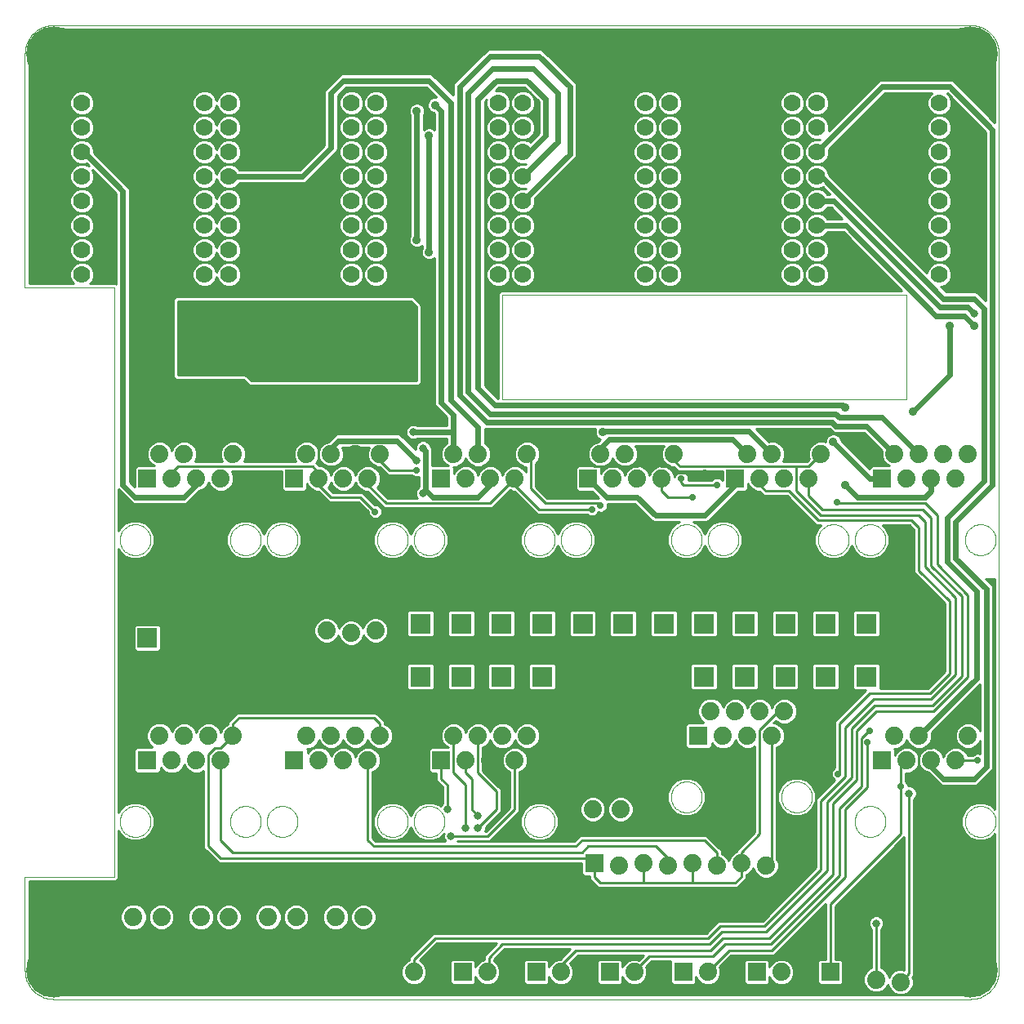
<source format=gbl>
G75*
G70*
%OFA0B0*%
%FSLAX24Y24*%
%IPPOS*%
%LPD*%
%AMOC8*
5,1,8,0,0,1.08239X$1,22.5*
%
%ADD10C,0.0040*%
%ADD11R,0.0740X0.0740*%
%ADD12C,0.0740*%
%ADD13C,0.0700*%
%ADD14C,0.0825*%
%ADD15C,0.0000*%
%ADD16R,0.0827X0.0827*%
%ADD17R,0.0800X0.0800*%
%ADD18C,0.0800*%
%ADD19C,0.2250*%
%ADD20C,0.0100*%
%ADD21C,0.0277*%
%ADD22C,0.0700*%
%ADD23C,0.0317*%
%ADD24C,0.0240*%
%ADD25C,0.0356*%
D10*
X001331Y000169D02*
X038733Y000169D01*
X038799Y000171D01*
X038865Y000176D01*
X038931Y000186D01*
X038996Y000199D01*
X039060Y000215D01*
X039123Y000235D01*
X039185Y000259D01*
X039245Y000286D01*
X039304Y000316D01*
X039361Y000350D01*
X039416Y000387D01*
X039469Y000427D01*
X039520Y000469D01*
X039568Y000515D01*
X039614Y000563D01*
X039656Y000614D01*
X039696Y000667D01*
X039733Y000722D01*
X039767Y000779D01*
X039797Y000838D01*
X039824Y000898D01*
X039848Y000960D01*
X039868Y001023D01*
X039884Y001087D01*
X039897Y001152D01*
X039907Y001218D01*
X039912Y001284D01*
X039914Y001350D01*
X039914Y038751D01*
X039912Y038817D01*
X039907Y038883D01*
X039897Y038949D01*
X039884Y039014D01*
X039868Y039078D01*
X039848Y039141D01*
X039824Y039203D01*
X039797Y039263D01*
X039767Y039322D01*
X039733Y039379D01*
X039696Y039434D01*
X039656Y039487D01*
X039614Y039538D01*
X039568Y039586D01*
X039520Y039632D01*
X039469Y039674D01*
X039416Y039714D01*
X039361Y039751D01*
X039304Y039785D01*
X039245Y039815D01*
X039185Y039842D01*
X039123Y039866D01*
X039060Y039886D01*
X038996Y039902D01*
X038931Y039915D01*
X038865Y039925D01*
X038799Y039930D01*
X038733Y039932D01*
X038733Y039933D02*
X001331Y039933D01*
X001331Y039932D02*
X001265Y039930D01*
X001199Y039925D01*
X001133Y039915D01*
X001068Y039902D01*
X001004Y039886D01*
X000941Y039866D01*
X000879Y039842D01*
X000819Y039815D01*
X000760Y039785D01*
X000703Y039751D01*
X000648Y039714D01*
X000595Y039674D01*
X000544Y039632D01*
X000496Y039586D01*
X000450Y039538D01*
X000408Y039487D01*
X000368Y039434D01*
X000331Y039379D01*
X000297Y039322D01*
X000267Y039263D01*
X000240Y039203D01*
X000216Y039141D01*
X000196Y039078D01*
X000180Y039014D01*
X000167Y038949D01*
X000157Y038883D01*
X000152Y038817D01*
X000150Y038751D01*
X000150Y029205D01*
X003792Y029205D01*
X003792Y005147D01*
X000150Y005147D01*
X000150Y001350D01*
X000152Y001284D01*
X000157Y001218D01*
X000167Y001152D01*
X000180Y001087D01*
X000196Y001023D01*
X000216Y000960D01*
X000240Y000898D01*
X000267Y000838D01*
X000297Y000779D01*
X000331Y000722D01*
X000368Y000667D01*
X000408Y000614D01*
X000450Y000563D01*
X000496Y000515D01*
X000544Y000469D01*
X000595Y000427D01*
X000648Y000387D01*
X000703Y000350D01*
X000760Y000316D01*
X000819Y000286D01*
X000879Y000259D01*
X000941Y000235D01*
X001004Y000215D01*
X001068Y000199D01*
X001133Y000186D01*
X001199Y000176D01*
X001265Y000171D01*
X001331Y000169D01*
X019650Y024669D02*
X036150Y024669D01*
X036150Y028919D01*
X019650Y028919D01*
X019650Y024669D01*
D11*
X017150Y021419D03*
X011150Y021419D03*
X005150Y021419D03*
X005150Y009919D03*
X011150Y009919D03*
X017150Y009919D03*
X023400Y005719D03*
X024024Y001275D03*
X021024Y001275D03*
X018024Y001275D03*
X027024Y001275D03*
X030024Y001275D03*
X033024Y001275D03*
X035150Y009919D03*
X027650Y010919D03*
X029150Y021419D03*
X023150Y021419D03*
X035150Y021419D03*
D12*
X036150Y021419D03*
X035650Y022419D03*
X036650Y022419D03*
X037150Y021419D03*
X038150Y021419D03*
X037650Y022419D03*
X038650Y022419D03*
X032650Y022419D03*
X032150Y021419D03*
X031150Y021419D03*
X030650Y022419D03*
X031650Y022419D03*
X030150Y021419D03*
X029650Y022419D03*
X026650Y022419D03*
X026150Y021419D03*
X025150Y021419D03*
X024650Y022419D03*
X025650Y022419D03*
X024150Y021419D03*
X023650Y022419D03*
X020650Y022419D03*
X020150Y021419D03*
X019650Y022419D03*
X018650Y022419D03*
X018150Y021419D03*
X019150Y021419D03*
X017650Y022419D03*
X014650Y022419D03*
X014150Y021419D03*
X013650Y022419D03*
X012650Y022419D03*
X012150Y021419D03*
X013150Y021419D03*
X011650Y022419D03*
X008650Y022419D03*
X008150Y021419D03*
X007650Y022419D03*
X006650Y022419D03*
X005650Y022419D03*
X006150Y021419D03*
X007150Y021419D03*
X012463Y015219D03*
X013463Y015119D03*
X014463Y015219D03*
X014650Y010919D03*
X013650Y010919D03*
X012650Y010919D03*
X011650Y010919D03*
X012150Y009919D03*
X013150Y009919D03*
X014150Y009919D03*
X017650Y010919D03*
X018650Y010919D03*
X019650Y010919D03*
X020650Y010919D03*
X020150Y009919D03*
X019150Y009919D03*
X018150Y009919D03*
X023330Y007919D03*
X024470Y007919D03*
X025400Y005719D03*
X026400Y005619D03*
X027400Y005719D03*
X028400Y005619D03*
X029400Y005719D03*
X030400Y005619D03*
X031024Y001275D03*
X032024Y001375D03*
X034900Y000969D03*
X035900Y000869D03*
X036900Y000969D03*
X029024Y001375D03*
X028024Y001275D03*
X026024Y001375D03*
X025024Y001275D03*
X023024Y001375D03*
X022024Y001275D03*
X020024Y001375D03*
X019024Y001275D03*
X017024Y001375D03*
X016024Y001275D03*
X013970Y003519D03*
X012830Y003519D03*
X011220Y003519D03*
X010080Y003519D03*
X008470Y003519D03*
X007330Y003519D03*
X005720Y003519D03*
X004580Y003519D03*
X006150Y009919D03*
X007150Y009919D03*
X008150Y009919D03*
X007650Y010919D03*
X006650Y010919D03*
X005650Y010919D03*
X008650Y010919D03*
X024400Y005619D03*
X028650Y010919D03*
X029650Y010919D03*
X029150Y011919D03*
X030150Y011919D03*
X030650Y010919D03*
X031150Y011919D03*
X028150Y011919D03*
X035650Y010919D03*
X036650Y010919D03*
X037650Y010919D03*
X038650Y010919D03*
X038150Y009919D03*
X037150Y009919D03*
X036150Y009919D03*
D13*
X037478Y029750D03*
X037478Y030750D03*
X037478Y031750D03*
X037478Y032750D03*
X037478Y033750D03*
X037478Y034750D03*
X037478Y035750D03*
X037478Y036750D03*
X032478Y036750D03*
X031478Y036750D03*
X031478Y035750D03*
X031478Y034750D03*
X032478Y034750D03*
X032478Y035750D03*
X032478Y033750D03*
X031478Y033750D03*
X031478Y032750D03*
X032478Y032750D03*
X032478Y031750D03*
X031478Y031750D03*
X031478Y030750D03*
X032478Y030750D03*
X032478Y029750D03*
X031478Y029750D03*
X026478Y029750D03*
X025478Y029750D03*
X025478Y030750D03*
X025478Y031750D03*
X026478Y031750D03*
X026478Y030750D03*
X026478Y032750D03*
X025478Y032750D03*
X025478Y033750D03*
X026478Y033750D03*
X026478Y034750D03*
X025478Y034750D03*
X025478Y035750D03*
X026478Y035750D03*
X026478Y036750D03*
X025478Y036750D03*
X020478Y036750D03*
X019478Y036750D03*
X019478Y035750D03*
X019478Y034750D03*
X020478Y034750D03*
X020478Y035750D03*
X020478Y033750D03*
X019478Y033750D03*
X019478Y032750D03*
X020478Y032750D03*
X020478Y031750D03*
X019478Y031750D03*
X019478Y030750D03*
X020478Y030750D03*
X020478Y029750D03*
X019478Y029750D03*
X014478Y029750D03*
X013478Y029750D03*
X013478Y030750D03*
X013478Y031750D03*
X014478Y031750D03*
X014478Y030750D03*
X014478Y032750D03*
X013478Y032750D03*
X013478Y033750D03*
X014478Y033750D03*
X014478Y034750D03*
X013478Y034750D03*
X013478Y035750D03*
X014478Y035750D03*
X014478Y036750D03*
X013478Y036750D03*
X008478Y036750D03*
X007481Y036750D03*
X007481Y035750D03*
X007481Y034750D03*
X008478Y034750D03*
X008478Y035750D03*
X008478Y033750D03*
X008478Y032750D03*
X007481Y032750D03*
X007481Y033750D03*
X007481Y031750D03*
X007481Y030750D03*
X008478Y030750D03*
X008478Y031750D03*
X008478Y029750D03*
X007481Y029750D03*
X002481Y029750D03*
X002481Y030750D03*
X002481Y031750D03*
X002481Y032750D03*
X002481Y033750D03*
X002481Y034750D03*
X002481Y035750D03*
X002481Y036750D03*
D14*
X007488Y027606D02*
X008313Y027606D01*
X008313Y024606D02*
X007488Y024606D01*
D15*
X008520Y018919D02*
X008522Y018969D01*
X008528Y019019D01*
X008538Y019068D01*
X008552Y019116D01*
X008569Y019163D01*
X008590Y019208D01*
X008615Y019252D01*
X008643Y019293D01*
X008675Y019332D01*
X008709Y019369D01*
X008746Y019403D01*
X008786Y019433D01*
X008828Y019460D01*
X008872Y019484D01*
X008918Y019505D01*
X008965Y019521D01*
X009013Y019534D01*
X009063Y019543D01*
X009112Y019548D01*
X009163Y019549D01*
X009213Y019546D01*
X009262Y019539D01*
X009311Y019528D01*
X009359Y019513D01*
X009405Y019495D01*
X009450Y019473D01*
X009493Y019447D01*
X009534Y019418D01*
X009573Y019386D01*
X009609Y019351D01*
X009641Y019313D01*
X009671Y019273D01*
X009698Y019230D01*
X009721Y019186D01*
X009740Y019140D01*
X009756Y019092D01*
X009768Y019043D01*
X009776Y018994D01*
X009780Y018944D01*
X009780Y018894D01*
X009776Y018844D01*
X009768Y018795D01*
X009756Y018746D01*
X009740Y018698D01*
X009721Y018652D01*
X009698Y018608D01*
X009671Y018565D01*
X009641Y018525D01*
X009609Y018487D01*
X009573Y018452D01*
X009534Y018420D01*
X009493Y018391D01*
X009450Y018365D01*
X009405Y018343D01*
X009359Y018325D01*
X009311Y018310D01*
X009262Y018299D01*
X009213Y018292D01*
X009163Y018289D01*
X009112Y018290D01*
X009063Y018295D01*
X009013Y018304D01*
X008965Y018317D01*
X008918Y018333D01*
X008872Y018354D01*
X008828Y018378D01*
X008786Y018405D01*
X008746Y018435D01*
X008709Y018469D01*
X008675Y018506D01*
X008643Y018545D01*
X008615Y018586D01*
X008590Y018630D01*
X008569Y018675D01*
X008552Y018722D01*
X008538Y018770D01*
X008528Y018819D01*
X008522Y018869D01*
X008520Y018919D01*
X010020Y018919D02*
X010022Y018969D01*
X010028Y019019D01*
X010038Y019068D01*
X010052Y019116D01*
X010069Y019163D01*
X010090Y019208D01*
X010115Y019252D01*
X010143Y019293D01*
X010175Y019332D01*
X010209Y019369D01*
X010246Y019403D01*
X010286Y019433D01*
X010328Y019460D01*
X010372Y019484D01*
X010418Y019505D01*
X010465Y019521D01*
X010513Y019534D01*
X010563Y019543D01*
X010612Y019548D01*
X010663Y019549D01*
X010713Y019546D01*
X010762Y019539D01*
X010811Y019528D01*
X010859Y019513D01*
X010905Y019495D01*
X010950Y019473D01*
X010993Y019447D01*
X011034Y019418D01*
X011073Y019386D01*
X011109Y019351D01*
X011141Y019313D01*
X011171Y019273D01*
X011198Y019230D01*
X011221Y019186D01*
X011240Y019140D01*
X011256Y019092D01*
X011268Y019043D01*
X011276Y018994D01*
X011280Y018944D01*
X011280Y018894D01*
X011276Y018844D01*
X011268Y018795D01*
X011256Y018746D01*
X011240Y018698D01*
X011221Y018652D01*
X011198Y018608D01*
X011171Y018565D01*
X011141Y018525D01*
X011109Y018487D01*
X011073Y018452D01*
X011034Y018420D01*
X010993Y018391D01*
X010950Y018365D01*
X010905Y018343D01*
X010859Y018325D01*
X010811Y018310D01*
X010762Y018299D01*
X010713Y018292D01*
X010663Y018289D01*
X010612Y018290D01*
X010563Y018295D01*
X010513Y018304D01*
X010465Y018317D01*
X010418Y018333D01*
X010372Y018354D01*
X010328Y018378D01*
X010286Y018405D01*
X010246Y018435D01*
X010209Y018469D01*
X010175Y018506D01*
X010143Y018545D01*
X010115Y018586D01*
X010090Y018630D01*
X010069Y018675D01*
X010052Y018722D01*
X010038Y018770D01*
X010028Y018819D01*
X010022Y018869D01*
X010020Y018919D01*
X014520Y018919D02*
X014522Y018969D01*
X014528Y019019D01*
X014538Y019068D01*
X014552Y019116D01*
X014569Y019163D01*
X014590Y019208D01*
X014615Y019252D01*
X014643Y019293D01*
X014675Y019332D01*
X014709Y019369D01*
X014746Y019403D01*
X014786Y019433D01*
X014828Y019460D01*
X014872Y019484D01*
X014918Y019505D01*
X014965Y019521D01*
X015013Y019534D01*
X015063Y019543D01*
X015112Y019548D01*
X015163Y019549D01*
X015213Y019546D01*
X015262Y019539D01*
X015311Y019528D01*
X015359Y019513D01*
X015405Y019495D01*
X015450Y019473D01*
X015493Y019447D01*
X015534Y019418D01*
X015573Y019386D01*
X015609Y019351D01*
X015641Y019313D01*
X015671Y019273D01*
X015698Y019230D01*
X015721Y019186D01*
X015740Y019140D01*
X015756Y019092D01*
X015768Y019043D01*
X015776Y018994D01*
X015780Y018944D01*
X015780Y018894D01*
X015776Y018844D01*
X015768Y018795D01*
X015756Y018746D01*
X015740Y018698D01*
X015721Y018652D01*
X015698Y018608D01*
X015671Y018565D01*
X015641Y018525D01*
X015609Y018487D01*
X015573Y018452D01*
X015534Y018420D01*
X015493Y018391D01*
X015450Y018365D01*
X015405Y018343D01*
X015359Y018325D01*
X015311Y018310D01*
X015262Y018299D01*
X015213Y018292D01*
X015163Y018289D01*
X015112Y018290D01*
X015063Y018295D01*
X015013Y018304D01*
X014965Y018317D01*
X014918Y018333D01*
X014872Y018354D01*
X014828Y018378D01*
X014786Y018405D01*
X014746Y018435D01*
X014709Y018469D01*
X014675Y018506D01*
X014643Y018545D01*
X014615Y018586D01*
X014590Y018630D01*
X014569Y018675D01*
X014552Y018722D01*
X014538Y018770D01*
X014528Y018819D01*
X014522Y018869D01*
X014520Y018919D01*
X016020Y018919D02*
X016022Y018969D01*
X016028Y019019D01*
X016038Y019068D01*
X016052Y019116D01*
X016069Y019163D01*
X016090Y019208D01*
X016115Y019252D01*
X016143Y019293D01*
X016175Y019332D01*
X016209Y019369D01*
X016246Y019403D01*
X016286Y019433D01*
X016328Y019460D01*
X016372Y019484D01*
X016418Y019505D01*
X016465Y019521D01*
X016513Y019534D01*
X016563Y019543D01*
X016612Y019548D01*
X016663Y019549D01*
X016713Y019546D01*
X016762Y019539D01*
X016811Y019528D01*
X016859Y019513D01*
X016905Y019495D01*
X016950Y019473D01*
X016993Y019447D01*
X017034Y019418D01*
X017073Y019386D01*
X017109Y019351D01*
X017141Y019313D01*
X017171Y019273D01*
X017198Y019230D01*
X017221Y019186D01*
X017240Y019140D01*
X017256Y019092D01*
X017268Y019043D01*
X017276Y018994D01*
X017280Y018944D01*
X017280Y018894D01*
X017276Y018844D01*
X017268Y018795D01*
X017256Y018746D01*
X017240Y018698D01*
X017221Y018652D01*
X017198Y018608D01*
X017171Y018565D01*
X017141Y018525D01*
X017109Y018487D01*
X017073Y018452D01*
X017034Y018420D01*
X016993Y018391D01*
X016950Y018365D01*
X016905Y018343D01*
X016859Y018325D01*
X016811Y018310D01*
X016762Y018299D01*
X016713Y018292D01*
X016663Y018289D01*
X016612Y018290D01*
X016563Y018295D01*
X016513Y018304D01*
X016465Y018317D01*
X016418Y018333D01*
X016372Y018354D01*
X016328Y018378D01*
X016286Y018405D01*
X016246Y018435D01*
X016209Y018469D01*
X016175Y018506D01*
X016143Y018545D01*
X016115Y018586D01*
X016090Y018630D01*
X016069Y018675D01*
X016052Y018722D01*
X016038Y018770D01*
X016028Y018819D01*
X016022Y018869D01*
X016020Y018919D01*
X020520Y018919D02*
X020522Y018969D01*
X020528Y019019D01*
X020538Y019068D01*
X020552Y019116D01*
X020569Y019163D01*
X020590Y019208D01*
X020615Y019252D01*
X020643Y019293D01*
X020675Y019332D01*
X020709Y019369D01*
X020746Y019403D01*
X020786Y019433D01*
X020828Y019460D01*
X020872Y019484D01*
X020918Y019505D01*
X020965Y019521D01*
X021013Y019534D01*
X021063Y019543D01*
X021112Y019548D01*
X021163Y019549D01*
X021213Y019546D01*
X021262Y019539D01*
X021311Y019528D01*
X021359Y019513D01*
X021405Y019495D01*
X021450Y019473D01*
X021493Y019447D01*
X021534Y019418D01*
X021573Y019386D01*
X021609Y019351D01*
X021641Y019313D01*
X021671Y019273D01*
X021698Y019230D01*
X021721Y019186D01*
X021740Y019140D01*
X021756Y019092D01*
X021768Y019043D01*
X021776Y018994D01*
X021780Y018944D01*
X021780Y018894D01*
X021776Y018844D01*
X021768Y018795D01*
X021756Y018746D01*
X021740Y018698D01*
X021721Y018652D01*
X021698Y018608D01*
X021671Y018565D01*
X021641Y018525D01*
X021609Y018487D01*
X021573Y018452D01*
X021534Y018420D01*
X021493Y018391D01*
X021450Y018365D01*
X021405Y018343D01*
X021359Y018325D01*
X021311Y018310D01*
X021262Y018299D01*
X021213Y018292D01*
X021163Y018289D01*
X021112Y018290D01*
X021063Y018295D01*
X021013Y018304D01*
X020965Y018317D01*
X020918Y018333D01*
X020872Y018354D01*
X020828Y018378D01*
X020786Y018405D01*
X020746Y018435D01*
X020709Y018469D01*
X020675Y018506D01*
X020643Y018545D01*
X020615Y018586D01*
X020590Y018630D01*
X020569Y018675D01*
X020552Y018722D01*
X020538Y018770D01*
X020528Y018819D01*
X020522Y018869D01*
X020520Y018919D01*
X022020Y018919D02*
X022022Y018969D01*
X022028Y019019D01*
X022038Y019068D01*
X022052Y019116D01*
X022069Y019163D01*
X022090Y019208D01*
X022115Y019252D01*
X022143Y019293D01*
X022175Y019332D01*
X022209Y019369D01*
X022246Y019403D01*
X022286Y019433D01*
X022328Y019460D01*
X022372Y019484D01*
X022418Y019505D01*
X022465Y019521D01*
X022513Y019534D01*
X022563Y019543D01*
X022612Y019548D01*
X022663Y019549D01*
X022713Y019546D01*
X022762Y019539D01*
X022811Y019528D01*
X022859Y019513D01*
X022905Y019495D01*
X022950Y019473D01*
X022993Y019447D01*
X023034Y019418D01*
X023073Y019386D01*
X023109Y019351D01*
X023141Y019313D01*
X023171Y019273D01*
X023198Y019230D01*
X023221Y019186D01*
X023240Y019140D01*
X023256Y019092D01*
X023268Y019043D01*
X023276Y018994D01*
X023280Y018944D01*
X023280Y018894D01*
X023276Y018844D01*
X023268Y018795D01*
X023256Y018746D01*
X023240Y018698D01*
X023221Y018652D01*
X023198Y018608D01*
X023171Y018565D01*
X023141Y018525D01*
X023109Y018487D01*
X023073Y018452D01*
X023034Y018420D01*
X022993Y018391D01*
X022950Y018365D01*
X022905Y018343D01*
X022859Y018325D01*
X022811Y018310D01*
X022762Y018299D01*
X022713Y018292D01*
X022663Y018289D01*
X022612Y018290D01*
X022563Y018295D01*
X022513Y018304D01*
X022465Y018317D01*
X022418Y018333D01*
X022372Y018354D01*
X022328Y018378D01*
X022286Y018405D01*
X022246Y018435D01*
X022209Y018469D01*
X022175Y018506D01*
X022143Y018545D01*
X022115Y018586D01*
X022090Y018630D01*
X022069Y018675D01*
X022052Y018722D01*
X022038Y018770D01*
X022028Y018819D01*
X022022Y018869D01*
X022020Y018919D01*
X026520Y018919D02*
X026522Y018969D01*
X026528Y019019D01*
X026538Y019068D01*
X026552Y019116D01*
X026569Y019163D01*
X026590Y019208D01*
X026615Y019252D01*
X026643Y019293D01*
X026675Y019332D01*
X026709Y019369D01*
X026746Y019403D01*
X026786Y019433D01*
X026828Y019460D01*
X026872Y019484D01*
X026918Y019505D01*
X026965Y019521D01*
X027013Y019534D01*
X027063Y019543D01*
X027112Y019548D01*
X027163Y019549D01*
X027213Y019546D01*
X027262Y019539D01*
X027311Y019528D01*
X027359Y019513D01*
X027405Y019495D01*
X027450Y019473D01*
X027493Y019447D01*
X027534Y019418D01*
X027573Y019386D01*
X027609Y019351D01*
X027641Y019313D01*
X027671Y019273D01*
X027698Y019230D01*
X027721Y019186D01*
X027740Y019140D01*
X027756Y019092D01*
X027768Y019043D01*
X027776Y018994D01*
X027780Y018944D01*
X027780Y018894D01*
X027776Y018844D01*
X027768Y018795D01*
X027756Y018746D01*
X027740Y018698D01*
X027721Y018652D01*
X027698Y018608D01*
X027671Y018565D01*
X027641Y018525D01*
X027609Y018487D01*
X027573Y018452D01*
X027534Y018420D01*
X027493Y018391D01*
X027450Y018365D01*
X027405Y018343D01*
X027359Y018325D01*
X027311Y018310D01*
X027262Y018299D01*
X027213Y018292D01*
X027163Y018289D01*
X027112Y018290D01*
X027063Y018295D01*
X027013Y018304D01*
X026965Y018317D01*
X026918Y018333D01*
X026872Y018354D01*
X026828Y018378D01*
X026786Y018405D01*
X026746Y018435D01*
X026709Y018469D01*
X026675Y018506D01*
X026643Y018545D01*
X026615Y018586D01*
X026590Y018630D01*
X026569Y018675D01*
X026552Y018722D01*
X026538Y018770D01*
X026528Y018819D01*
X026522Y018869D01*
X026520Y018919D01*
X028020Y018919D02*
X028022Y018969D01*
X028028Y019019D01*
X028038Y019068D01*
X028052Y019116D01*
X028069Y019163D01*
X028090Y019208D01*
X028115Y019252D01*
X028143Y019293D01*
X028175Y019332D01*
X028209Y019369D01*
X028246Y019403D01*
X028286Y019433D01*
X028328Y019460D01*
X028372Y019484D01*
X028418Y019505D01*
X028465Y019521D01*
X028513Y019534D01*
X028563Y019543D01*
X028612Y019548D01*
X028663Y019549D01*
X028713Y019546D01*
X028762Y019539D01*
X028811Y019528D01*
X028859Y019513D01*
X028905Y019495D01*
X028950Y019473D01*
X028993Y019447D01*
X029034Y019418D01*
X029073Y019386D01*
X029109Y019351D01*
X029141Y019313D01*
X029171Y019273D01*
X029198Y019230D01*
X029221Y019186D01*
X029240Y019140D01*
X029256Y019092D01*
X029268Y019043D01*
X029276Y018994D01*
X029280Y018944D01*
X029280Y018894D01*
X029276Y018844D01*
X029268Y018795D01*
X029256Y018746D01*
X029240Y018698D01*
X029221Y018652D01*
X029198Y018608D01*
X029171Y018565D01*
X029141Y018525D01*
X029109Y018487D01*
X029073Y018452D01*
X029034Y018420D01*
X028993Y018391D01*
X028950Y018365D01*
X028905Y018343D01*
X028859Y018325D01*
X028811Y018310D01*
X028762Y018299D01*
X028713Y018292D01*
X028663Y018289D01*
X028612Y018290D01*
X028563Y018295D01*
X028513Y018304D01*
X028465Y018317D01*
X028418Y018333D01*
X028372Y018354D01*
X028328Y018378D01*
X028286Y018405D01*
X028246Y018435D01*
X028209Y018469D01*
X028175Y018506D01*
X028143Y018545D01*
X028115Y018586D01*
X028090Y018630D01*
X028069Y018675D01*
X028052Y018722D01*
X028038Y018770D01*
X028028Y018819D01*
X028022Y018869D01*
X028020Y018919D01*
X032520Y018919D02*
X032522Y018969D01*
X032528Y019019D01*
X032538Y019068D01*
X032552Y019116D01*
X032569Y019163D01*
X032590Y019208D01*
X032615Y019252D01*
X032643Y019293D01*
X032675Y019332D01*
X032709Y019369D01*
X032746Y019403D01*
X032786Y019433D01*
X032828Y019460D01*
X032872Y019484D01*
X032918Y019505D01*
X032965Y019521D01*
X033013Y019534D01*
X033063Y019543D01*
X033112Y019548D01*
X033163Y019549D01*
X033213Y019546D01*
X033262Y019539D01*
X033311Y019528D01*
X033359Y019513D01*
X033405Y019495D01*
X033450Y019473D01*
X033493Y019447D01*
X033534Y019418D01*
X033573Y019386D01*
X033609Y019351D01*
X033641Y019313D01*
X033671Y019273D01*
X033698Y019230D01*
X033721Y019186D01*
X033740Y019140D01*
X033756Y019092D01*
X033768Y019043D01*
X033776Y018994D01*
X033780Y018944D01*
X033780Y018894D01*
X033776Y018844D01*
X033768Y018795D01*
X033756Y018746D01*
X033740Y018698D01*
X033721Y018652D01*
X033698Y018608D01*
X033671Y018565D01*
X033641Y018525D01*
X033609Y018487D01*
X033573Y018452D01*
X033534Y018420D01*
X033493Y018391D01*
X033450Y018365D01*
X033405Y018343D01*
X033359Y018325D01*
X033311Y018310D01*
X033262Y018299D01*
X033213Y018292D01*
X033163Y018289D01*
X033112Y018290D01*
X033063Y018295D01*
X033013Y018304D01*
X032965Y018317D01*
X032918Y018333D01*
X032872Y018354D01*
X032828Y018378D01*
X032786Y018405D01*
X032746Y018435D01*
X032709Y018469D01*
X032675Y018506D01*
X032643Y018545D01*
X032615Y018586D01*
X032590Y018630D01*
X032569Y018675D01*
X032552Y018722D01*
X032538Y018770D01*
X032528Y018819D01*
X032522Y018869D01*
X032520Y018919D01*
X034020Y018919D02*
X034022Y018969D01*
X034028Y019019D01*
X034038Y019068D01*
X034052Y019116D01*
X034069Y019163D01*
X034090Y019208D01*
X034115Y019252D01*
X034143Y019293D01*
X034175Y019332D01*
X034209Y019369D01*
X034246Y019403D01*
X034286Y019433D01*
X034328Y019460D01*
X034372Y019484D01*
X034418Y019505D01*
X034465Y019521D01*
X034513Y019534D01*
X034563Y019543D01*
X034612Y019548D01*
X034663Y019549D01*
X034713Y019546D01*
X034762Y019539D01*
X034811Y019528D01*
X034859Y019513D01*
X034905Y019495D01*
X034950Y019473D01*
X034993Y019447D01*
X035034Y019418D01*
X035073Y019386D01*
X035109Y019351D01*
X035141Y019313D01*
X035171Y019273D01*
X035198Y019230D01*
X035221Y019186D01*
X035240Y019140D01*
X035256Y019092D01*
X035268Y019043D01*
X035276Y018994D01*
X035280Y018944D01*
X035280Y018894D01*
X035276Y018844D01*
X035268Y018795D01*
X035256Y018746D01*
X035240Y018698D01*
X035221Y018652D01*
X035198Y018608D01*
X035171Y018565D01*
X035141Y018525D01*
X035109Y018487D01*
X035073Y018452D01*
X035034Y018420D01*
X034993Y018391D01*
X034950Y018365D01*
X034905Y018343D01*
X034859Y018325D01*
X034811Y018310D01*
X034762Y018299D01*
X034713Y018292D01*
X034663Y018289D01*
X034612Y018290D01*
X034563Y018295D01*
X034513Y018304D01*
X034465Y018317D01*
X034418Y018333D01*
X034372Y018354D01*
X034328Y018378D01*
X034286Y018405D01*
X034246Y018435D01*
X034209Y018469D01*
X034175Y018506D01*
X034143Y018545D01*
X034115Y018586D01*
X034090Y018630D01*
X034069Y018675D01*
X034052Y018722D01*
X034038Y018770D01*
X034028Y018819D01*
X034022Y018869D01*
X034020Y018919D01*
X038520Y018919D02*
X038522Y018969D01*
X038528Y019019D01*
X038538Y019068D01*
X038552Y019116D01*
X038569Y019163D01*
X038590Y019208D01*
X038615Y019252D01*
X038643Y019293D01*
X038675Y019332D01*
X038709Y019369D01*
X038746Y019403D01*
X038786Y019433D01*
X038828Y019460D01*
X038872Y019484D01*
X038918Y019505D01*
X038965Y019521D01*
X039013Y019534D01*
X039063Y019543D01*
X039112Y019548D01*
X039163Y019549D01*
X039213Y019546D01*
X039262Y019539D01*
X039311Y019528D01*
X039359Y019513D01*
X039405Y019495D01*
X039450Y019473D01*
X039493Y019447D01*
X039534Y019418D01*
X039573Y019386D01*
X039609Y019351D01*
X039641Y019313D01*
X039671Y019273D01*
X039698Y019230D01*
X039721Y019186D01*
X039740Y019140D01*
X039756Y019092D01*
X039768Y019043D01*
X039776Y018994D01*
X039780Y018944D01*
X039780Y018894D01*
X039776Y018844D01*
X039768Y018795D01*
X039756Y018746D01*
X039740Y018698D01*
X039721Y018652D01*
X039698Y018608D01*
X039671Y018565D01*
X039641Y018525D01*
X039609Y018487D01*
X039573Y018452D01*
X039534Y018420D01*
X039493Y018391D01*
X039450Y018365D01*
X039405Y018343D01*
X039359Y018325D01*
X039311Y018310D01*
X039262Y018299D01*
X039213Y018292D01*
X039163Y018289D01*
X039112Y018290D01*
X039063Y018295D01*
X039013Y018304D01*
X038965Y018317D01*
X038918Y018333D01*
X038872Y018354D01*
X038828Y018378D01*
X038786Y018405D01*
X038746Y018435D01*
X038709Y018469D01*
X038675Y018506D01*
X038643Y018545D01*
X038615Y018586D01*
X038590Y018630D01*
X038569Y018675D01*
X038552Y018722D01*
X038538Y018770D01*
X038528Y018819D01*
X038522Y018869D01*
X038520Y018919D01*
X031020Y008419D02*
X031022Y008469D01*
X031028Y008519D01*
X031038Y008568D01*
X031052Y008616D01*
X031069Y008663D01*
X031090Y008708D01*
X031115Y008752D01*
X031143Y008793D01*
X031175Y008832D01*
X031209Y008869D01*
X031246Y008903D01*
X031286Y008933D01*
X031328Y008960D01*
X031372Y008984D01*
X031418Y009005D01*
X031465Y009021D01*
X031513Y009034D01*
X031563Y009043D01*
X031612Y009048D01*
X031663Y009049D01*
X031713Y009046D01*
X031762Y009039D01*
X031811Y009028D01*
X031859Y009013D01*
X031905Y008995D01*
X031950Y008973D01*
X031993Y008947D01*
X032034Y008918D01*
X032073Y008886D01*
X032109Y008851D01*
X032141Y008813D01*
X032171Y008773D01*
X032198Y008730D01*
X032221Y008686D01*
X032240Y008640D01*
X032256Y008592D01*
X032268Y008543D01*
X032276Y008494D01*
X032280Y008444D01*
X032280Y008394D01*
X032276Y008344D01*
X032268Y008295D01*
X032256Y008246D01*
X032240Y008198D01*
X032221Y008152D01*
X032198Y008108D01*
X032171Y008065D01*
X032141Y008025D01*
X032109Y007987D01*
X032073Y007952D01*
X032034Y007920D01*
X031993Y007891D01*
X031950Y007865D01*
X031905Y007843D01*
X031859Y007825D01*
X031811Y007810D01*
X031762Y007799D01*
X031713Y007792D01*
X031663Y007789D01*
X031612Y007790D01*
X031563Y007795D01*
X031513Y007804D01*
X031465Y007817D01*
X031418Y007833D01*
X031372Y007854D01*
X031328Y007878D01*
X031286Y007905D01*
X031246Y007935D01*
X031209Y007969D01*
X031175Y008006D01*
X031143Y008045D01*
X031115Y008086D01*
X031090Y008130D01*
X031069Y008175D01*
X031052Y008222D01*
X031038Y008270D01*
X031028Y008319D01*
X031022Y008369D01*
X031020Y008419D01*
X034020Y007419D02*
X034022Y007469D01*
X034028Y007519D01*
X034038Y007568D01*
X034052Y007616D01*
X034069Y007663D01*
X034090Y007708D01*
X034115Y007752D01*
X034143Y007793D01*
X034175Y007832D01*
X034209Y007869D01*
X034246Y007903D01*
X034286Y007933D01*
X034328Y007960D01*
X034372Y007984D01*
X034418Y008005D01*
X034465Y008021D01*
X034513Y008034D01*
X034563Y008043D01*
X034612Y008048D01*
X034663Y008049D01*
X034713Y008046D01*
X034762Y008039D01*
X034811Y008028D01*
X034859Y008013D01*
X034905Y007995D01*
X034950Y007973D01*
X034993Y007947D01*
X035034Y007918D01*
X035073Y007886D01*
X035109Y007851D01*
X035141Y007813D01*
X035171Y007773D01*
X035198Y007730D01*
X035221Y007686D01*
X035240Y007640D01*
X035256Y007592D01*
X035268Y007543D01*
X035276Y007494D01*
X035280Y007444D01*
X035280Y007394D01*
X035276Y007344D01*
X035268Y007295D01*
X035256Y007246D01*
X035240Y007198D01*
X035221Y007152D01*
X035198Y007108D01*
X035171Y007065D01*
X035141Y007025D01*
X035109Y006987D01*
X035073Y006952D01*
X035034Y006920D01*
X034993Y006891D01*
X034950Y006865D01*
X034905Y006843D01*
X034859Y006825D01*
X034811Y006810D01*
X034762Y006799D01*
X034713Y006792D01*
X034663Y006789D01*
X034612Y006790D01*
X034563Y006795D01*
X034513Y006804D01*
X034465Y006817D01*
X034418Y006833D01*
X034372Y006854D01*
X034328Y006878D01*
X034286Y006905D01*
X034246Y006935D01*
X034209Y006969D01*
X034175Y007006D01*
X034143Y007045D01*
X034115Y007086D01*
X034090Y007130D01*
X034069Y007175D01*
X034052Y007222D01*
X034038Y007270D01*
X034028Y007319D01*
X034022Y007369D01*
X034020Y007419D01*
X038520Y007419D02*
X038522Y007469D01*
X038528Y007519D01*
X038538Y007568D01*
X038552Y007616D01*
X038569Y007663D01*
X038590Y007708D01*
X038615Y007752D01*
X038643Y007793D01*
X038675Y007832D01*
X038709Y007869D01*
X038746Y007903D01*
X038786Y007933D01*
X038828Y007960D01*
X038872Y007984D01*
X038918Y008005D01*
X038965Y008021D01*
X039013Y008034D01*
X039063Y008043D01*
X039112Y008048D01*
X039163Y008049D01*
X039213Y008046D01*
X039262Y008039D01*
X039311Y008028D01*
X039359Y008013D01*
X039405Y007995D01*
X039450Y007973D01*
X039493Y007947D01*
X039534Y007918D01*
X039573Y007886D01*
X039609Y007851D01*
X039641Y007813D01*
X039671Y007773D01*
X039698Y007730D01*
X039721Y007686D01*
X039740Y007640D01*
X039756Y007592D01*
X039768Y007543D01*
X039776Y007494D01*
X039780Y007444D01*
X039780Y007394D01*
X039776Y007344D01*
X039768Y007295D01*
X039756Y007246D01*
X039740Y007198D01*
X039721Y007152D01*
X039698Y007108D01*
X039671Y007065D01*
X039641Y007025D01*
X039609Y006987D01*
X039573Y006952D01*
X039534Y006920D01*
X039493Y006891D01*
X039450Y006865D01*
X039405Y006843D01*
X039359Y006825D01*
X039311Y006810D01*
X039262Y006799D01*
X039213Y006792D01*
X039163Y006789D01*
X039112Y006790D01*
X039063Y006795D01*
X039013Y006804D01*
X038965Y006817D01*
X038918Y006833D01*
X038872Y006854D01*
X038828Y006878D01*
X038786Y006905D01*
X038746Y006935D01*
X038709Y006969D01*
X038675Y007006D01*
X038643Y007045D01*
X038615Y007086D01*
X038590Y007130D01*
X038569Y007175D01*
X038552Y007222D01*
X038538Y007270D01*
X038528Y007319D01*
X038522Y007369D01*
X038520Y007419D01*
X026520Y008419D02*
X026522Y008469D01*
X026528Y008519D01*
X026538Y008568D01*
X026552Y008616D01*
X026569Y008663D01*
X026590Y008708D01*
X026615Y008752D01*
X026643Y008793D01*
X026675Y008832D01*
X026709Y008869D01*
X026746Y008903D01*
X026786Y008933D01*
X026828Y008960D01*
X026872Y008984D01*
X026918Y009005D01*
X026965Y009021D01*
X027013Y009034D01*
X027063Y009043D01*
X027112Y009048D01*
X027163Y009049D01*
X027213Y009046D01*
X027262Y009039D01*
X027311Y009028D01*
X027359Y009013D01*
X027405Y008995D01*
X027450Y008973D01*
X027493Y008947D01*
X027534Y008918D01*
X027573Y008886D01*
X027609Y008851D01*
X027641Y008813D01*
X027671Y008773D01*
X027698Y008730D01*
X027721Y008686D01*
X027740Y008640D01*
X027756Y008592D01*
X027768Y008543D01*
X027776Y008494D01*
X027780Y008444D01*
X027780Y008394D01*
X027776Y008344D01*
X027768Y008295D01*
X027756Y008246D01*
X027740Y008198D01*
X027721Y008152D01*
X027698Y008108D01*
X027671Y008065D01*
X027641Y008025D01*
X027609Y007987D01*
X027573Y007952D01*
X027534Y007920D01*
X027493Y007891D01*
X027450Y007865D01*
X027405Y007843D01*
X027359Y007825D01*
X027311Y007810D01*
X027262Y007799D01*
X027213Y007792D01*
X027163Y007789D01*
X027112Y007790D01*
X027063Y007795D01*
X027013Y007804D01*
X026965Y007817D01*
X026918Y007833D01*
X026872Y007854D01*
X026828Y007878D01*
X026786Y007905D01*
X026746Y007935D01*
X026709Y007969D01*
X026675Y008006D01*
X026643Y008045D01*
X026615Y008086D01*
X026590Y008130D01*
X026569Y008175D01*
X026552Y008222D01*
X026538Y008270D01*
X026528Y008319D01*
X026522Y008369D01*
X026520Y008419D01*
X020520Y007419D02*
X020522Y007469D01*
X020528Y007519D01*
X020538Y007568D01*
X020552Y007616D01*
X020569Y007663D01*
X020590Y007708D01*
X020615Y007752D01*
X020643Y007793D01*
X020675Y007832D01*
X020709Y007869D01*
X020746Y007903D01*
X020786Y007933D01*
X020828Y007960D01*
X020872Y007984D01*
X020918Y008005D01*
X020965Y008021D01*
X021013Y008034D01*
X021063Y008043D01*
X021112Y008048D01*
X021163Y008049D01*
X021213Y008046D01*
X021262Y008039D01*
X021311Y008028D01*
X021359Y008013D01*
X021405Y007995D01*
X021450Y007973D01*
X021493Y007947D01*
X021534Y007918D01*
X021573Y007886D01*
X021609Y007851D01*
X021641Y007813D01*
X021671Y007773D01*
X021698Y007730D01*
X021721Y007686D01*
X021740Y007640D01*
X021756Y007592D01*
X021768Y007543D01*
X021776Y007494D01*
X021780Y007444D01*
X021780Y007394D01*
X021776Y007344D01*
X021768Y007295D01*
X021756Y007246D01*
X021740Y007198D01*
X021721Y007152D01*
X021698Y007108D01*
X021671Y007065D01*
X021641Y007025D01*
X021609Y006987D01*
X021573Y006952D01*
X021534Y006920D01*
X021493Y006891D01*
X021450Y006865D01*
X021405Y006843D01*
X021359Y006825D01*
X021311Y006810D01*
X021262Y006799D01*
X021213Y006792D01*
X021163Y006789D01*
X021112Y006790D01*
X021063Y006795D01*
X021013Y006804D01*
X020965Y006817D01*
X020918Y006833D01*
X020872Y006854D01*
X020828Y006878D01*
X020786Y006905D01*
X020746Y006935D01*
X020709Y006969D01*
X020675Y007006D01*
X020643Y007045D01*
X020615Y007086D01*
X020590Y007130D01*
X020569Y007175D01*
X020552Y007222D01*
X020538Y007270D01*
X020528Y007319D01*
X020522Y007369D01*
X020520Y007419D01*
X016020Y007419D02*
X016022Y007469D01*
X016028Y007519D01*
X016038Y007568D01*
X016052Y007616D01*
X016069Y007663D01*
X016090Y007708D01*
X016115Y007752D01*
X016143Y007793D01*
X016175Y007832D01*
X016209Y007869D01*
X016246Y007903D01*
X016286Y007933D01*
X016328Y007960D01*
X016372Y007984D01*
X016418Y008005D01*
X016465Y008021D01*
X016513Y008034D01*
X016563Y008043D01*
X016612Y008048D01*
X016663Y008049D01*
X016713Y008046D01*
X016762Y008039D01*
X016811Y008028D01*
X016859Y008013D01*
X016905Y007995D01*
X016950Y007973D01*
X016993Y007947D01*
X017034Y007918D01*
X017073Y007886D01*
X017109Y007851D01*
X017141Y007813D01*
X017171Y007773D01*
X017198Y007730D01*
X017221Y007686D01*
X017240Y007640D01*
X017256Y007592D01*
X017268Y007543D01*
X017276Y007494D01*
X017280Y007444D01*
X017280Y007394D01*
X017276Y007344D01*
X017268Y007295D01*
X017256Y007246D01*
X017240Y007198D01*
X017221Y007152D01*
X017198Y007108D01*
X017171Y007065D01*
X017141Y007025D01*
X017109Y006987D01*
X017073Y006952D01*
X017034Y006920D01*
X016993Y006891D01*
X016950Y006865D01*
X016905Y006843D01*
X016859Y006825D01*
X016811Y006810D01*
X016762Y006799D01*
X016713Y006792D01*
X016663Y006789D01*
X016612Y006790D01*
X016563Y006795D01*
X016513Y006804D01*
X016465Y006817D01*
X016418Y006833D01*
X016372Y006854D01*
X016328Y006878D01*
X016286Y006905D01*
X016246Y006935D01*
X016209Y006969D01*
X016175Y007006D01*
X016143Y007045D01*
X016115Y007086D01*
X016090Y007130D01*
X016069Y007175D01*
X016052Y007222D01*
X016038Y007270D01*
X016028Y007319D01*
X016022Y007369D01*
X016020Y007419D01*
X014520Y007419D02*
X014522Y007469D01*
X014528Y007519D01*
X014538Y007568D01*
X014552Y007616D01*
X014569Y007663D01*
X014590Y007708D01*
X014615Y007752D01*
X014643Y007793D01*
X014675Y007832D01*
X014709Y007869D01*
X014746Y007903D01*
X014786Y007933D01*
X014828Y007960D01*
X014872Y007984D01*
X014918Y008005D01*
X014965Y008021D01*
X015013Y008034D01*
X015063Y008043D01*
X015112Y008048D01*
X015163Y008049D01*
X015213Y008046D01*
X015262Y008039D01*
X015311Y008028D01*
X015359Y008013D01*
X015405Y007995D01*
X015450Y007973D01*
X015493Y007947D01*
X015534Y007918D01*
X015573Y007886D01*
X015609Y007851D01*
X015641Y007813D01*
X015671Y007773D01*
X015698Y007730D01*
X015721Y007686D01*
X015740Y007640D01*
X015756Y007592D01*
X015768Y007543D01*
X015776Y007494D01*
X015780Y007444D01*
X015780Y007394D01*
X015776Y007344D01*
X015768Y007295D01*
X015756Y007246D01*
X015740Y007198D01*
X015721Y007152D01*
X015698Y007108D01*
X015671Y007065D01*
X015641Y007025D01*
X015609Y006987D01*
X015573Y006952D01*
X015534Y006920D01*
X015493Y006891D01*
X015450Y006865D01*
X015405Y006843D01*
X015359Y006825D01*
X015311Y006810D01*
X015262Y006799D01*
X015213Y006792D01*
X015163Y006789D01*
X015112Y006790D01*
X015063Y006795D01*
X015013Y006804D01*
X014965Y006817D01*
X014918Y006833D01*
X014872Y006854D01*
X014828Y006878D01*
X014786Y006905D01*
X014746Y006935D01*
X014709Y006969D01*
X014675Y007006D01*
X014643Y007045D01*
X014615Y007086D01*
X014590Y007130D01*
X014569Y007175D01*
X014552Y007222D01*
X014538Y007270D01*
X014528Y007319D01*
X014522Y007369D01*
X014520Y007419D01*
X010020Y007419D02*
X010022Y007469D01*
X010028Y007519D01*
X010038Y007568D01*
X010052Y007616D01*
X010069Y007663D01*
X010090Y007708D01*
X010115Y007752D01*
X010143Y007793D01*
X010175Y007832D01*
X010209Y007869D01*
X010246Y007903D01*
X010286Y007933D01*
X010328Y007960D01*
X010372Y007984D01*
X010418Y008005D01*
X010465Y008021D01*
X010513Y008034D01*
X010563Y008043D01*
X010612Y008048D01*
X010663Y008049D01*
X010713Y008046D01*
X010762Y008039D01*
X010811Y008028D01*
X010859Y008013D01*
X010905Y007995D01*
X010950Y007973D01*
X010993Y007947D01*
X011034Y007918D01*
X011073Y007886D01*
X011109Y007851D01*
X011141Y007813D01*
X011171Y007773D01*
X011198Y007730D01*
X011221Y007686D01*
X011240Y007640D01*
X011256Y007592D01*
X011268Y007543D01*
X011276Y007494D01*
X011280Y007444D01*
X011280Y007394D01*
X011276Y007344D01*
X011268Y007295D01*
X011256Y007246D01*
X011240Y007198D01*
X011221Y007152D01*
X011198Y007108D01*
X011171Y007065D01*
X011141Y007025D01*
X011109Y006987D01*
X011073Y006952D01*
X011034Y006920D01*
X010993Y006891D01*
X010950Y006865D01*
X010905Y006843D01*
X010859Y006825D01*
X010811Y006810D01*
X010762Y006799D01*
X010713Y006792D01*
X010663Y006789D01*
X010612Y006790D01*
X010563Y006795D01*
X010513Y006804D01*
X010465Y006817D01*
X010418Y006833D01*
X010372Y006854D01*
X010328Y006878D01*
X010286Y006905D01*
X010246Y006935D01*
X010209Y006969D01*
X010175Y007006D01*
X010143Y007045D01*
X010115Y007086D01*
X010090Y007130D01*
X010069Y007175D01*
X010052Y007222D01*
X010038Y007270D01*
X010028Y007319D01*
X010022Y007369D01*
X010020Y007419D01*
X008520Y007419D02*
X008522Y007469D01*
X008528Y007519D01*
X008538Y007568D01*
X008552Y007616D01*
X008569Y007663D01*
X008590Y007708D01*
X008615Y007752D01*
X008643Y007793D01*
X008675Y007832D01*
X008709Y007869D01*
X008746Y007903D01*
X008786Y007933D01*
X008828Y007960D01*
X008872Y007984D01*
X008918Y008005D01*
X008965Y008021D01*
X009013Y008034D01*
X009063Y008043D01*
X009112Y008048D01*
X009163Y008049D01*
X009213Y008046D01*
X009262Y008039D01*
X009311Y008028D01*
X009359Y008013D01*
X009405Y007995D01*
X009450Y007973D01*
X009493Y007947D01*
X009534Y007918D01*
X009573Y007886D01*
X009609Y007851D01*
X009641Y007813D01*
X009671Y007773D01*
X009698Y007730D01*
X009721Y007686D01*
X009740Y007640D01*
X009756Y007592D01*
X009768Y007543D01*
X009776Y007494D01*
X009780Y007444D01*
X009780Y007394D01*
X009776Y007344D01*
X009768Y007295D01*
X009756Y007246D01*
X009740Y007198D01*
X009721Y007152D01*
X009698Y007108D01*
X009671Y007065D01*
X009641Y007025D01*
X009609Y006987D01*
X009573Y006952D01*
X009534Y006920D01*
X009493Y006891D01*
X009450Y006865D01*
X009405Y006843D01*
X009359Y006825D01*
X009311Y006810D01*
X009262Y006799D01*
X009213Y006792D01*
X009163Y006789D01*
X009112Y006790D01*
X009063Y006795D01*
X009013Y006804D01*
X008965Y006817D01*
X008918Y006833D01*
X008872Y006854D01*
X008828Y006878D01*
X008786Y006905D01*
X008746Y006935D01*
X008709Y006969D01*
X008675Y007006D01*
X008643Y007045D01*
X008615Y007086D01*
X008590Y007130D01*
X008569Y007175D01*
X008552Y007222D01*
X008538Y007270D01*
X008528Y007319D01*
X008522Y007369D01*
X008520Y007419D01*
X004020Y007419D02*
X004022Y007469D01*
X004028Y007519D01*
X004038Y007568D01*
X004052Y007616D01*
X004069Y007663D01*
X004090Y007708D01*
X004115Y007752D01*
X004143Y007793D01*
X004175Y007832D01*
X004209Y007869D01*
X004246Y007903D01*
X004286Y007933D01*
X004328Y007960D01*
X004372Y007984D01*
X004418Y008005D01*
X004465Y008021D01*
X004513Y008034D01*
X004563Y008043D01*
X004612Y008048D01*
X004663Y008049D01*
X004713Y008046D01*
X004762Y008039D01*
X004811Y008028D01*
X004859Y008013D01*
X004905Y007995D01*
X004950Y007973D01*
X004993Y007947D01*
X005034Y007918D01*
X005073Y007886D01*
X005109Y007851D01*
X005141Y007813D01*
X005171Y007773D01*
X005198Y007730D01*
X005221Y007686D01*
X005240Y007640D01*
X005256Y007592D01*
X005268Y007543D01*
X005276Y007494D01*
X005280Y007444D01*
X005280Y007394D01*
X005276Y007344D01*
X005268Y007295D01*
X005256Y007246D01*
X005240Y007198D01*
X005221Y007152D01*
X005198Y007108D01*
X005171Y007065D01*
X005141Y007025D01*
X005109Y006987D01*
X005073Y006952D01*
X005034Y006920D01*
X004993Y006891D01*
X004950Y006865D01*
X004905Y006843D01*
X004859Y006825D01*
X004811Y006810D01*
X004762Y006799D01*
X004713Y006792D01*
X004663Y006789D01*
X004612Y006790D01*
X004563Y006795D01*
X004513Y006804D01*
X004465Y006817D01*
X004418Y006833D01*
X004372Y006854D01*
X004328Y006878D01*
X004286Y006905D01*
X004246Y006935D01*
X004209Y006969D01*
X004175Y007006D01*
X004143Y007045D01*
X004115Y007086D01*
X004090Y007130D01*
X004069Y007175D01*
X004052Y007222D01*
X004038Y007270D01*
X004028Y007319D01*
X004022Y007369D01*
X004020Y007419D01*
X004020Y018919D02*
X004022Y018969D01*
X004028Y019019D01*
X004038Y019068D01*
X004052Y019116D01*
X004069Y019163D01*
X004090Y019208D01*
X004115Y019252D01*
X004143Y019293D01*
X004175Y019332D01*
X004209Y019369D01*
X004246Y019403D01*
X004286Y019433D01*
X004328Y019460D01*
X004372Y019484D01*
X004418Y019505D01*
X004465Y019521D01*
X004513Y019534D01*
X004563Y019543D01*
X004612Y019548D01*
X004663Y019549D01*
X004713Y019546D01*
X004762Y019539D01*
X004811Y019528D01*
X004859Y019513D01*
X004905Y019495D01*
X004950Y019473D01*
X004993Y019447D01*
X005034Y019418D01*
X005073Y019386D01*
X005109Y019351D01*
X005141Y019313D01*
X005171Y019273D01*
X005198Y019230D01*
X005221Y019186D01*
X005240Y019140D01*
X005256Y019092D01*
X005268Y019043D01*
X005276Y018994D01*
X005280Y018944D01*
X005280Y018894D01*
X005276Y018844D01*
X005268Y018795D01*
X005256Y018746D01*
X005240Y018698D01*
X005221Y018652D01*
X005198Y018608D01*
X005171Y018565D01*
X005141Y018525D01*
X005109Y018487D01*
X005073Y018452D01*
X005034Y018420D01*
X004993Y018391D01*
X004950Y018365D01*
X004905Y018343D01*
X004859Y018325D01*
X004811Y018310D01*
X004762Y018299D01*
X004713Y018292D01*
X004663Y018289D01*
X004612Y018290D01*
X004563Y018295D01*
X004513Y018304D01*
X004465Y018317D01*
X004418Y018333D01*
X004372Y018354D01*
X004328Y018378D01*
X004286Y018405D01*
X004246Y018435D01*
X004209Y018469D01*
X004175Y018506D01*
X004143Y018545D01*
X004115Y018586D01*
X004090Y018630D01*
X004069Y018675D01*
X004052Y018722D01*
X004038Y018770D01*
X004028Y018819D01*
X004022Y018869D01*
X004020Y018919D01*
D16*
X010420Y023986D03*
X012073Y023986D03*
X013727Y023986D03*
X015380Y023986D03*
X015380Y026151D03*
X013727Y026151D03*
X012073Y026151D03*
X010420Y026151D03*
X016306Y015501D03*
X017959Y015501D03*
X019613Y015501D03*
X021266Y015501D03*
X022920Y015501D03*
X024573Y015501D03*
X026227Y015501D03*
X027880Y015501D03*
X029534Y015501D03*
X031187Y015501D03*
X032841Y015501D03*
X034494Y015501D03*
X034494Y013336D03*
X032841Y013336D03*
X031187Y013336D03*
X029534Y013336D03*
X027880Y013336D03*
X026227Y013336D03*
X024573Y013336D03*
X022920Y013336D03*
X021266Y013336D03*
X019613Y013336D03*
X017959Y013336D03*
X016306Y013336D03*
D17*
X005150Y014919D03*
D18*
X005150Y012950D03*
D19*
X001331Y001350D03*
X001331Y038751D03*
X038733Y038751D03*
X038733Y001350D03*
D20*
X000616Y000635D02*
X000430Y000891D01*
X000332Y001192D01*
X000320Y001350D01*
X000320Y004977D01*
X003862Y004977D01*
X003962Y005077D01*
X003962Y007042D01*
X003989Y006977D01*
X004208Y006758D01*
X004495Y006639D01*
X004805Y006639D01*
X005092Y006758D01*
X005311Y006977D01*
X005430Y007264D01*
X005430Y007574D01*
X005311Y007861D01*
X005092Y008080D01*
X004805Y008199D01*
X004495Y008199D01*
X004208Y008080D01*
X003989Y007861D01*
X003962Y007795D01*
X003962Y018542D01*
X003989Y018477D01*
X004208Y018258D01*
X004495Y018139D01*
X004805Y018139D01*
X005092Y018258D01*
X005311Y018477D01*
X005430Y018764D01*
X005430Y019074D01*
X005311Y019361D01*
X005092Y019580D01*
X004805Y019699D01*
X004495Y019699D01*
X004208Y019580D01*
X003989Y019361D01*
X003962Y019295D01*
X003962Y020975D01*
X004421Y020516D01*
X004497Y020440D01*
X004596Y020399D01*
X006704Y020399D01*
X006803Y020440D01*
X007268Y020905D01*
X007445Y020978D01*
X007591Y021124D01*
X007650Y021267D01*
X007709Y021124D01*
X007855Y020978D01*
X008047Y020899D01*
X008253Y020899D01*
X008445Y020978D01*
X008591Y021124D01*
X008670Y021315D01*
X008670Y021522D01*
X008591Y021713D01*
X008585Y021719D01*
X010630Y021719D01*
X010630Y020987D01*
X010718Y020899D01*
X011582Y020899D01*
X011670Y020987D01*
X011670Y021219D01*
X011709Y021124D01*
X011855Y020978D01*
X012047Y020899D01*
X012137Y020899D01*
X012450Y020586D01*
X012567Y020469D01*
X013767Y020469D01*
X014161Y020075D01*
X014161Y020011D01*
X014205Y019905D01*
X014286Y019824D01*
X014393Y019780D01*
X014507Y019780D01*
X014614Y019824D01*
X014695Y019905D01*
X014739Y020011D01*
X014739Y020126D01*
X014695Y020232D01*
X014614Y020314D01*
X014507Y020357D01*
X014444Y020357D01*
X013933Y020869D01*
X012733Y020869D01*
X012534Y021067D01*
X012591Y021124D01*
X012650Y021267D01*
X012709Y021124D01*
X012855Y020978D01*
X013047Y020899D01*
X013253Y020899D01*
X013445Y020978D01*
X013591Y021124D01*
X013650Y021267D01*
X013709Y021124D01*
X013855Y020978D01*
X014047Y020899D01*
X014137Y020899D01*
X014700Y020336D01*
X014817Y020219D01*
X019233Y020219D01*
X019952Y020938D01*
X020047Y020899D01*
X020137Y020899D01*
X021067Y019969D01*
X023092Y019969D01*
X023136Y019924D01*
X023243Y019880D01*
X023357Y019880D01*
X023464Y019924D01*
X023545Y020005D01*
X023561Y020043D01*
X023593Y020030D01*
X023707Y020030D01*
X023814Y020074D01*
X023895Y020155D01*
X023939Y020261D01*
X023939Y020376D01*
X023929Y020399D01*
X025038Y020399D01*
X025671Y019766D01*
X025747Y019690D01*
X025846Y019649D01*
X026874Y019649D01*
X026708Y019580D01*
X026489Y019361D01*
X026370Y019074D01*
X026370Y018764D01*
X026489Y018477D01*
X026708Y018258D01*
X026995Y018139D01*
X027305Y018139D01*
X027592Y018258D01*
X027811Y018477D01*
X027900Y018691D01*
X027989Y018477D01*
X028208Y018258D01*
X028495Y018139D01*
X028805Y018139D01*
X029092Y018258D01*
X029311Y018477D01*
X029430Y018764D01*
X029430Y019074D01*
X029311Y019361D01*
X029092Y019580D01*
X028805Y019699D01*
X028495Y019699D01*
X028208Y019580D01*
X027989Y019361D01*
X027900Y019146D01*
X027811Y019361D01*
X027592Y019580D01*
X027426Y019649D01*
X027954Y019649D01*
X028053Y019690D01*
X029262Y020899D01*
X029582Y020899D01*
X029670Y020987D01*
X029670Y021219D01*
X029709Y021124D01*
X029855Y020978D01*
X030047Y020899D01*
X030137Y020899D01*
X030200Y020836D01*
X030317Y020719D01*
X031267Y020719D01*
X032350Y019636D01*
X032467Y019519D01*
X032647Y019519D01*
X032489Y019361D01*
X032370Y019074D01*
X032370Y018764D01*
X032489Y018477D01*
X032708Y018258D01*
X032995Y018139D01*
X033305Y018139D01*
X033592Y018258D01*
X033811Y018477D01*
X033900Y018691D01*
X033989Y018477D01*
X034208Y018258D01*
X034495Y018139D01*
X034805Y018139D01*
X035092Y018258D01*
X035311Y018477D01*
X035430Y018764D01*
X035430Y019074D01*
X035311Y019361D01*
X035153Y019519D01*
X036267Y019519D01*
X036450Y019336D01*
X036450Y017586D01*
X037700Y016336D01*
X037700Y013552D01*
X037017Y012869D01*
X035058Y012869D01*
X035058Y013812D01*
X034970Y013899D01*
X034019Y013899D01*
X033931Y013812D01*
X033931Y012861D01*
X034019Y012773D01*
X034471Y012773D01*
X033317Y011619D01*
X033200Y011502D01*
X033200Y009619D01*
X033186Y009614D01*
X033105Y009532D01*
X033061Y009426D01*
X033061Y009311D01*
X033105Y009205D01*
X033186Y009124D01*
X033212Y009113D01*
X032450Y008352D01*
X032450Y005552D01*
X030267Y003369D01*
X028467Y003369D01*
X028350Y003252D01*
X027967Y002869D01*
X016817Y002869D01*
X016700Y002752D01*
X015824Y001876D01*
X015824Y001755D01*
X015729Y001716D01*
X015583Y001570D01*
X015504Y001378D01*
X015504Y001172D01*
X015583Y000980D01*
X015729Y000834D01*
X015921Y000755D01*
X016127Y000755D01*
X016319Y000834D01*
X016465Y000980D01*
X016544Y001172D01*
X016544Y001378D01*
X016465Y001570D01*
X016319Y001716D01*
X016256Y001742D01*
X016983Y002469D01*
X019417Y002469D01*
X018887Y001938D01*
X018887Y001781D01*
X018729Y001716D01*
X018583Y001570D01*
X018544Y001475D01*
X018544Y001707D01*
X018456Y001795D01*
X017592Y001795D01*
X017504Y001707D01*
X017504Y000843D01*
X017592Y000755D01*
X018456Y000755D01*
X018544Y000843D01*
X018544Y001075D01*
X018583Y000980D01*
X018729Y000834D01*
X018921Y000755D01*
X019127Y000755D01*
X019319Y000834D01*
X019465Y000980D01*
X019544Y001172D01*
X019544Y001378D01*
X019465Y001570D01*
X019319Y001716D01*
X019287Y001729D01*
X019287Y001772D01*
X019733Y002219D01*
X022417Y002219D01*
X021993Y001795D01*
X021921Y001795D01*
X021729Y001716D01*
X021583Y001570D01*
X021544Y001475D01*
X021544Y001707D01*
X021456Y001795D01*
X020592Y001795D01*
X020504Y001707D01*
X020504Y000843D01*
X020592Y000755D01*
X021456Y000755D01*
X021544Y000843D01*
X021544Y001075D01*
X021583Y000980D01*
X021729Y000834D01*
X021921Y000755D01*
X022127Y000755D01*
X022319Y000834D01*
X022465Y000980D01*
X022544Y001172D01*
X022544Y001378D01*
X022465Y001570D01*
X022399Y001635D01*
X022733Y001969D01*
X025417Y001969D01*
X025209Y001761D01*
X025127Y001795D01*
X024921Y001795D01*
X024729Y001716D01*
X024583Y001570D01*
X024544Y001475D01*
X024544Y001707D01*
X024456Y001795D01*
X023592Y001795D01*
X023504Y001707D01*
X023504Y000843D01*
X023592Y000755D01*
X024456Y000755D01*
X024544Y000843D01*
X024544Y001075D01*
X024583Y000980D01*
X024729Y000834D01*
X024921Y000755D01*
X025127Y000755D01*
X025319Y000834D01*
X025465Y000980D01*
X025544Y001172D01*
X025544Y001378D01*
X025500Y001486D01*
X025733Y001719D01*
X026516Y001719D01*
X026504Y001707D01*
X026504Y000843D01*
X026592Y000755D01*
X027456Y000755D01*
X027544Y000843D01*
X027544Y001075D01*
X027583Y000980D01*
X027729Y000834D01*
X027921Y000755D01*
X028127Y000755D01*
X028319Y000834D01*
X028465Y000980D01*
X028544Y001172D01*
X028544Y001378D01*
X028500Y001486D01*
X028983Y001969D01*
X030733Y001969D01*
X032824Y004060D01*
X032824Y001795D01*
X032592Y001795D01*
X032504Y001707D01*
X032504Y000843D01*
X032592Y000755D01*
X033456Y000755D01*
X033544Y000843D01*
X033544Y001707D01*
X033456Y001795D01*
X033224Y001795D01*
X033224Y003960D01*
X035983Y006719D01*
X036050Y006786D01*
X036050Y001369D01*
X036003Y001389D01*
X035797Y001389D01*
X035605Y001310D01*
X035459Y001163D01*
X035420Y001069D01*
X035420Y001072D01*
X035341Y001263D01*
X035195Y001410D01*
X035100Y001449D01*
X035100Y003033D01*
X035161Y003094D01*
X035208Y003207D01*
X035208Y003330D01*
X035161Y003443D01*
X035075Y003530D01*
X034961Y003577D01*
X034839Y003577D01*
X034725Y003530D01*
X034639Y003443D01*
X034592Y003330D01*
X034592Y003207D01*
X034639Y003094D01*
X034700Y003033D01*
X034700Y001449D01*
X034605Y001410D01*
X034459Y001263D01*
X034380Y001072D01*
X034380Y000865D01*
X034459Y000674D01*
X034605Y000528D01*
X034797Y000449D01*
X035003Y000449D01*
X035195Y000528D01*
X035341Y000674D01*
X035380Y000769D01*
X035380Y000765D01*
X035459Y000574D01*
X035605Y000428D01*
X035797Y000349D01*
X036003Y000349D01*
X036195Y000428D01*
X036341Y000574D01*
X036420Y000765D01*
X036420Y000972D01*
X036381Y001067D01*
X036450Y001136D01*
X036450Y008333D01*
X036511Y008394D01*
X036558Y008507D01*
X036558Y008630D01*
X036511Y008743D01*
X036425Y008830D01*
X036311Y008877D01*
X036189Y008877D01*
X036189Y008926D01*
X036145Y009032D01*
X036100Y009077D01*
X036100Y009399D01*
X036253Y009399D01*
X036445Y009478D01*
X036591Y009624D01*
X036650Y009767D01*
X036709Y009624D01*
X036855Y009478D01*
X037032Y009405D01*
X037497Y008940D01*
X037596Y008899D01*
X038954Y008899D01*
X039053Y008940D01*
X039129Y009016D01*
X039629Y009516D01*
X039670Y009615D01*
X039670Y016972D01*
X039629Y017072D01*
X039553Y017148D01*
X039369Y017331D01*
X039744Y017331D01*
X039744Y007928D01*
X039592Y008080D01*
X039305Y008199D01*
X038995Y008199D01*
X038708Y008080D01*
X038489Y007861D01*
X038370Y007574D01*
X038370Y007264D01*
X038489Y006977D01*
X038708Y006758D01*
X038995Y006639D01*
X039305Y006639D01*
X039592Y006758D01*
X039744Y006910D01*
X039744Y001350D01*
X039731Y001192D01*
X039634Y000891D01*
X039448Y000635D01*
X039192Y000449D01*
X038891Y000351D01*
X038733Y000339D01*
X001331Y000339D01*
X001173Y000351D01*
X000872Y000449D01*
X000616Y000635D01*
X000597Y000661D02*
X034472Y000661D01*
X034424Y000760D02*
X033461Y000760D01*
X033544Y000858D02*
X034383Y000858D01*
X034380Y000957D02*
X033544Y000957D01*
X033544Y001055D02*
X034380Y001055D01*
X034414Y001154D02*
X033544Y001154D01*
X033544Y001252D02*
X034455Y001252D01*
X034547Y001351D02*
X033544Y001351D01*
X033544Y001449D02*
X034700Y001449D01*
X034700Y001548D02*
X033544Y001548D01*
X033544Y001646D02*
X034700Y001646D01*
X034700Y001745D02*
X033506Y001745D01*
X033224Y001843D02*
X034700Y001843D01*
X034700Y001942D02*
X033224Y001942D01*
X033224Y002040D02*
X034700Y002040D01*
X034700Y002139D02*
X033224Y002139D01*
X033224Y002237D02*
X034700Y002237D01*
X034700Y002336D02*
X033224Y002336D01*
X033224Y002434D02*
X034700Y002434D01*
X034700Y002533D02*
X033224Y002533D01*
X033224Y002631D02*
X034700Y002631D01*
X034700Y002730D02*
X033224Y002730D01*
X033224Y002828D02*
X034700Y002828D01*
X034700Y002927D02*
X033224Y002927D01*
X033224Y003025D02*
X034700Y003025D01*
X034626Y003124D02*
X033224Y003124D01*
X033224Y003222D02*
X034592Y003222D01*
X034592Y003321D02*
X033224Y003321D01*
X033224Y003419D02*
X034629Y003419D01*
X034713Y003518D02*
X033224Y003518D01*
X033224Y003616D02*
X036050Y003616D01*
X036050Y003518D02*
X035087Y003518D01*
X035171Y003419D02*
X036050Y003419D01*
X036050Y003321D02*
X035208Y003321D01*
X035208Y003222D02*
X036050Y003222D01*
X036050Y003124D02*
X035174Y003124D01*
X035100Y003025D02*
X036050Y003025D01*
X036050Y002927D02*
X035100Y002927D01*
X035100Y002828D02*
X036050Y002828D01*
X036050Y002730D02*
X035100Y002730D01*
X035100Y002631D02*
X036050Y002631D01*
X036050Y002533D02*
X035100Y002533D01*
X035100Y002434D02*
X036050Y002434D01*
X036050Y002336D02*
X035100Y002336D01*
X035100Y002237D02*
X036050Y002237D01*
X036050Y002139D02*
X035100Y002139D01*
X035100Y002040D02*
X036050Y002040D01*
X036050Y001942D02*
X035100Y001942D01*
X035100Y001843D02*
X036050Y001843D01*
X036050Y001745D02*
X035100Y001745D01*
X035100Y001646D02*
X036050Y001646D01*
X036050Y001548D02*
X035100Y001548D01*
X035100Y001449D02*
X036050Y001449D01*
X036250Y001219D02*
X035900Y000869D01*
X036250Y001219D02*
X036250Y008569D01*
X036532Y008443D02*
X039744Y008443D01*
X039744Y008541D02*
X036558Y008541D01*
X036554Y008640D02*
X039744Y008640D01*
X039744Y008738D02*
X036514Y008738D01*
X036409Y008837D02*
X039744Y008837D01*
X039744Y008935D02*
X039042Y008935D01*
X039147Y009034D02*
X039744Y009034D01*
X039744Y009132D02*
X039245Y009132D01*
X039344Y009231D02*
X039744Y009231D01*
X039744Y009329D02*
X039442Y009329D01*
X039541Y009428D02*
X039744Y009428D01*
X039744Y009526D02*
X039633Y009526D01*
X039670Y009625D02*
X039744Y009625D01*
X039744Y009723D02*
X039670Y009723D01*
X039670Y009822D02*
X039744Y009822D01*
X039744Y009920D02*
X039670Y009920D01*
X039670Y010019D02*
X039744Y010019D01*
X039744Y010117D02*
X039670Y010117D01*
X039670Y010216D02*
X039744Y010216D01*
X039744Y010314D02*
X039670Y010314D01*
X039670Y010413D02*
X039744Y010413D01*
X039744Y010511D02*
X039670Y010511D01*
X039670Y010610D02*
X039744Y010610D01*
X039744Y010708D02*
X039670Y010708D01*
X039670Y010807D02*
X039744Y010807D01*
X039744Y010905D02*
X039670Y010905D01*
X039670Y011004D02*
X039744Y011004D01*
X039744Y011102D02*
X039670Y011102D01*
X039670Y011201D02*
X039744Y011201D01*
X039744Y011299D02*
X039670Y011299D01*
X039670Y011398D02*
X039744Y011398D01*
X039744Y011496D02*
X039670Y011496D01*
X039670Y011595D02*
X039744Y011595D01*
X039744Y011693D02*
X039670Y011693D01*
X039670Y011792D02*
X039744Y011792D01*
X039744Y011890D02*
X039670Y011890D01*
X039670Y011989D02*
X039744Y011989D01*
X039744Y012087D02*
X039670Y012087D01*
X039670Y012186D02*
X039744Y012186D01*
X039744Y012284D02*
X039670Y012284D01*
X039670Y012383D02*
X039744Y012383D01*
X039744Y012481D02*
X039670Y012481D01*
X039670Y012580D02*
X039744Y012580D01*
X039744Y012678D02*
X039670Y012678D01*
X039670Y012777D02*
X039744Y012777D01*
X039744Y012875D02*
X039670Y012875D01*
X039670Y012974D02*
X039744Y012974D01*
X039744Y013072D02*
X039670Y013072D01*
X039670Y013171D02*
X039744Y013171D01*
X039744Y013269D02*
X039670Y013269D01*
X039670Y013368D02*
X039744Y013368D01*
X039744Y013466D02*
X039670Y013466D01*
X039670Y013565D02*
X039744Y013565D01*
X039744Y013663D02*
X039670Y013663D01*
X039670Y013762D02*
X039744Y013762D01*
X039744Y013860D02*
X039670Y013860D01*
X039670Y013959D02*
X039744Y013959D01*
X039744Y014057D02*
X039670Y014057D01*
X039670Y014156D02*
X039744Y014156D01*
X039744Y014254D02*
X039670Y014254D01*
X039670Y014353D02*
X039744Y014353D01*
X039744Y014451D02*
X039670Y014451D01*
X039670Y014550D02*
X039744Y014550D01*
X039744Y014648D02*
X039670Y014648D01*
X039670Y014747D02*
X039744Y014747D01*
X039744Y014845D02*
X039670Y014845D01*
X039670Y014944D02*
X039744Y014944D01*
X039744Y015042D02*
X039670Y015042D01*
X039670Y015141D02*
X039744Y015141D01*
X039744Y015239D02*
X039670Y015239D01*
X039670Y015338D02*
X039744Y015338D01*
X039744Y015436D02*
X039670Y015436D01*
X039670Y015535D02*
X039744Y015535D01*
X039744Y015633D02*
X039670Y015633D01*
X039670Y015732D02*
X039744Y015732D01*
X039744Y015830D02*
X039670Y015830D01*
X039670Y015929D02*
X039744Y015929D01*
X039744Y016027D02*
X039670Y016027D01*
X039670Y016126D02*
X039744Y016126D01*
X039744Y016224D02*
X039670Y016224D01*
X039670Y016323D02*
X039744Y016323D01*
X039744Y016421D02*
X039670Y016421D01*
X039670Y016520D02*
X039744Y016520D01*
X039744Y016618D02*
X039670Y016618D01*
X039670Y016717D02*
X039744Y016717D01*
X039744Y016815D02*
X039670Y016815D01*
X039670Y016914D02*
X039744Y016914D01*
X039744Y017012D02*
X039653Y017012D01*
X039590Y017111D02*
X039744Y017111D01*
X039744Y017209D02*
X039491Y017209D01*
X039393Y017308D02*
X039744Y017308D01*
X038650Y016669D02*
X038650Y013319D01*
X037250Y011919D01*
X034900Y011919D01*
X034100Y011119D01*
X034100Y009119D01*
X033150Y008169D01*
X033150Y005269D01*
X030550Y002669D01*
X028650Y002669D01*
X028150Y002169D01*
X022650Y002169D01*
X022024Y001543D01*
X022024Y001275D01*
X021660Y001646D02*
X021544Y001646D01*
X021544Y001548D02*
X021574Y001548D01*
X021506Y001745D02*
X021799Y001745D01*
X022042Y001843D02*
X019357Y001843D01*
X019287Y001745D02*
X020542Y001745D01*
X020504Y001646D02*
X019388Y001646D01*
X019474Y001548D02*
X020504Y001548D01*
X020504Y001449D02*
X019515Y001449D01*
X019544Y001351D02*
X020504Y001351D01*
X020504Y001252D02*
X019544Y001252D01*
X019537Y001154D02*
X020504Y001154D01*
X020504Y001055D02*
X019496Y001055D01*
X019441Y000957D02*
X020504Y000957D01*
X020504Y000858D02*
X019343Y000858D01*
X019139Y000760D02*
X020587Y000760D01*
X020024Y001043D02*
X020024Y001375D01*
X020024Y001043D02*
X019650Y000669D01*
X017150Y000669D01*
X017024Y000795D01*
X017024Y001375D01*
X016544Y001351D02*
X017504Y001351D01*
X017504Y001449D02*
X016515Y001449D01*
X016474Y001548D02*
X017504Y001548D01*
X017504Y001646D02*
X016388Y001646D01*
X016259Y001745D02*
X017542Y001745D01*
X017504Y001252D02*
X016544Y001252D01*
X016537Y001154D02*
X017504Y001154D01*
X017504Y001055D02*
X016496Y001055D01*
X016441Y000957D02*
X017504Y000957D01*
X017504Y000858D02*
X016343Y000858D01*
X016139Y000760D02*
X017587Y000760D01*
X018461Y000760D02*
X018909Y000760D01*
X018705Y000858D02*
X018544Y000858D01*
X018544Y000957D02*
X018607Y000957D01*
X018552Y001055D02*
X018544Y001055D01*
X018544Y001548D02*
X018574Y001548D01*
X018544Y001646D02*
X018660Y001646D01*
X018799Y001745D02*
X018506Y001745D01*
X018887Y001843D02*
X016357Y001843D01*
X016456Y001942D02*
X018890Y001942D01*
X018989Y002040D02*
X016554Y002040D01*
X016653Y002139D02*
X019087Y002139D01*
X019186Y002237D02*
X016751Y002237D01*
X016850Y002336D02*
X019284Y002336D01*
X019383Y002434D02*
X016948Y002434D01*
X016900Y002669D02*
X028050Y002669D01*
X028550Y003169D01*
X030350Y003169D01*
X032650Y005469D01*
X032650Y008269D01*
X033650Y009269D01*
X033650Y011269D01*
X034800Y012419D01*
X037150Y012419D01*
X038150Y013419D01*
X038150Y016569D01*
X036900Y017819D01*
X036900Y019669D01*
X036650Y019919D01*
X032650Y019919D01*
X031650Y020919D01*
X031650Y021919D01*
X032150Y021919D01*
X032650Y022419D01*
X032822Y022910D02*
X032753Y022939D01*
X032547Y022939D01*
X032355Y022860D01*
X032209Y022713D01*
X032130Y022522D01*
X032130Y022315D01*
X032169Y022221D01*
X032067Y022119D01*
X031085Y022119D01*
X031091Y022124D01*
X031170Y022315D01*
X031170Y022522D01*
X031091Y022713D01*
X030945Y022860D01*
X030753Y022939D01*
X030547Y022939D01*
X030522Y022929D01*
X030002Y023449D01*
X032988Y023449D01*
X033021Y023416D01*
X033097Y023340D01*
X033196Y023299D01*
X034388Y023299D01*
X035140Y022547D01*
X035130Y022522D01*
X035130Y022315D01*
X035209Y022124D01*
X035355Y021978D01*
X035450Y021939D01*
X034718Y021939D01*
X034630Y021851D01*
X034630Y021821D01*
X033478Y022972D01*
X033478Y022984D01*
X033428Y023105D01*
X033336Y023197D01*
X033215Y023247D01*
X033085Y023247D01*
X032964Y023197D01*
X032872Y023105D01*
X032822Y022984D01*
X032822Y022910D01*
X032822Y022922D02*
X032793Y022922D01*
X032837Y023021D02*
X030430Y023021D01*
X030331Y023119D02*
X032887Y023119D01*
X033015Y023218D02*
X030233Y023218D01*
X030134Y023316D02*
X033154Y023316D01*
X033285Y023218D02*
X034469Y023218D01*
X034568Y023119D02*
X033413Y023119D01*
X033463Y023021D02*
X034666Y023021D01*
X034765Y022922D02*
X033528Y022922D01*
X033627Y022824D02*
X034863Y022824D01*
X034962Y022725D02*
X033725Y022725D01*
X033824Y022627D02*
X035060Y022627D01*
X035133Y022528D02*
X033922Y022528D01*
X034021Y022430D02*
X035130Y022430D01*
X035130Y022331D02*
X034119Y022331D01*
X034218Y022233D02*
X035164Y022233D01*
X035205Y022134D02*
X034316Y022134D01*
X034415Y022036D02*
X035298Y022036D01*
X034716Y021937D02*
X034513Y021937D01*
X034612Y021839D02*
X034630Y021839D01*
X033300Y020469D02*
X033350Y020419D01*
X036900Y020419D01*
X037400Y019919D01*
X037400Y017919D01*
X038650Y016669D01*
X038400Y016619D02*
X037150Y017869D01*
X037150Y019819D01*
X036800Y020169D01*
X032700Y020169D01*
X032150Y020719D01*
X032150Y021419D01*
X031650Y021919D02*
X026900Y021919D01*
X026650Y022169D01*
X026650Y022419D01*
X026453Y021937D02*
X026257Y021937D01*
X026253Y021939D02*
X026047Y021939D01*
X025855Y021860D01*
X025709Y021713D01*
X025650Y021570D01*
X025591Y021713D01*
X025445Y021860D01*
X025253Y021939D01*
X025047Y021939D01*
X024855Y021860D01*
X024709Y021713D01*
X024650Y021570D01*
X024591Y021713D01*
X024445Y021860D01*
X024253Y021939D01*
X024047Y021939D01*
X023855Y021860D01*
X023709Y021713D01*
X023670Y021619D01*
X023670Y021851D01*
X023622Y021899D01*
X023753Y021899D01*
X023945Y021978D01*
X024091Y022124D01*
X024150Y022267D01*
X024209Y022124D01*
X024355Y021978D01*
X024547Y021899D01*
X024753Y021899D01*
X024945Y021978D01*
X025091Y022124D01*
X025170Y022315D01*
X025170Y022522D01*
X025091Y022713D01*
X025055Y022749D01*
X026245Y022749D01*
X026209Y022713D01*
X026130Y022522D01*
X026130Y022315D01*
X026209Y022124D01*
X026355Y021978D01*
X026547Y021899D01*
X026637Y021899D01*
X026700Y021836D01*
X026817Y021719D01*
X028630Y021719D01*
X028630Y021347D01*
X028564Y021414D01*
X028457Y021457D01*
X028343Y021457D01*
X028236Y021414D01*
X028192Y021369D01*
X027239Y021369D01*
X027239Y021476D01*
X027195Y021582D01*
X027114Y021664D01*
X027007Y021707D01*
X026893Y021707D01*
X026786Y021664D01*
X026705Y021582D01*
X026670Y021497D01*
X026670Y021522D01*
X026591Y021713D01*
X026445Y021860D01*
X026253Y021939D01*
X026150Y021919D02*
X026400Y021919D01*
X026650Y021669D01*
X027900Y021669D01*
X028312Y021445D02*
X027239Y021445D01*
X027211Y021543D02*
X028630Y021543D01*
X028630Y021445D02*
X028488Y021445D01*
X028630Y021642D02*
X027135Y021642D01*
X026950Y021419D02*
X026950Y021269D01*
X027050Y021169D01*
X028400Y021169D01*
X028921Y020558D02*
X031428Y020558D01*
X031526Y020460D02*
X028823Y020460D01*
X028724Y020361D02*
X031625Y020361D01*
X031723Y020263D02*
X028626Y020263D01*
X028527Y020164D02*
X031822Y020164D01*
X031920Y020066D02*
X028429Y020066D01*
X028330Y019967D02*
X032019Y019967D01*
X032117Y019869D02*
X028232Y019869D01*
X028133Y019770D02*
X032216Y019770D01*
X032314Y019672D02*
X028870Y019672D01*
X029098Y019573D02*
X032413Y019573D01*
X032550Y019719D02*
X036350Y019719D01*
X036650Y019419D01*
X036650Y017669D01*
X037900Y016419D01*
X037900Y013469D01*
X037100Y012669D01*
X034650Y012669D01*
X033400Y011419D01*
X033400Y009419D01*
X033350Y009369D01*
X033095Y009231D02*
X030850Y009231D01*
X030850Y009329D02*
X033061Y009329D01*
X033062Y009428D02*
X030850Y009428D01*
X030850Y009526D02*
X033103Y009526D01*
X033200Y009625D02*
X030850Y009625D01*
X030850Y009723D02*
X033200Y009723D01*
X033200Y009822D02*
X030850Y009822D01*
X030850Y009920D02*
X033200Y009920D01*
X033200Y010019D02*
X030850Y010019D01*
X030850Y010117D02*
X033200Y010117D01*
X033200Y010216D02*
X030850Y010216D01*
X030850Y010314D02*
X033200Y010314D01*
X033200Y010413D02*
X030850Y010413D01*
X030850Y010439D02*
X030945Y010478D01*
X031091Y010624D01*
X031170Y010815D01*
X031170Y011022D01*
X031091Y011213D01*
X030945Y011360D01*
X030753Y011439D01*
X030703Y011439D01*
X030799Y011535D01*
X030855Y011478D01*
X031047Y011399D01*
X031253Y011399D01*
X031445Y011478D01*
X031591Y011624D01*
X031670Y011815D01*
X031670Y012022D01*
X031591Y012213D01*
X031445Y012360D01*
X031253Y012439D01*
X031047Y012439D01*
X030855Y012360D01*
X030709Y012213D01*
X030650Y012070D01*
X030591Y012213D01*
X030445Y012360D01*
X030253Y012439D01*
X030047Y012439D01*
X029855Y012360D01*
X029709Y012213D01*
X029650Y012070D01*
X029591Y012213D01*
X029445Y012360D01*
X029253Y012439D01*
X029047Y012439D01*
X028855Y012360D01*
X028709Y012213D01*
X028661Y012097D01*
X028608Y012225D01*
X028456Y012377D01*
X028257Y012459D01*
X028043Y012459D01*
X027844Y012377D01*
X027692Y012225D01*
X027610Y012026D01*
X027610Y011811D01*
X027692Y011613D01*
X027844Y011461D01*
X027849Y011459D01*
X027210Y011459D01*
X027110Y011359D01*
X027110Y010478D01*
X027210Y010379D01*
X028090Y010379D01*
X028190Y010478D01*
X028190Y010618D01*
X028192Y010613D01*
X028344Y010461D01*
X028543Y010379D01*
X028757Y010379D01*
X028956Y010461D01*
X029108Y010613D01*
X029161Y010741D01*
X029209Y010624D01*
X029355Y010478D01*
X029547Y010399D01*
X029753Y010399D01*
X029945Y010478D01*
X029950Y010483D01*
X029950Y007002D01*
X029317Y006369D01*
X029200Y006252D01*
X029200Y006199D01*
X029105Y006160D01*
X028959Y006013D01*
X028880Y005822D01*
X028880Y005819D01*
X028841Y005913D01*
X028695Y006060D01*
X028600Y006099D01*
X028600Y006252D01*
X028483Y006369D01*
X027983Y006869D01*
X022817Y006869D01*
X022700Y006752D01*
X022567Y006619D01*
X017786Y006619D01*
X019133Y006619D01*
X020350Y007836D01*
X020350Y009439D01*
X020445Y009478D01*
X020591Y009624D01*
X020670Y009815D01*
X020670Y010022D01*
X020591Y010213D01*
X020445Y010360D01*
X020253Y010439D01*
X020047Y010439D01*
X019855Y010360D01*
X019709Y010213D01*
X019630Y010022D01*
X019630Y009815D01*
X019709Y009624D01*
X019855Y009478D01*
X019950Y009439D01*
X019950Y008002D01*
X018967Y007019D01*
X018922Y007019D01*
X018958Y007107D01*
X018958Y007194D01*
X019600Y007836D01*
X019600Y008752D01*
X019483Y008869D01*
X018850Y009502D01*
X018850Y010439D01*
X018945Y010478D01*
X019091Y010624D01*
X019139Y010741D01*
X019192Y010613D01*
X019344Y010461D01*
X019543Y010379D01*
X019757Y010379D01*
X019956Y010461D01*
X020108Y010613D01*
X020161Y010741D01*
X020209Y010624D01*
X020355Y010478D01*
X020547Y010399D01*
X020753Y010399D01*
X020945Y010478D01*
X021091Y010624D01*
X021170Y010815D01*
X021170Y011022D01*
X021091Y011213D01*
X020945Y011360D01*
X020753Y011439D01*
X020547Y011439D01*
X020355Y011360D01*
X020209Y011213D01*
X020161Y011097D01*
X020108Y011225D01*
X019956Y011377D01*
X019757Y011459D01*
X019543Y011459D01*
X019344Y011377D01*
X019192Y011225D01*
X019139Y011097D01*
X019091Y011213D01*
X018945Y011360D01*
X018753Y011439D01*
X018547Y011439D01*
X018355Y011360D01*
X018209Y011213D01*
X018150Y011070D01*
X018091Y011213D01*
X017945Y011360D01*
X017753Y011439D01*
X017547Y011439D01*
X017355Y011360D01*
X017209Y011213D01*
X017130Y011022D01*
X017130Y010815D01*
X017209Y010624D01*
X017355Y010478D01*
X017450Y010439D01*
X016718Y010439D01*
X016630Y010351D01*
X016630Y009487D01*
X016718Y009399D01*
X016950Y009399D01*
X016950Y009086D01*
X017200Y008836D01*
X017200Y008155D01*
X017139Y008093D01*
X017121Y008051D01*
X017092Y008080D01*
X016805Y008199D01*
X016495Y008199D01*
X016208Y008080D01*
X015989Y007861D01*
X015900Y007646D01*
X015811Y007861D01*
X015592Y008080D01*
X015305Y008199D01*
X014995Y008199D01*
X014708Y008080D01*
X014489Y007861D01*
X014370Y007574D01*
X014370Y007264D01*
X014489Y006977D01*
X014708Y006758D01*
X014995Y006639D01*
X015305Y006639D01*
X015592Y006758D01*
X015811Y006977D01*
X015900Y007191D01*
X015989Y006977D01*
X016208Y006758D01*
X016495Y006639D01*
X016805Y006639D01*
X017092Y006758D01*
X017261Y006927D01*
X017242Y006880D01*
X017242Y006757D01*
X017289Y006644D01*
X017314Y006619D01*
X014483Y006619D01*
X014350Y006752D01*
X014350Y009439D01*
X014445Y009478D01*
X014591Y009624D01*
X014670Y009815D01*
X014670Y010022D01*
X014591Y010213D01*
X014445Y010360D01*
X014253Y010439D01*
X014047Y010439D01*
X013855Y010360D01*
X013709Y010213D01*
X013650Y010070D01*
X013591Y010213D01*
X013445Y010360D01*
X013253Y010439D01*
X013047Y010439D01*
X012855Y010360D01*
X012709Y010213D01*
X012661Y010097D01*
X012608Y010225D01*
X012456Y010377D01*
X012257Y010459D01*
X012043Y010459D01*
X011844Y010377D01*
X011692Y010225D01*
X011690Y010219D01*
X011690Y010359D01*
X011670Y010379D01*
X011757Y010379D01*
X011956Y010461D01*
X012108Y010613D01*
X012161Y010741D01*
X012209Y010624D01*
X012355Y010478D01*
X012547Y010399D01*
X012753Y010399D01*
X012945Y010478D01*
X013091Y010624D01*
X013150Y010767D01*
X013209Y010624D01*
X013355Y010478D01*
X013547Y010399D01*
X013753Y010399D01*
X013945Y010478D01*
X014091Y010624D01*
X014150Y010767D01*
X014209Y010624D01*
X014355Y010478D01*
X014547Y010399D01*
X014753Y010399D01*
X014945Y010478D01*
X015091Y010624D01*
X015170Y010815D01*
X015170Y011022D01*
X015091Y011213D01*
X014945Y011360D01*
X014850Y011399D01*
X014850Y011502D01*
X014733Y011619D01*
X014483Y011869D01*
X008817Y011869D01*
X008700Y011752D01*
X008450Y011502D01*
X008450Y011399D01*
X008355Y011360D01*
X008209Y011213D01*
X008150Y011070D01*
X008091Y011213D01*
X007945Y011360D01*
X007753Y011439D01*
X007547Y011439D01*
X007355Y011360D01*
X007209Y011213D01*
X007150Y011070D01*
X007091Y011213D01*
X006945Y011360D01*
X006753Y011439D01*
X006547Y011439D01*
X006355Y011360D01*
X006209Y011213D01*
X006161Y011097D01*
X006108Y011225D01*
X005956Y011377D01*
X005757Y011459D01*
X005543Y011459D01*
X005344Y011377D01*
X005192Y011225D01*
X005110Y011026D01*
X005110Y010811D01*
X005192Y010613D01*
X005344Y010461D01*
X005349Y010459D01*
X004710Y010459D01*
X004610Y010359D01*
X004610Y009478D01*
X004710Y009379D01*
X005590Y009379D01*
X005690Y009478D01*
X005690Y009618D01*
X005692Y009613D01*
X005844Y009461D01*
X006043Y009379D01*
X006257Y009379D01*
X006456Y009461D01*
X006608Y009613D01*
X006661Y009741D01*
X006709Y009624D01*
X006855Y009478D01*
X007047Y009399D01*
X007253Y009399D01*
X007445Y009478D01*
X007450Y009483D01*
X007450Y006336D01*
X007567Y006219D01*
X008067Y005719D01*
X022880Y005719D01*
X022880Y005287D01*
X022968Y005199D01*
X023200Y005199D01*
X023200Y005086D01*
X023450Y004836D01*
X023567Y004719D01*
X029233Y004719D01*
X029483Y004969D01*
X029600Y005086D01*
X029600Y005239D01*
X029695Y005278D01*
X029841Y005424D01*
X029880Y005519D01*
X029880Y005515D01*
X029959Y005324D01*
X030105Y005178D01*
X030297Y005099D01*
X030503Y005099D01*
X030695Y005178D01*
X030841Y005324D01*
X030920Y005515D01*
X030920Y005722D01*
X030850Y005891D01*
X030850Y010439D01*
X030978Y010511D02*
X033200Y010511D01*
X033200Y010610D02*
X031076Y010610D01*
X031126Y010708D02*
X033200Y010708D01*
X033200Y010807D02*
X031166Y010807D01*
X031170Y010905D02*
X033200Y010905D01*
X033200Y011004D02*
X031170Y011004D01*
X031137Y011102D02*
X033200Y011102D01*
X033200Y011201D02*
X031096Y011201D01*
X031005Y011299D02*
X033200Y011299D01*
X033200Y011398D02*
X030852Y011398D01*
X030837Y011496D02*
X030760Y011496D01*
X030900Y011919D02*
X030150Y011169D01*
X030150Y006919D01*
X029400Y006169D01*
X029400Y005719D01*
X029400Y005169D01*
X029150Y004919D01*
X027400Y004919D01*
X027400Y005719D01*
X027400Y004919D02*
X025400Y004919D01*
X025400Y005719D01*
X025900Y006419D02*
X026400Y005919D01*
X026400Y005619D01*
X025900Y006419D02*
X023150Y006419D01*
X022900Y006169D01*
X008650Y006169D01*
X008150Y006669D01*
X008150Y009919D01*
X008150Y010419D02*
X007900Y010419D01*
X007650Y010169D01*
X007650Y006419D01*
X008150Y005919D01*
X023200Y005919D01*
X023400Y005719D01*
X023400Y005169D01*
X023650Y004919D01*
X025400Y004919D01*
X023488Y004798D02*
X000320Y004798D01*
X000320Y004700D02*
X031598Y004700D01*
X031697Y004798D02*
X029312Y004798D01*
X029411Y004897D02*
X031795Y004897D01*
X031894Y004995D02*
X029509Y004995D01*
X029600Y005094D02*
X031992Y005094D01*
X032091Y005192D02*
X030709Y005192D01*
X030807Y005291D02*
X032189Y005291D01*
X032288Y005389D02*
X030868Y005389D01*
X030909Y005488D02*
X032386Y005488D01*
X032450Y005586D02*
X030920Y005586D01*
X030920Y005685D02*
X032450Y005685D01*
X032450Y005783D02*
X030895Y005783D01*
X030854Y005882D02*
X032450Y005882D01*
X032450Y005980D02*
X030850Y005980D01*
X030850Y006079D02*
X032450Y006079D01*
X032450Y006177D02*
X030850Y006177D01*
X030850Y006276D02*
X032450Y006276D01*
X032450Y006374D02*
X030850Y006374D01*
X030850Y006473D02*
X032450Y006473D01*
X032450Y006571D02*
X030850Y006571D01*
X030850Y006670D02*
X032450Y006670D01*
X032450Y006768D02*
X030850Y006768D01*
X030850Y006867D02*
X032450Y006867D01*
X032450Y006965D02*
X030850Y006965D01*
X030850Y007064D02*
X032450Y007064D01*
X032450Y007162D02*
X030850Y007162D01*
X030850Y007261D02*
X032450Y007261D01*
X032450Y007359D02*
X030850Y007359D01*
X030850Y007458D02*
X032450Y007458D01*
X032450Y007556D02*
X030850Y007556D01*
X030850Y007655D02*
X031456Y007655D01*
X031495Y007639D02*
X031805Y007639D01*
X032092Y007758D01*
X032311Y007977D01*
X032430Y008264D01*
X032430Y008574D01*
X032311Y008861D01*
X032092Y009080D01*
X031805Y009199D01*
X031495Y009199D01*
X031208Y009080D01*
X030989Y008861D01*
X030870Y008574D01*
X030870Y008264D01*
X030989Y007977D01*
X031208Y007758D01*
X031495Y007639D01*
X031219Y007753D02*
X030850Y007753D01*
X030850Y007852D02*
X031114Y007852D01*
X031016Y007950D02*
X030850Y007950D01*
X030850Y008049D02*
X030959Y008049D01*
X030918Y008147D02*
X030850Y008147D01*
X030850Y008246D02*
X030877Y008246D01*
X030870Y008344D02*
X030850Y008344D01*
X030850Y008443D02*
X030870Y008443D01*
X030870Y008541D02*
X030850Y008541D01*
X030850Y008640D02*
X030897Y008640D01*
X030938Y008738D02*
X030850Y008738D01*
X030850Y008837D02*
X030979Y008837D01*
X031064Y008935D02*
X030850Y008935D01*
X030850Y009034D02*
X031162Y009034D01*
X031335Y009132D02*
X030850Y009132D01*
X029950Y009132D02*
X027465Y009132D01*
X027592Y009080D02*
X027305Y009199D01*
X026995Y009199D01*
X026708Y009080D01*
X026489Y008861D01*
X026370Y008574D01*
X026370Y008264D01*
X026489Y007977D01*
X026708Y007758D01*
X026995Y007639D01*
X027305Y007639D01*
X027592Y007758D01*
X027811Y007977D01*
X027930Y008264D01*
X027930Y008574D01*
X027811Y008861D01*
X027592Y009080D01*
X027638Y009034D02*
X029950Y009034D01*
X029950Y008935D02*
X027736Y008935D01*
X027821Y008837D02*
X029950Y008837D01*
X029950Y008738D02*
X027862Y008738D01*
X027903Y008640D02*
X029950Y008640D01*
X029950Y008541D02*
X027930Y008541D01*
X027930Y008443D02*
X029950Y008443D01*
X029950Y008344D02*
X027930Y008344D01*
X027923Y008246D02*
X029950Y008246D01*
X029950Y008147D02*
X027882Y008147D01*
X027841Y008049D02*
X029950Y008049D01*
X029950Y007950D02*
X027784Y007950D01*
X027686Y007852D02*
X029950Y007852D01*
X029950Y007753D02*
X027581Y007753D01*
X027344Y007655D02*
X029950Y007655D01*
X029950Y007556D02*
X024843Y007556D01*
X024911Y007624D02*
X024990Y007815D01*
X024990Y008022D01*
X024911Y008213D01*
X024765Y008360D01*
X024573Y008439D01*
X024367Y008439D01*
X024175Y008360D01*
X024029Y008213D01*
X023950Y008022D01*
X023950Y007815D01*
X024029Y007624D01*
X024175Y007478D01*
X024367Y007399D01*
X024573Y007399D01*
X024765Y007478D01*
X024911Y007624D01*
X024923Y007655D02*
X026956Y007655D01*
X026719Y007753D02*
X024964Y007753D01*
X024990Y007852D02*
X026614Y007852D01*
X026516Y007950D02*
X024990Y007950D01*
X024979Y008049D02*
X026459Y008049D01*
X026418Y008147D02*
X024938Y008147D01*
X024878Y008246D02*
X026377Y008246D01*
X026370Y008344D02*
X024780Y008344D01*
X024160Y008344D02*
X023640Y008344D01*
X023625Y008360D02*
X023433Y008439D01*
X023227Y008439D01*
X023035Y008360D01*
X022889Y008213D01*
X022810Y008022D01*
X022810Y007815D01*
X022889Y007624D01*
X023035Y007478D01*
X023227Y007399D01*
X023433Y007399D01*
X023625Y007478D01*
X023771Y007624D01*
X023850Y007815D01*
X023850Y008022D01*
X023771Y008213D01*
X023625Y008360D01*
X023738Y008246D02*
X024062Y008246D01*
X024002Y008147D02*
X023798Y008147D01*
X023839Y008049D02*
X023961Y008049D01*
X023950Y007950D02*
X023850Y007950D01*
X023850Y007852D02*
X023950Y007852D01*
X023976Y007753D02*
X023824Y007753D01*
X023783Y007655D02*
X024016Y007655D01*
X024097Y007556D02*
X023703Y007556D01*
X023576Y007458D02*
X024224Y007458D01*
X024716Y007458D02*
X029950Y007458D01*
X029950Y007359D02*
X021930Y007359D01*
X021930Y007264D02*
X021811Y006977D01*
X021592Y006758D01*
X021305Y006639D01*
X020995Y006639D01*
X020708Y006758D01*
X020489Y006977D01*
X020370Y007264D01*
X020370Y007574D01*
X020489Y007861D01*
X020708Y008080D01*
X020995Y008199D01*
X021305Y008199D01*
X021592Y008080D01*
X021811Y007861D01*
X021930Y007574D01*
X021930Y007264D01*
X021929Y007261D02*
X029950Y007261D01*
X029950Y007162D02*
X021888Y007162D01*
X021847Y007064D02*
X029950Y007064D01*
X029914Y006965D02*
X021799Y006965D01*
X021701Y006867D02*
X022815Y006867D01*
X022717Y006768D02*
X021602Y006768D01*
X021380Y006670D02*
X022618Y006670D01*
X022650Y006419D02*
X022900Y006669D01*
X027900Y006669D01*
X028400Y006169D01*
X028400Y005619D01*
X028774Y005980D02*
X028945Y005980D01*
X028905Y005882D02*
X028854Y005882D01*
X029025Y006079D02*
X028648Y006079D01*
X028600Y006177D02*
X029148Y006177D01*
X029224Y006276D02*
X028576Y006276D01*
X028477Y006374D02*
X029323Y006374D01*
X029421Y006473D02*
X028379Y006473D01*
X028280Y006571D02*
X029520Y006571D01*
X029618Y006670D02*
X028182Y006670D01*
X028083Y006768D02*
X029717Y006768D01*
X029815Y006867D02*
X027985Y006867D01*
X026370Y008443D02*
X020350Y008443D01*
X020350Y008541D02*
X026370Y008541D01*
X026397Y008640D02*
X020350Y008640D01*
X020350Y008738D02*
X026438Y008738D01*
X026479Y008837D02*
X020350Y008837D01*
X020350Y008935D02*
X026564Y008935D01*
X026662Y009034D02*
X020350Y009034D01*
X020350Y009132D02*
X026835Y009132D01*
X027176Y010413D02*
X020787Y010413D01*
X020978Y010511D02*
X027110Y010511D01*
X027110Y010610D02*
X021076Y010610D01*
X021126Y010708D02*
X027110Y010708D01*
X027110Y010807D02*
X021166Y010807D01*
X021170Y010905D02*
X027110Y010905D01*
X027110Y011004D02*
X021170Y011004D01*
X021137Y011102D02*
X027110Y011102D01*
X027110Y011201D02*
X021096Y011201D01*
X021005Y011299D02*
X027110Y011299D01*
X027149Y011398D02*
X020852Y011398D01*
X020448Y011398D02*
X019905Y011398D01*
X020033Y011299D02*
X020295Y011299D01*
X020204Y011201D02*
X020118Y011201D01*
X020158Y011102D02*
X020163Y011102D01*
X020147Y010708D02*
X020174Y010708D01*
X020224Y010610D02*
X020105Y010610D01*
X020006Y010511D02*
X020322Y010511D01*
X020316Y010413D02*
X020513Y010413D01*
X020490Y010314D02*
X029950Y010314D01*
X029950Y010216D02*
X020588Y010216D01*
X020631Y010117D02*
X029950Y010117D01*
X029950Y010019D02*
X020670Y010019D01*
X020670Y009920D02*
X029950Y009920D01*
X029950Y009822D02*
X020670Y009822D01*
X020632Y009723D02*
X029950Y009723D01*
X029950Y009625D02*
X020591Y009625D01*
X020493Y009526D02*
X029950Y009526D01*
X029950Y009428D02*
X020350Y009428D01*
X020350Y009329D02*
X029950Y009329D01*
X029950Y009231D02*
X020350Y009231D01*
X019950Y009231D02*
X019121Y009231D01*
X019022Y009329D02*
X019950Y009329D01*
X019950Y009428D02*
X018924Y009428D01*
X018850Y009526D02*
X019807Y009526D01*
X019709Y009625D02*
X018850Y009625D01*
X018850Y009723D02*
X019668Y009723D01*
X019630Y009822D02*
X018850Y009822D01*
X018850Y009920D02*
X019630Y009920D01*
X019630Y010019D02*
X018850Y010019D01*
X018850Y010117D02*
X019669Y010117D01*
X019712Y010216D02*
X018850Y010216D01*
X018850Y010314D02*
X019810Y010314D01*
X019840Y010413D02*
X019984Y010413D01*
X020150Y009919D02*
X020150Y007919D01*
X019050Y006819D01*
X017550Y006819D01*
X017786Y006619D02*
X017786Y006619D01*
X018150Y007169D02*
X018150Y008919D01*
X017650Y009419D01*
X017650Y010919D01*
X017448Y011398D02*
X014852Y011398D01*
X014850Y011496D02*
X027809Y011496D01*
X027710Y011595D02*
X014757Y011595D01*
X014658Y011693D02*
X027659Y011693D01*
X027618Y011792D02*
X014560Y011792D01*
X014400Y011669D02*
X014650Y011419D01*
X014650Y010919D01*
X015005Y011299D02*
X017295Y011299D01*
X017204Y011201D02*
X015096Y011201D01*
X015137Y011102D02*
X017163Y011102D01*
X017130Y011004D02*
X015170Y011004D01*
X015170Y010905D02*
X017130Y010905D01*
X017134Y010807D02*
X015166Y010807D01*
X015126Y010708D02*
X017174Y010708D01*
X017224Y010610D02*
X015076Y010610D01*
X014978Y010511D02*
X017322Y010511D01*
X016692Y010413D02*
X014787Y010413D01*
X014513Y010413D02*
X014316Y010413D01*
X014322Y010511D02*
X013978Y010511D01*
X013984Y010413D02*
X013787Y010413D01*
X013810Y010314D02*
X013490Y010314D01*
X013513Y010413D02*
X013316Y010413D01*
X013322Y010511D02*
X012978Y010511D01*
X012984Y010413D02*
X012787Y010413D01*
X012810Y010314D02*
X012518Y010314D01*
X012513Y010413D02*
X012368Y010413D01*
X012322Y010511D02*
X012006Y010511D01*
X011932Y010413D02*
X011840Y010413D01*
X011782Y010314D02*
X011690Y010314D01*
X012105Y010610D02*
X012224Y010610D01*
X012174Y010708D02*
X012147Y010708D01*
X012611Y010216D02*
X012712Y010216D01*
X012669Y010117D02*
X012652Y010117D01*
X013076Y010610D02*
X013224Y010610D01*
X013174Y010708D02*
X013126Y010708D01*
X013588Y010216D02*
X013712Y010216D01*
X013669Y010117D02*
X013631Y010117D01*
X014076Y010610D02*
X014224Y010610D01*
X014174Y010708D02*
X014126Y010708D01*
X014490Y010314D02*
X016630Y010314D01*
X016630Y010216D02*
X014588Y010216D01*
X014631Y010117D02*
X016630Y010117D01*
X016630Y010019D02*
X014670Y010019D01*
X014670Y009920D02*
X016630Y009920D01*
X016630Y009822D02*
X014670Y009822D01*
X014632Y009723D02*
X016630Y009723D01*
X016630Y009625D02*
X014591Y009625D01*
X014493Y009526D02*
X016630Y009526D01*
X016689Y009428D02*
X014350Y009428D01*
X014350Y009329D02*
X016950Y009329D01*
X016950Y009231D02*
X014350Y009231D01*
X014350Y009132D02*
X016950Y009132D01*
X017002Y009034D02*
X014350Y009034D01*
X014350Y008935D02*
X017101Y008935D01*
X017199Y008837D02*
X014350Y008837D01*
X014350Y008738D02*
X017200Y008738D01*
X017200Y008640D02*
X014350Y008640D01*
X014350Y008541D02*
X017200Y008541D01*
X017200Y008443D02*
X014350Y008443D01*
X014350Y008344D02*
X017200Y008344D01*
X017200Y008246D02*
X014350Y008246D01*
X014350Y008147D02*
X014871Y008147D01*
X014677Y008049D02*
X014350Y008049D01*
X014350Y007950D02*
X014579Y007950D01*
X014485Y007852D02*
X014350Y007852D01*
X014350Y007753D02*
X014444Y007753D01*
X014404Y007655D02*
X014350Y007655D01*
X014350Y007556D02*
X014370Y007556D01*
X014370Y007458D02*
X014350Y007458D01*
X014350Y007359D02*
X014370Y007359D01*
X014371Y007261D02*
X014350Y007261D01*
X014350Y007162D02*
X014412Y007162D01*
X014453Y007064D02*
X014350Y007064D01*
X014350Y006965D02*
X014501Y006965D01*
X014599Y006867D02*
X014350Y006867D01*
X014350Y006768D02*
X014698Y006768D01*
X014920Y006670D02*
X014432Y006670D01*
X014400Y006419D02*
X014150Y006669D01*
X014150Y009919D01*
X014400Y011669D02*
X008900Y011669D01*
X008650Y011419D01*
X008650Y010919D01*
X008150Y010419D01*
X008137Y011102D02*
X008163Y011102D01*
X008204Y011201D02*
X008096Y011201D01*
X008005Y011299D02*
X008295Y011299D01*
X008448Y011398D02*
X007852Y011398D01*
X007448Y011398D02*
X006852Y011398D01*
X007005Y011299D02*
X007295Y011299D01*
X007204Y011201D02*
X007096Y011201D01*
X007137Y011102D02*
X007163Y011102D01*
X006448Y011398D02*
X005905Y011398D01*
X006033Y011299D02*
X006295Y011299D01*
X006204Y011201D02*
X006118Y011201D01*
X006158Y011102D02*
X006163Y011102D01*
X005395Y011398D02*
X003962Y011398D01*
X003962Y011496D02*
X008450Y011496D01*
X008543Y011595D02*
X003962Y011595D01*
X003962Y011693D02*
X008642Y011693D01*
X008740Y011792D02*
X003962Y011792D01*
X003962Y011890D02*
X027610Y011890D01*
X027610Y011989D02*
X003962Y011989D01*
X003962Y012087D02*
X027635Y012087D01*
X027676Y012186D02*
X003962Y012186D01*
X003962Y012284D02*
X027752Y012284D01*
X027859Y012383D02*
X003962Y012383D01*
X003962Y012481D02*
X034180Y012481D01*
X034278Y012580D02*
X003962Y012580D01*
X003962Y012678D02*
X034377Y012678D01*
X034015Y012777D02*
X033321Y012777D01*
X033316Y012773D02*
X033404Y012861D01*
X033404Y013812D01*
X033316Y013899D01*
X032365Y013899D01*
X032278Y013812D01*
X032278Y012861D01*
X032365Y012773D01*
X033316Y012773D01*
X033404Y012875D02*
X033931Y012875D01*
X033931Y012974D02*
X033404Y012974D01*
X033404Y013072D02*
X033931Y013072D01*
X033931Y013171D02*
X033404Y013171D01*
X033404Y013269D02*
X033931Y013269D01*
X033931Y013368D02*
X033404Y013368D01*
X033404Y013466D02*
X033931Y013466D01*
X033931Y013565D02*
X033404Y013565D01*
X033404Y013663D02*
X033931Y013663D01*
X033931Y013762D02*
X033404Y013762D01*
X033356Y013860D02*
X033980Y013860D01*
X035009Y013860D02*
X037700Y013860D01*
X037700Y013762D02*
X035058Y013762D01*
X035058Y013663D02*
X037700Y013663D01*
X037700Y013565D02*
X035058Y013565D01*
X035058Y013466D02*
X037615Y013466D01*
X037516Y013368D02*
X035058Y013368D01*
X035058Y013269D02*
X037418Y013269D01*
X037319Y013171D02*
X035058Y013171D01*
X035058Y013072D02*
X037221Y013072D01*
X037122Y012974D02*
X035058Y012974D01*
X035058Y012875D02*
X037024Y012875D01*
X037200Y012169D02*
X038400Y013369D01*
X038400Y016619D01*
X037700Y016323D02*
X003962Y016323D01*
X003962Y016421D02*
X037615Y016421D01*
X037516Y016520D02*
X003962Y016520D01*
X003962Y016618D02*
X037418Y016618D01*
X037319Y016717D02*
X003962Y016717D01*
X003962Y016815D02*
X037221Y016815D01*
X037122Y016914D02*
X003962Y016914D01*
X003962Y017012D02*
X037024Y017012D01*
X036925Y017111D02*
X003962Y017111D01*
X003962Y017209D02*
X036827Y017209D01*
X036728Y017308D02*
X003962Y017308D01*
X003962Y017406D02*
X036630Y017406D01*
X036531Y017505D02*
X003962Y017505D01*
X003962Y017603D02*
X036450Y017603D01*
X036450Y017702D02*
X003962Y017702D01*
X003962Y017800D02*
X036450Y017800D01*
X036450Y017899D02*
X003962Y017899D01*
X003962Y017997D02*
X036450Y017997D01*
X036450Y018096D02*
X003962Y018096D01*
X003962Y018194D02*
X004361Y018194D01*
X004173Y018293D02*
X003962Y018293D01*
X003962Y018391D02*
X004074Y018391D01*
X003983Y018490D02*
X003962Y018490D01*
X003962Y019376D02*
X004005Y019376D01*
X003962Y019475D02*
X004103Y019475D01*
X004202Y019573D02*
X003962Y019573D01*
X003962Y019672D02*
X004430Y019672D01*
X003962Y019770D02*
X025667Y019770D01*
X025568Y019869D02*
X014658Y019869D01*
X014721Y019967D02*
X023093Y019967D01*
X023300Y020169D02*
X021150Y020169D01*
X020150Y021169D01*
X020150Y021419D01*
X019150Y020419D01*
X014900Y020419D01*
X014150Y021169D01*
X014150Y021419D01*
X013783Y021051D02*
X013517Y021051D01*
X013601Y021149D02*
X013699Y021149D01*
X013658Y021248D02*
X013642Y021248D01*
X013650Y021570D02*
X013591Y021713D01*
X013445Y021860D01*
X013253Y021939D01*
X013047Y021939D01*
X012855Y021860D01*
X012709Y021713D01*
X012650Y021570D01*
X012591Y021713D01*
X012445Y021860D01*
X012253Y021939D01*
X012163Y021939D01*
X012034Y022067D01*
X012091Y022124D01*
X012150Y022267D01*
X012209Y022124D01*
X012355Y021978D01*
X012547Y021899D01*
X012753Y021899D01*
X012945Y021978D01*
X013091Y022124D01*
X013170Y022315D01*
X013170Y022522D01*
X013097Y022699D01*
X014203Y022699D01*
X014130Y022522D01*
X014130Y022315D01*
X014209Y022124D01*
X014355Y021978D01*
X014547Y021899D01*
X014637Y021899D01*
X014850Y021686D01*
X014967Y021569D01*
X015942Y021569D01*
X015986Y021524D01*
X016093Y021480D01*
X016207Y021480D01*
X016230Y021489D01*
X016230Y021082D01*
X016225Y021080D01*
X016139Y020993D01*
X016092Y020880D01*
X016092Y020757D01*
X016139Y020644D01*
X016164Y020619D01*
X014983Y020619D01*
X014534Y021067D01*
X014591Y021124D01*
X014670Y021315D01*
X014670Y021522D01*
X014591Y021713D01*
X014445Y021860D01*
X014253Y021939D01*
X014047Y021939D01*
X013855Y021860D01*
X013709Y021713D01*
X013650Y021570D01*
X013620Y021642D02*
X013680Y021642D01*
X013736Y021740D02*
X013564Y021740D01*
X013465Y021839D02*
X013835Y021839D01*
X014043Y021937D02*
X013257Y021937D01*
X013043Y021937D02*
X012847Y021937D01*
X012900Y021919D02*
X012400Y021919D01*
X012150Y022169D01*
X012150Y023919D01*
X012073Y023986D01*
X012797Y023198D02*
X012721Y023122D01*
X012532Y022933D01*
X012355Y022860D01*
X012209Y022713D01*
X012150Y022570D01*
X012091Y022713D01*
X011945Y022860D01*
X011753Y022939D01*
X011547Y022939D01*
X011355Y022860D01*
X011209Y022713D01*
X011130Y022522D01*
X011130Y022315D01*
X011209Y022124D01*
X011215Y022119D01*
X009085Y022119D01*
X009091Y022124D01*
X009170Y022315D01*
X009170Y022522D01*
X009091Y022713D01*
X008945Y022860D01*
X008753Y022939D01*
X008547Y022939D01*
X008355Y022860D01*
X008209Y022713D01*
X008130Y022522D01*
X008130Y022315D01*
X008209Y022124D01*
X008215Y022119D01*
X007085Y022119D01*
X007091Y022124D01*
X007170Y022315D01*
X007170Y022522D01*
X007091Y022713D01*
X006945Y022860D01*
X006753Y022939D01*
X006547Y022939D01*
X006355Y022860D01*
X006209Y022713D01*
X006150Y022570D01*
X006091Y022713D01*
X005945Y022860D01*
X005753Y022939D01*
X005547Y022939D01*
X005355Y022860D01*
X005209Y022713D01*
X005130Y022522D01*
X005130Y022315D01*
X005209Y022124D01*
X005355Y021978D01*
X005450Y021939D01*
X004718Y021939D01*
X004630Y021851D01*
X004630Y021071D01*
X004420Y021281D01*
X004420Y033222D01*
X004379Y033322D01*
X004303Y033398D01*
X002981Y034719D01*
X002981Y034849D01*
X002905Y035033D01*
X002764Y035174D01*
X002581Y035250D01*
X002764Y035326D01*
X002905Y035467D01*
X002981Y035650D01*
X002981Y035849D01*
X002905Y036033D01*
X002764Y036174D01*
X002581Y036250D01*
X002382Y036250D01*
X002198Y036174D01*
X002057Y036033D01*
X001981Y035849D01*
X001981Y035650D01*
X002057Y035467D01*
X002198Y035326D01*
X002382Y035250D01*
X002581Y035250D01*
X002382Y035250D01*
X002198Y035174D01*
X002057Y035033D01*
X001981Y034849D01*
X001981Y034650D01*
X002057Y034467D01*
X002198Y034326D01*
X002382Y034250D01*
X002198Y034174D01*
X002057Y034033D01*
X001981Y033849D01*
X001981Y033650D01*
X002057Y033467D01*
X002198Y033326D01*
X002382Y033250D01*
X002198Y033174D01*
X002057Y033033D01*
X001981Y032849D01*
X001981Y032650D01*
X002057Y032467D01*
X002198Y032326D01*
X002382Y032250D01*
X002198Y032174D01*
X002057Y032033D01*
X001981Y031849D01*
X001981Y031650D01*
X002057Y031467D01*
X002198Y031326D01*
X002382Y031250D01*
X002198Y031174D01*
X002057Y031033D01*
X001981Y030849D01*
X001981Y030650D01*
X002057Y030467D01*
X002198Y030326D01*
X002382Y030250D01*
X002581Y030250D01*
X002764Y030326D01*
X002905Y030467D01*
X002981Y030650D01*
X002981Y030849D01*
X002905Y031033D01*
X002764Y031174D01*
X002581Y031250D01*
X002382Y031250D01*
X002581Y031250D01*
X002764Y031326D01*
X002905Y031467D01*
X002981Y031650D01*
X002981Y031849D01*
X002905Y032033D01*
X002764Y032174D01*
X002581Y032250D01*
X002382Y032250D01*
X002581Y032250D01*
X002764Y032326D01*
X002905Y032467D01*
X002981Y032650D01*
X002981Y032849D01*
X002905Y033033D01*
X002764Y033174D01*
X002581Y033250D01*
X002382Y033250D01*
X002581Y033250D01*
X002764Y033326D01*
X002905Y033467D01*
X002981Y033650D01*
X002981Y033849D01*
X002906Y034031D01*
X003880Y033057D01*
X003880Y029357D01*
X003862Y029375D01*
X002813Y029375D01*
X002905Y029467D01*
X002981Y029650D01*
X002981Y029849D01*
X002905Y030033D01*
X002764Y030174D01*
X002581Y030250D01*
X002382Y030250D01*
X002198Y030174D01*
X002057Y030033D01*
X001981Y029849D01*
X001981Y029650D01*
X002057Y029467D01*
X002149Y029375D01*
X000320Y029375D01*
X000320Y038751D01*
X000332Y038910D01*
X000430Y039210D01*
X000616Y039466D01*
X000872Y039652D01*
X001173Y039750D01*
X001331Y039763D01*
X038733Y039763D01*
X038891Y039750D01*
X039192Y039652D01*
X039448Y039466D01*
X039634Y039210D01*
X039731Y038910D01*
X039744Y038751D01*
X039744Y035957D01*
X038053Y037648D01*
X037954Y037689D01*
X035096Y037689D01*
X034997Y037648D01*
X034921Y037572D01*
X032963Y035613D01*
X032978Y035650D01*
X032978Y035849D01*
X032902Y036033D01*
X032761Y036174D01*
X032578Y036250D01*
X032761Y036326D01*
X032902Y036467D01*
X032978Y036650D01*
X032978Y036849D01*
X032902Y037033D01*
X032761Y037174D01*
X032578Y037250D01*
X032379Y037250D01*
X032195Y037174D01*
X032054Y037033D01*
X031978Y036849D01*
X031978Y036650D01*
X032054Y036467D01*
X032195Y036326D01*
X032379Y036250D01*
X032578Y036250D01*
X032379Y036250D01*
X032195Y036174D01*
X032054Y036033D01*
X031978Y035849D01*
X031902Y036033D01*
X031761Y036174D01*
X031578Y036250D01*
X031379Y036250D01*
X031578Y036250D01*
X031761Y036326D01*
X031902Y036467D01*
X031978Y036650D01*
X031978Y036849D01*
X031902Y037033D01*
X031761Y037174D01*
X031578Y037250D01*
X031379Y037250D01*
X031195Y037174D01*
X031054Y037033D01*
X030978Y036849D01*
X030978Y036650D01*
X031054Y036467D01*
X031195Y036326D01*
X031379Y036250D01*
X031195Y036174D01*
X031054Y036033D01*
X030978Y035849D01*
X030978Y035650D01*
X031054Y035467D01*
X031195Y035326D01*
X031379Y035250D01*
X031578Y035250D01*
X031379Y035250D01*
X031195Y035174D01*
X031054Y035033D01*
X030978Y034849D01*
X030978Y034650D01*
X031054Y034467D01*
X031195Y034326D01*
X031379Y034250D01*
X031578Y034250D01*
X032378Y034250D01*
X032379Y034250D02*
X032578Y034250D01*
X037378Y034250D01*
X037379Y034250D02*
X037578Y034250D01*
X039380Y034250D01*
X039380Y034348D02*
X037784Y034348D01*
X037761Y034326D02*
X037902Y034467D01*
X037978Y034650D01*
X037978Y034849D01*
X037902Y035033D01*
X037761Y035174D01*
X037578Y035250D01*
X037761Y035326D01*
X037902Y035467D01*
X037978Y035650D01*
X037978Y035849D01*
X037902Y036033D01*
X037761Y036174D01*
X037578Y036250D01*
X037379Y036250D01*
X037578Y036250D01*
X037761Y036326D01*
X037902Y036467D01*
X037978Y036650D01*
X037978Y036849D01*
X037902Y037033D01*
X037786Y037149D01*
X037788Y037149D01*
X039380Y035557D01*
X039380Y028671D01*
X039053Y028998D01*
X038954Y029039D01*
X037762Y029039D01*
X037551Y029250D01*
X037578Y029250D01*
X037761Y029326D01*
X037902Y029467D01*
X037978Y029650D01*
X037978Y029849D01*
X037902Y030033D01*
X037761Y030174D01*
X037578Y030250D01*
X037761Y030326D01*
X037902Y030467D01*
X037978Y030650D01*
X037978Y030849D01*
X037902Y031033D01*
X037761Y031174D01*
X037578Y031250D01*
X037761Y031326D01*
X037902Y031467D01*
X037978Y031650D01*
X037978Y031849D01*
X037902Y032033D01*
X037761Y032174D01*
X037578Y032250D01*
X037761Y032326D01*
X037902Y032467D01*
X037978Y032650D01*
X037978Y032849D01*
X037902Y033033D01*
X037761Y033174D01*
X037578Y033250D01*
X037761Y033326D01*
X037902Y033467D01*
X037978Y033650D01*
X037978Y033849D01*
X037902Y034033D01*
X037761Y034174D01*
X037578Y034250D01*
X037761Y034326D01*
X037882Y034447D02*
X039380Y034447D01*
X039380Y034545D02*
X037935Y034545D01*
X037975Y034644D02*
X039380Y034644D01*
X039380Y034742D02*
X037978Y034742D01*
X037978Y034841D02*
X039380Y034841D01*
X039380Y034939D02*
X037941Y034939D01*
X037897Y035038D02*
X039380Y035038D01*
X039380Y035136D02*
X037799Y035136D01*
X037769Y035333D02*
X039380Y035333D01*
X039380Y035235D02*
X037614Y035235D01*
X037578Y035250D02*
X037379Y035250D01*
X037578Y035250D01*
X037379Y035250D02*
X037195Y035326D01*
X037054Y035467D01*
X036978Y035650D01*
X036978Y035849D01*
X037054Y036033D01*
X037195Y036174D01*
X037379Y036250D01*
X037195Y036326D01*
X037054Y036467D01*
X036978Y036650D01*
X036978Y036849D01*
X037054Y037033D01*
X037170Y037149D01*
X035262Y037149D01*
X032974Y034860D01*
X032978Y034849D01*
X032978Y034650D01*
X032902Y034467D01*
X032761Y034326D01*
X032578Y034250D01*
X032379Y034250D01*
X032195Y034326D01*
X032054Y034467D01*
X031978Y034650D01*
X031902Y034467D01*
X031761Y034326D01*
X031578Y034250D01*
X031379Y034250D01*
X031195Y034174D01*
X031054Y034033D01*
X030978Y033849D01*
X030978Y033650D01*
X031054Y033467D01*
X031195Y033326D01*
X031379Y033250D01*
X031578Y033250D01*
X031379Y033250D01*
X031195Y033174D01*
X031054Y033033D01*
X030978Y032849D01*
X030978Y032650D01*
X031054Y032467D01*
X031195Y032326D01*
X031379Y032250D01*
X031578Y032250D01*
X031379Y032250D01*
X031195Y032174D01*
X031054Y032033D01*
X030978Y031849D01*
X030978Y031650D01*
X031054Y031467D01*
X031195Y031326D01*
X031379Y031250D01*
X031578Y031250D01*
X031379Y031250D01*
X031195Y031174D01*
X031054Y031033D01*
X030978Y030849D01*
X030978Y030650D01*
X031054Y030467D01*
X031195Y030326D01*
X031379Y030250D01*
X031578Y030250D01*
X031379Y030250D01*
X031195Y030174D01*
X031054Y030033D01*
X030978Y029849D01*
X030978Y029650D01*
X031054Y029467D01*
X031195Y029326D01*
X031379Y029250D01*
X031578Y029250D01*
X031761Y029326D01*
X031902Y029467D01*
X031978Y029650D01*
X032054Y029467D01*
X032195Y029326D01*
X032379Y029250D01*
X032578Y029250D01*
X032761Y029326D01*
X032902Y029467D01*
X032978Y029650D01*
X032978Y029849D01*
X032902Y030033D01*
X032761Y030174D01*
X032578Y030250D01*
X032379Y030250D01*
X032578Y030250D01*
X032761Y030326D01*
X032902Y030467D01*
X032978Y030650D01*
X032978Y030849D01*
X032902Y031033D01*
X032761Y031174D01*
X032578Y031250D01*
X032379Y031250D01*
X032578Y031250D01*
X032761Y031326D01*
X032902Y031467D01*
X032907Y031480D01*
X033557Y031480D01*
X035948Y029089D01*
X019580Y029089D01*
X019480Y028989D01*
X019480Y024689D01*
X019462Y024689D01*
X018920Y025231D01*
X018920Y036807D01*
X018989Y036876D01*
X018978Y036849D01*
X018978Y036650D01*
X019054Y036467D01*
X019195Y036326D01*
X019379Y036250D01*
X019578Y036250D01*
X019379Y036250D01*
X019195Y036174D01*
X019054Y036033D01*
X018978Y035849D01*
X018978Y035650D01*
X019054Y035467D01*
X019195Y035326D01*
X019379Y035250D01*
X019578Y035250D01*
X019379Y035250D01*
X019195Y035174D01*
X019054Y035033D01*
X018978Y034849D01*
X018978Y034650D01*
X019054Y034467D01*
X019195Y034326D01*
X019379Y034250D01*
X019578Y034250D01*
X020378Y034250D01*
X020379Y034250D02*
X020195Y034174D01*
X020054Y034033D01*
X019978Y033849D01*
X019902Y034033D01*
X019761Y034174D01*
X019578Y034250D01*
X019379Y034250D01*
X019195Y034174D01*
X019054Y034033D01*
X018978Y033849D01*
X018978Y033650D01*
X019054Y033467D01*
X019195Y033326D01*
X019379Y033250D01*
X019578Y033250D01*
X019379Y033250D01*
X019195Y033174D01*
X019054Y033033D01*
X018978Y032849D01*
X018978Y032650D01*
X019054Y032467D01*
X019195Y032326D01*
X019379Y032250D01*
X019578Y032250D01*
X019379Y032250D01*
X019195Y032174D01*
X019054Y032033D01*
X018978Y031849D01*
X018978Y031650D01*
X019054Y031467D01*
X019195Y031326D01*
X019379Y031250D01*
X019578Y031250D01*
X019379Y031250D01*
X019195Y031174D01*
X019054Y031033D01*
X018978Y030849D01*
X018978Y030650D01*
X019054Y030467D01*
X019195Y030326D01*
X019379Y030250D01*
X019578Y030250D01*
X019379Y030250D01*
X019195Y030174D01*
X019054Y030033D01*
X018978Y029849D01*
X018978Y029650D01*
X019054Y029467D01*
X019195Y029326D01*
X019379Y029250D01*
X019578Y029250D01*
X019761Y029326D01*
X019902Y029467D01*
X019978Y029650D01*
X019978Y029849D01*
X019902Y030033D01*
X019761Y030174D01*
X019578Y030250D01*
X019761Y030326D01*
X019902Y030467D01*
X019978Y030650D01*
X019978Y030849D01*
X019902Y031033D01*
X019761Y031174D01*
X019578Y031250D01*
X019761Y031326D01*
X019902Y031467D01*
X019978Y031650D01*
X019978Y031849D01*
X019902Y032033D01*
X019761Y032174D01*
X019578Y032250D01*
X019761Y032326D01*
X019902Y032467D01*
X019978Y032650D01*
X019978Y032849D01*
X019902Y033033D01*
X019761Y033174D01*
X019578Y033250D01*
X019761Y033326D01*
X019902Y033467D01*
X019978Y033650D01*
X019978Y033849D01*
X019978Y033650D01*
X020054Y033467D01*
X020195Y033326D01*
X020379Y033250D01*
X020578Y033250D01*
X020379Y033250D01*
X020195Y033174D01*
X020054Y033033D01*
X019978Y032849D01*
X019978Y032650D01*
X020054Y032467D01*
X020195Y032326D01*
X020379Y032250D01*
X020578Y032250D01*
X020379Y032250D01*
X020195Y032174D01*
X020054Y032033D01*
X019978Y031849D01*
X019978Y031650D01*
X020054Y031467D01*
X020195Y031326D01*
X020379Y031250D01*
X020578Y031250D01*
X020761Y031326D01*
X020902Y031467D01*
X020978Y031650D01*
X020978Y031849D01*
X020902Y032033D01*
X020761Y032174D01*
X020578Y032250D01*
X020761Y032326D01*
X020902Y032467D01*
X020978Y032650D01*
X020978Y032849D01*
X020974Y032860D01*
X022553Y034440D01*
X022629Y034516D01*
X022670Y034615D01*
X022670Y037472D01*
X022629Y037572D01*
X021379Y038822D01*
X021303Y038898D01*
X021204Y038939D01*
X019096Y038939D01*
X018997Y038898D01*
X017671Y037572D01*
X017630Y037472D01*
X017630Y037071D01*
X016803Y037898D01*
X016704Y037939D01*
X013096Y037939D01*
X012997Y037898D01*
X012921Y037822D01*
X012421Y037322D01*
X012380Y037222D01*
X012380Y035031D01*
X011369Y034020D01*
X008907Y034020D01*
X008902Y034033D01*
X008761Y034174D01*
X008578Y034250D01*
X011599Y034250D01*
X011501Y034151D02*
X008784Y034151D01*
X008882Y034053D02*
X011402Y034053D01*
X011698Y034348D02*
X008784Y034348D01*
X008761Y034326D02*
X008902Y034467D01*
X008978Y034650D01*
X008978Y034849D01*
X008902Y035033D01*
X008761Y035174D01*
X008578Y035250D01*
X008761Y035326D01*
X008902Y035467D01*
X008978Y035650D01*
X008978Y035849D01*
X008902Y036033D01*
X008761Y036174D01*
X008578Y036250D01*
X008761Y036326D01*
X008902Y036467D01*
X008978Y036650D01*
X008978Y036849D01*
X008902Y037033D01*
X008761Y037174D01*
X008578Y037250D01*
X008379Y037250D01*
X008195Y037174D01*
X008054Y037033D01*
X007980Y036853D01*
X007905Y037033D01*
X007764Y037174D01*
X007581Y037250D01*
X007382Y037250D01*
X007198Y037174D01*
X007057Y037033D01*
X006981Y036849D01*
X006981Y036650D01*
X007057Y036467D01*
X007198Y036326D01*
X007382Y036250D01*
X007581Y036250D01*
X007764Y036326D01*
X007905Y036467D01*
X007980Y036647D01*
X008054Y036467D01*
X008195Y036326D01*
X008379Y036250D01*
X008578Y036250D01*
X008379Y036250D01*
X008195Y036174D01*
X008054Y036033D01*
X007980Y035853D01*
X007905Y036033D01*
X007764Y036174D01*
X007581Y036250D01*
X007382Y036250D01*
X007198Y036174D01*
X007057Y036033D01*
X006981Y035849D01*
X006981Y035650D01*
X007057Y035467D01*
X007198Y035326D01*
X007382Y035250D01*
X007581Y035250D01*
X007764Y035326D01*
X007905Y035467D01*
X007980Y035647D01*
X008054Y035467D01*
X008195Y035326D01*
X008379Y035250D01*
X008578Y035250D01*
X008379Y035250D01*
X008195Y035174D01*
X008054Y035033D01*
X007980Y034853D01*
X007905Y035033D01*
X007764Y035174D01*
X007581Y035250D01*
X007382Y035250D01*
X007198Y035174D01*
X007057Y035033D01*
X006981Y034849D01*
X006981Y034650D01*
X007057Y034467D01*
X007198Y034326D01*
X007382Y034250D01*
X007581Y034250D01*
X008378Y034250D01*
X008379Y034250D02*
X008578Y034250D01*
X008761Y034326D01*
X008882Y034447D02*
X011796Y034447D01*
X011895Y034545D02*
X008935Y034545D01*
X008975Y034644D02*
X011993Y034644D01*
X012092Y034742D02*
X008978Y034742D01*
X008978Y034841D02*
X012190Y034841D01*
X012289Y034939D02*
X008941Y034939D01*
X008897Y035038D02*
X012380Y035038D01*
X012380Y035136D02*
X008799Y035136D01*
X008769Y035333D02*
X012380Y035333D01*
X012380Y035235D02*
X008614Y035235D01*
X008342Y035235D02*
X007617Y035235D01*
X007772Y035333D02*
X008188Y035333D01*
X008089Y035432D02*
X007870Y035432D01*
X007931Y035530D02*
X008028Y035530D01*
X007987Y035629D02*
X007972Y035629D01*
X007950Y035924D02*
X008009Y035924D01*
X008050Y036023D02*
X007909Y036023D01*
X007817Y036121D02*
X008142Y036121D01*
X008306Y036220D02*
X007653Y036220D01*
X007746Y036318D02*
X008214Y036318D01*
X008104Y036417D02*
X007855Y036417D01*
X007925Y036515D02*
X008034Y036515D01*
X007993Y036614D02*
X007966Y036614D01*
X007956Y036909D02*
X008003Y036909D01*
X008044Y037008D02*
X007916Y037008D01*
X007832Y037106D02*
X008127Y037106D01*
X008270Y037205D02*
X007690Y037205D01*
X007273Y037205D02*
X002690Y037205D01*
X002764Y037174D02*
X002581Y037250D01*
X002382Y037250D01*
X002198Y037174D01*
X002057Y037033D01*
X001981Y036849D01*
X001981Y036650D01*
X002057Y036467D01*
X002198Y036326D01*
X002382Y036250D01*
X002581Y036250D01*
X002764Y036326D01*
X002905Y036467D01*
X002981Y036650D01*
X002981Y036849D01*
X002905Y037033D01*
X002764Y037174D01*
X002832Y037106D02*
X007130Y037106D01*
X007047Y037008D02*
X002916Y037008D01*
X002956Y036909D02*
X007006Y036909D01*
X006981Y036811D02*
X002981Y036811D01*
X002981Y036712D02*
X006981Y036712D01*
X006996Y036614D02*
X002966Y036614D01*
X002925Y036515D02*
X007037Y036515D01*
X007107Y036417D02*
X002855Y036417D01*
X002746Y036318D02*
X007217Y036318D01*
X007309Y036220D02*
X002653Y036220D01*
X002817Y036121D02*
X007145Y036121D01*
X007053Y036023D02*
X002909Y036023D01*
X002950Y035924D02*
X007012Y035924D01*
X006981Y035826D02*
X002981Y035826D01*
X002981Y035727D02*
X006981Y035727D01*
X006990Y035629D02*
X002972Y035629D01*
X002931Y035530D02*
X007031Y035530D01*
X007092Y035432D02*
X002870Y035432D01*
X002772Y035333D02*
X007191Y035333D01*
X007345Y035235D02*
X002617Y035235D01*
X002802Y035136D02*
X007160Y035136D01*
X007062Y035038D02*
X002900Y035038D01*
X002944Y034939D02*
X007018Y034939D01*
X006981Y034841D02*
X002981Y034841D01*
X002981Y034742D02*
X006981Y034742D01*
X006984Y034644D02*
X003057Y034644D01*
X003155Y034545D02*
X007025Y034545D01*
X007077Y034447D02*
X003254Y034447D01*
X003352Y034348D02*
X007176Y034348D01*
X007198Y034174D02*
X007057Y034033D01*
X006981Y033849D01*
X006981Y033650D01*
X007057Y033467D01*
X007198Y033326D01*
X007382Y033250D01*
X007198Y033174D01*
X007057Y033033D01*
X006981Y032849D01*
X006981Y032650D01*
X007057Y032467D01*
X007198Y032326D01*
X007382Y032250D01*
X007581Y032250D01*
X007764Y032326D01*
X007905Y032467D01*
X007980Y032647D01*
X008054Y032467D01*
X008195Y032326D01*
X008379Y032250D01*
X008578Y032250D01*
X008761Y032326D01*
X008902Y032467D01*
X008978Y032650D01*
X008978Y032849D01*
X008902Y033033D01*
X008761Y033174D01*
X008578Y033250D01*
X008379Y033250D01*
X008578Y033250D01*
X008761Y033326D01*
X008902Y033467D01*
X008907Y033480D01*
X011535Y033480D01*
X011634Y033521D01*
X012803Y034690D01*
X012879Y034766D01*
X012920Y034865D01*
X012920Y037057D01*
X013262Y037399D01*
X016538Y037399D01*
X016940Y036997D01*
X016835Y036997D01*
X016714Y036947D01*
X016622Y036855D01*
X016572Y036734D01*
X016572Y036603D01*
X016622Y036483D01*
X016714Y036391D01*
X016835Y036341D01*
X016846Y036341D01*
X016880Y036307D01*
X016880Y035653D01*
X016836Y035697D01*
X016715Y035747D01*
X016585Y035747D01*
X016464Y035697D01*
X016420Y035653D01*
X016420Y036225D01*
X016428Y036233D01*
X016478Y036353D01*
X016478Y036484D01*
X016428Y036605D01*
X016336Y036697D01*
X016215Y036747D01*
X016085Y036747D01*
X015964Y036697D01*
X015872Y036605D01*
X015822Y036484D01*
X015822Y036353D01*
X015872Y036233D01*
X015880Y036225D01*
X015880Y031363D01*
X015872Y031355D01*
X015822Y031234D01*
X015822Y031103D01*
X015872Y030983D01*
X015964Y030891D01*
X016085Y030841D01*
X016215Y030841D01*
X016336Y030891D01*
X016380Y030935D01*
X016380Y030863D01*
X016372Y030855D01*
X016322Y030734D01*
X016322Y030603D01*
X016372Y030483D01*
X016464Y030391D01*
X016585Y030341D01*
X016715Y030341D01*
X016836Y030391D01*
X016880Y030435D01*
X016880Y024465D01*
X016921Y024366D01*
X017380Y023907D01*
X017380Y023589D01*
X016154Y023589D01*
X016061Y023627D01*
X015939Y023627D01*
X015825Y023580D01*
X015739Y023493D01*
X015692Y023380D01*
X015692Y023257D01*
X015739Y023144D01*
X015825Y023057D01*
X015939Y023010D01*
X016061Y023010D01*
X016154Y023049D01*
X017380Y023049D01*
X017380Y022870D01*
X017355Y022860D01*
X017209Y022713D01*
X017130Y022522D01*
X017130Y022315D01*
X017209Y022124D01*
X017355Y021978D01*
X017450Y021939D01*
X016770Y021939D01*
X016770Y022622D01*
X016729Y022722D01*
X016700Y022751D01*
X016661Y022843D01*
X016575Y022930D01*
X016461Y022977D01*
X016339Y022977D01*
X016225Y022930D01*
X016139Y022843D01*
X016092Y022730D01*
X016092Y022609D01*
X015503Y023198D01*
X015404Y023239D01*
X012896Y023239D01*
X012797Y023198D01*
X012846Y023218D02*
X004420Y023218D01*
X004420Y023316D02*
X015692Y023316D01*
X015708Y023218D02*
X015454Y023218D01*
X015581Y023119D02*
X015763Y023119D01*
X015680Y023021D02*
X015913Y023021D01*
X015778Y022922D02*
X016217Y022922D01*
X016130Y022824D02*
X015877Y022824D01*
X015975Y022725D02*
X016092Y022725D01*
X016092Y022627D02*
X016074Y022627D01*
X016087Y023021D02*
X017380Y023021D01*
X017380Y022922D02*
X016583Y022922D01*
X016670Y022824D02*
X017320Y022824D01*
X017221Y022725D02*
X016725Y022725D01*
X016768Y022627D02*
X017173Y022627D01*
X017133Y022528D02*
X016770Y022528D01*
X016770Y022430D02*
X017130Y022430D01*
X017130Y022331D02*
X016770Y022331D01*
X016770Y022233D02*
X017164Y022233D01*
X017205Y022134D02*
X016770Y022134D01*
X016770Y022036D02*
X017298Y022036D01*
X017622Y021899D02*
X017753Y021899D01*
X017945Y021978D01*
X018091Y022124D01*
X018150Y022267D01*
X018209Y022124D01*
X018355Y021978D01*
X018547Y021899D01*
X018753Y021899D01*
X018945Y021978D01*
X019091Y022124D01*
X019170Y022315D01*
X019170Y022522D01*
X019091Y022713D01*
X018945Y022860D01*
X018920Y022870D01*
X018920Y023460D01*
X018946Y023449D01*
X023449Y023449D01*
X023422Y023384D01*
X023422Y023253D01*
X023472Y023133D01*
X023564Y023041D01*
X023618Y023018D01*
X023532Y022933D01*
X023355Y022860D01*
X023209Y022713D01*
X023130Y022522D01*
X023130Y022315D01*
X023209Y022124D01*
X023355Y021978D01*
X023450Y021939D01*
X022718Y021939D01*
X022630Y021851D01*
X022630Y020987D01*
X022718Y020899D01*
X023288Y020899D01*
X023568Y020619D01*
X021483Y020619D01*
X021000Y021102D01*
X021000Y022033D01*
X021091Y022124D01*
X021170Y022315D01*
X021170Y022522D01*
X021091Y022713D01*
X020945Y022860D01*
X020753Y022939D01*
X020547Y022939D01*
X020355Y022860D01*
X020209Y022713D01*
X020130Y022522D01*
X020130Y022315D01*
X020209Y022124D01*
X020355Y021978D01*
X020547Y021899D01*
X020600Y021899D01*
X020600Y021691D01*
X020591Y021713D01*
X020445Y021860D01*
X020253Y021939D01*
X020047Y021939D01*
X019855Y021860D01*
X019709Y021713D01*
X019650Y021570D01*
X019591Y021713D01*
X019445Y021860D01*
X019253Y021939D01*
X019047Y021939D01*
X018855Y021860D01*
X018709Y021713D01*
X018650Y021570D01*
X018591Y021713D01*
X018445Y021860D01*
X018253Y021939D01*
X018047Y021939D01*
X017855Y021860D01*
X017709Y021713D01*
X017670Y021619D01*
X017670Y021851D01*
X017622Y021899D01*
X017670Y021839D02*
X017835Y021839D01*
X017847Y021937D02*
X018043Y021937D01*
X018002Y022036D02*
X018298Y022036D01*
X018257Y021937D02*
X018453Y021937D01*
X018465Y021839D02*
X018835Y021839D01*
X018847Y021937D02*
X019043Y021937D01*
X019002Y022036D02*
X020298Y022036D01*
X020257Y021937D02*
X020453Y021937D01*
X020465Y021839D02*
X020600Y021839D01*
X020600Y021740D02*
X020564Y021740D01*
X021000Y021740D02*
X022630Y021740D01*
X022630Y021642D02*
X021000Y021642D01*
X021000Y021543D02*
X022630Y021543D01*
X022630Y021445D02*
X021000Y021445D01*
X021000Y021346D02*
X022630Y021346D01*
X022630Y021248D02*
X021000Y021248D01*
X021000Y021149D02*
X022630Y021149D01*
X022630Y021051D02*
X021051Y021051D01*
X021149Y020952D02*
X022664Y020952D01*
X023333Y020854D02*
X021248Y020854D01*
X021346Y020755D02*
X023432Y020755D01*
X023530Y020657D02*
X021445Y020657D01*
X021400Y020419D02*
X020800Y021019D01*
X020800Y022269D01*
X020650Y022419D01*
X020173Y022627D02*
X019127Y022627D01*
X019167Y022528D02*
X020133Y022528D01*
X020130Y022430D02*
X019170Y022430D01*
X019170Y022331D02*
X020130Y022331D01*
X020164Y022233D02*
X019136Y022233D01*
X019095Y022134D02*
X020205Y022134D01*
X020043Y021937D02*
X019257Y021937D01*
X019465Y021839D02*
X019835Y021839D01*
X019736Y021740D02*
X019564Y021740D01*
X019620Y021642D02*
X019680Y021642D01*
X019650Y022419D02*
X019650Y023169D01*
X019900Y023419D01*
X022650Y023419D01*
X022900Y023169D01*
X022900Y022419D01*
X021900Y021419D01*
X021400Y021419D01*
X021000Y021839D02*
X022630Y021839D01*
X022716Y021937D02*
X021000Y021937D01*
X021002Y022036D02*
X023298Y022036D01*
X023205Y022134D02*
X021095Y022134D01*
X021136Y022233D02*
X023164Y022233D01*
X023130Y022331D02*
X021170Y022331D01*
X021170Y022430D02*
X023130Y022430D01*
X023133Y022528D02*
X021167Y022528D01*
X021127Y022627D02*
X023173Y022627D01*
X023221Y022725D02*
X021079Y022725D01*
X020980Y022824D02*
X023320Y022824D01*
X023507Y022922D02*
X020793Y022922D01*
X020507Y022922D02*
X018920Y022922D01*
X018920Y023021D02*
X023612Y023021D01*
X023485Y023119D02*
X018920Y023119D01*
X018920Y023218D02*
X023437Y023218D01*
X023422Y023316D02*
X018920Y023316D01*
X018920Y023415D02*
X023435Y023415D01*
X022900Y022419D02*
X023400Y021919D01*
X025150Y021919D01*
X025650Y022419D01*
X026150Y021919D01*
X026043Y021937D02*
X025257Y021937D01*
X025043Y021937D02*
X024847Y021937D01*
X024835Y021839D02*
X024465Y021839D01*
X024453Y021937D02*
X024257Y021937D01*
X024298Y022036D02*
X024002Y022036D01*
X024043Y021937D02*
X023847Y021937D01*
X023835Y021839D02*
X023670Y021839D01*
X023670Y021740D02*
X023736Y021740D01*
X023680Y021642D02*
X023670Y021642D01*
X024095Y022134D02*
X024205Y022134D01*
X024164Y022233D02*
X024136Y022233D01*
X024564Y021740D02*
X024736Y021740D01*
X024680Y021642D02*
X024620Y021642D01*
X025002Y022036D02*
X026298Y022036D01*
X026205Y022134D02*
X025095Y022134D01*
X025136Y022233D02*
X026164Y022233D01*
X026130Y022331D02*
X025170Y022331D01*
X025170Y022430D02*
X026130Y022430D01*
X026133Y022528D02*
X025167Y022528D01*
X025127Y022627D02*
X026173Y022627D01*
X026221Y022725D02*
X025079Y022725D01*
X025465Y021839D02*
X025835Y021839D01*
X025736Y021740D02*
X025564Y021740D01*
X025620Y021642D02*
X025680Y021642D01*
X026150Y021419D02*
X026150Y020919D01*
X026400Y020669D01*
X027400Y020669D01*
X026689Y021543D02*
X026661Y021543D01*
X026620Y021642D02*
X026765Y021642D01*
X026796Y021740D02*
X026564Y021740D01*
X026465Y021839D02*
X026697Y021839D01*
X025174Y020263D02*
X023939Y020263D01*
X023939Y020361D02*
X025076Y020361D01*
X025273Y020164D02*
X023899Y020164D01*
X023794Y020066D02*
X025371Y020066D01*
X025470Y019967D02*
X023507Y019967D01*
X023650Y020319D02*
X023550Y020419D01*
X021400Y020419D01*
X020970Y020066D02*
X014739Y020066D01*
X014723Y020164D02*
X020872Y020164D01*
X020773Y020263D02*
X019277Y020263D01*
X019375Y020361D02*
X020675Y020361D01*
X020576Y020460D02*
X019474Y020460D01*
X019572Y020558D02*
X020478Y020558D01*
X020379Y020657D02*
X019671Y020657D01*
X019769Y020755D02*
X020281Y020755D01*
X020182Y020854D02*
X019868Y020854D01*
X020200Y020469D02*
X019900Y020169D01*
X019900Y018419D01*
X022150Y016169D01*
X022150Y014419D01*
X021742Y013899D02*
X020791Y013899D01*
X020703Y013812D01*
X020703Y012861D01*
X020791Y012773D01*
X021742Y012773D01*
X021830Y012861D01*
X021830Y013812D01*
X021742Y013899D01*
X021781Y013860D02*
X027366Y013860D01*
X027405Y013899D02*
X027317Y013812D01*
X027317Y012861D01*
X027405Y012773D01*
X028356Y012773D01*
X028444Y012861D01*
X028444Y013812D01*
X028356Y013899D01*
X027405Y013899D01*
X027317Y013762D02*
X021830Y013762D01*
X021830Y013663D02*
X027317Y013663D01*
X027317Y013565D02*
X021830Y013565D01*
X021830Y013466D02*
X027317Y013466D01*
X027317Y013368D02*
X021830Y013368D01*
X021830Y013269D02*
X027317Y013269D01*
X027317Y013171D02*
X021830Y013171D01*
X021830Y013072D02*
X027317Y013072D01*
X027317Y012974D02*
X021830Y012974D01*
X021830Y012875D02*
X027317Y012875D01*
X027401Y012777D02*
X021746Y012777D01*
X020787Y012777D02*
X020092Y012777D01*
X020088Y012773D02*
X020176Y012861D01*
X020176Y013812D01*
X020088Y013899D01*
X019137Y013899D01*
X019049Y013812D01*
X019049Y012861D01*
X019137Y012773D01*
X020088Y012773D01*
X020176Y012875D02*
X020703Y012875D01*
X020703Y012974D02*
X020176Y012974D01*
X020176Y013072D02*
X020703Y013072D01*
X020703Y013171D02*
X020176Y013171D01*
X020176Y013269D02*
X020703Y013269D01*
X020703Y013368D02*
X020176Y013368D01*
X020176Y013466D02*
X020703Y013466D01*
X020703Y013565D02*
X020176Y013565D01*
X020176Y013663D02*
X020703Y013663D01*
X020703Y013762D02*
X020176Y013762D01*
X020127Y013860D02*
X020751Y013860D01*
X020791Y014938D02*
X021742Y014938D01*
X021830Y015026D01*
X021830Y015977D01*
X021742Y016065D01*
X020791Y016065D01*
X020703Y015977D01*
X020703Y015026D01*
X020791Y014938D01*
X020785Y014944D02*
X020094Y014944D01*
X020088Y014938D02*
X020176Y015026D01*
X020176Y015977D01*
X020088Y016065D01*
X019137Y016065D01*
X019049Y015977D01*
X019049Y015026D01*
X019137Y014938D01*
X020088Y014938D01*
X020176Y015042D02*
X020703Y015042D01*
X020703Y015141D02*
X020176Y015141D01*
X020176Y015239D02*
X020703Y015239D01*
X020703Y015338D02*
X020176Y015338D01*
X020176Y015436D02*
X020703Y015436D01*
X020703Y015535D02*
X020176Y015535D01*
X020176Y015633D02*
X020703Y015633D01*
X020703Y015732D02*
X020176Y015732D01*
X020176Y015830D02*
X020703Y015830D01*
X020703Y015929D02*
X020176Y015929D01*
X020126Y016027D02*
X020753Y016027D01*
X021747Y014944D02*
X022438Y014944D01*
X022444Y014938D02*
X023395Y014938D01*
X023483Y015026D01*
X023483Y015977D01*
X023395Y016065D01*
X022444Y016065D01*
X022356Y015977D01*
X022356Y015026D01*
X022444Y014938D01*
X022356Y015042D02*
X021830Y015042D01*
X021830Y015141D02*
X022356Y015141D01*
X022356Y015239D02*
X021830Y015239D01*
X021830Y015338D02*
X022356Y015338D01*
X022356Y015436D02*
X021830Y015436D01*
X021830Y015535D02*
X022356Y015535D01*
X022356Y015633D02*
X021830Y015633D01*
X021830Y015732D02*
X022356Y015732D01*
X022356Y015830D02*
X021830Y015830D01*
X021830Y015929D02*
X022356Y015929D01*
X022407Y016027D02*
X021779Y016027D01*
X023433Y016027D02*
X024060Y016027D01*
X024098Y016065D02*
X024010Y015977D01*
X024010Y015026D01*
X024098Y014938D01*
X025049Y014938D01*
X025137Y015026D01*
X025137Y015977D01*
X025049Y016065D01*
X024098Y016065D01*
X024010Y015929D02*
X023483Y015929D01*
X023483Y015830D02*
X024010Y015830D01*
X024010Y015732D02*
X023483Y015732D01*
X023483Y015633D02*
X024010Y015633D01*
X024010Y015535D02*
X023483Y015535D01*
X023483Y015436D02*
X024010Y015436D01*
X024010Y015338D02*
X023483Y015338D01*
X023483Y015239D02*
X024010Y015239D01*
X024010Y015141D02*
X023483Y015141D01*
X023483Y015042D02*
X024010Y015042D01*
X024092Y014944D02*
X023401Y014944D01*
X025054Y014944D02*
X025746Y014944D01*
X025751Y014938D02*
X026702Y014938D01*
X026790Y015026D01*
X026790Y015977D01*
X026702Y016065D01*
X025751Y016065D01*
X025663Y015977D01*
X025663Y015026D01*
X025751Y014938D01*
X025663Y015042D02*
X025137Y015042D01*
X025137Y015141D02*
X025663Y015141D01*
X025663Y015239D02*
X025137Y015239D01*
X025137Y015338D02*
X025663Y015338D01*
X025663Y015436D02*
X025137Y015436D01*
X025137Y015535D02*
X025663Y015535D01*
X025663Y015633D02*
X025137Y015633D01*
X025137Y015732D02*
X025663Y015732D01*
X025663Y015830D02*
X025137Y015830D01*
X025137Y015929D02*
X025663Y015929D01*
X025714Y016027D02*
X025086Y016027D01*
X026740Y016027D02*
X027367Y016027D01*
X027405Y016065D02*
X027317Y015977D01*
X027317Y015026D01*
X027405Y014938D01*
X028356Y014938D01*
X028444Y015026D01*
X028444Y015977D01*
X028356Y016065D01*
X027405Y016065D01*
X027317Y015929D02*
X026790Y015929D01*
X026790Y015830D02*
X027317Y015830D01*
X027317Y015732D02*
X026790Y015732D01*
X026790Y015633D02*
X027317Y015633D01*
X027317Y015535D02*
X026790Y015535D01*
X026790Y015436D02*
X027317Y015436D01*
X027317Y015338D02*
X026790Y015338D01*
X026790Y015239D02*
X027317Y015239D01*
X027317Y015141D02*
X026790Y015141D01*
X026790Y015042D02*
X027317Y015042D01*
X027399Y014944D02*
X026708Y014944D01*
X028362Y014944D02*
X029053Y014944D01*
X029058Y014938D02*
X030009Y014938D01*
X030097Y015026D01*
X030097Y015977D01*
X030009Y016065D01*
X029058Y016065D01*
X028970Y015977D01*
X028970Y015026D01*
X029058Y014938D01*
X028970Y015042D02*
X028444Y015042D01*
X028444Y015141D02*
X028970Y015141D01*
X028970Y015239D02*
X028444Y015239D01*
X028444Y015338D02*
X028970Y015338D01*
X028970Y015436D02*
X028444Y015436D01*
X028444Y015535D02*
X028970Y015535D01*
X028970Y015633D02*
X028444Y015633D01*
X028444Y015732D02*
X028970Y015732D01*
X028970Y015830D02*
X028444Y015830D01*
X028444Y015929D02*
X028970Y015929D01*
X029021Y016027D02*
X028393Y016027D01*
X030047Y016027D02*
X030674Y016027D01*
X030712Y016065D02*
X030624Y015977D01*
X030624Y015026D01*
X030712Y014938D01*
X031663Y014938D01*
X031751Y015026D01*
X031751Y015977D01*
X031663Y016065D01*
X030712Y016065D01*
X030624Y015929D02*
X030097Y015929D01*
X030097Y015830D02*
X030624Y015830D01*
X030624Y015732D02*
X030097Y015732D01*
X030097Y015633D02*
X030624Y015633D01*
X030624Y015535D02*
X030097Y015535D01*
X030097Y015436D02*
X030624Y015436D01*
X030624Y015338D02*
X030097Y015338D01*
X030097Y015239D02*
X030624Y015239D01*
X030624Y015141D02*
X030097Y015141D01*
X030097Y015042D02*
X030624Y015042D01*
X030706Y014944D02*
X030015Y014944D01*
X030009Y013899D02*
X029058Y013899D01*
X028970Y013812D01*
X028970Y012861D01*
X029058Y012773D01*
X030009Y012773D01*
X030097Y012861D01*
X030097Y013812D01*
X030009Y013899D01*
X030049Y013860D02*
X030673Y013860D01*
X030712Y013899D02*
X030624Y013812D01*
X030624Y012861D01*
X030712Y012773D01*
X031663Y012773D01*
X031751Y012861D01*
X031751Y013812D01*
X031663Y013899D01*
X030712Y013899D01*
X030624Y013762D02*
X030097Y013762D01*
X030097Y013663D02*
X030624Y013663D01*
X030624Y013565D02*
X030097Y013565D01*
X030097Y013466D02*
X030624Y013466D01*
X030624Y013368D02*
X030097Y013368D01*
X030097Y013269D02*
X030624Y013269D01*
X030624Y013171D02*
X030097Y013171D01*
X030097Y013072D02*
X030624Y013072D01*
X030624Y012974D02*
X030097Y012974D01*
X030097Y012875D02*
X030624Y012875D01*
X030708Y012777D02*
X030013Y012777D01*
X029911Y012383D02*
X029389Y012383D01*
X029520Y012284D02*
X029780Y012284D01*
X029698Y012186D02*
X029602Y012186D01*
X029643Y012087D02*
X029657Y012087D01*
X030389Y012383D02*
X030911Y012383D01*
X030780Y012284D02*
X030520Y012284D01*
X030602Y012186D02*
X030698Y012186D01*
X030657Y012087D02*
X030643Y012087D01*
X030900Y011919D02*
X031150Y011919D01*
X031520Y012284D02*
X033983Y012284D01*
X034081Y012383D02*
X031389Y012383D01*
X031602Y012186D02*
X033884Y012186D01*
X033786Y012087D02*
X031643Y012087D01*
X031670Y011989D02*
X033687Y011989D01*
X033589Y011890D02*
X031670Y011890D01*
X031660Y011792D02*
X033490Y011792D01*
X033392Y011693D02*
X031619Y011693D01*
X031561Y011595D02*
X033293Y011595D01*
X033200Y011496D02*
X031463Y011496D01*
X030650Y010919D02*
X030650Y005869D01*
X030400Y005619D01*
X029932Y005389D02*
X029806Y005389D01*
X029867Y005488D02*
X029891Y005488D01*
X029993Y005291D02*
X029707Y005291D01*
X029600Y005192D02*
X030091Y005192D01*
X031007Y004109D02*
X000320Y004109D01*
X000320Y004207D02*
X031106Y004207D01*
X031204Y004306D02*
X000320Y004306D01*
X000320Y004404D02*
X031303Y004404D01*
X031401Y004503D02*
X000320Y004503D01*
X000320Y004601D02*
X031500Y004601D01*
X030909Y004010D02*
X014142Y004010D01*
X014073Y004039D02*
X014265Y003960D01*
X014411Y003813D01*
X030712Y003813D01*
X030810Y003912D02*
X014312Y003912D01*
X014411Y003813D02*
X014490Y003622D01*
X014490Y003415D01*
X014411Y003224D01*
X014265Y003078D01*
X014073Y002999D01*
X013867Y002999D01*
X013675Y003078D01*
X013529Y003224D01*
X013450Y003415D01*
X013450Y003622D01*
X013529Y003813D01*
X013293Y003813D01*
X013288Y003825D02*
X013136Y003977D01*
X012937Y004059D01*
X012723Y004059D01*
X012524Y003977D01*
X012372Y003825D01*
X012290Y003626D01*
X012290Y003411D01*
X012372Y003213D01*
X012524Y003061D01*
X012723Y002979D01*
X012937Y002979D01*
X013136Y003061D01*
X013288Y003213D01*
X013370Y003411D01*
X013370Y003626D01*
X013288Y003825D01*
X013333Y003715D02*
X013488Y003715D01*
X013450Y003616D02*
X013370Y003616D01*
X013370Y003518D02*
X013450Y003518D01*
X013450Y003419D02*
X013370Y003419D01*
X013332Y003321D02*
X013489Y003321D01*
X013531Y003222D02*
X013292Y003222D01*
X013199Y003124D02*
X013630Y003124D01*
X013803Y003025D02*
X013050Y003025D01*
X012610Y003025D02*
X011387Y003025D01*
X011323Y002999D02*
X011515Y003078D01*
X011661Y003224D01*
X011740Y003415D01*
X011740Y003622D01*
X011661Y003813D01*
X012367Y003813D01*
X012327Y003715D02*
X011702Y003715D01*
X011740Y003616D02*
X012290Y003616D01*
X012290Y003518D02*
X011740Y003518D01*
X011740Y003419D02*
X012290Y003419D01*
X012328Y003321D02*
X011701Y003321D01*
X011659Y003222D02*
X012368Y003222D01*
X012461Y003124D02*
X011560Y003124D01*
X011323Y002999D02*
X011117Y002999D01*
X010925Y003078D01*
X010779Y003224D01*
X010700Y003415D01*
X010700Y003622D01*
X010779Y003813D01*
X010543Y003813D01*
X010538Y003825D02*
X010386Y003977D01*
X010187Y004059D01*
X009973Y004059D01*
X009774Y003977D01*
X009622Y003825D01*
X009540Y003626D01*
X009540Y003411D01*
X009622Y003213D01*
X009774Y003061D01*
X009973Y002979D01*
X010187Y002979D01*
X010386Y003061D01*
X010538Y003213D01*
X010620Y003411D01*
X010620Y003626D01*
X010538Y003825D01*
X010583Y003715D02*
X010738Y003715D01*
X010700Y003616D02*
X010620Y003616D01*
X010620Y003518D02*
X010700Y003518D01*
X010700Y003419D02*
X010620Y003419D01*
X010582Y003321D02*
X010739Y003321D01*
X010781Y003222D02*
X010542Y003222D01*
X010449Y003124D02*
X010880Y003124D01*
X011053Y003025D02*
X010300Y003025D01*
X009860Y003025D02*
X008637Y003025D01*
X008573Y002999D02*
X008765Y003078D01*
X008911Y003224D01*
X008990Y003415D01*
X008990Y003622D01*
X008911Y003813D01*
X009617Y003813D01*
X009577Y003715D02*
X008952Y003715D01*
X008990Y003616D02*
X009540Y003616D01*
X009540Y003518D02*
X008990Y003518D01*
X008990Y003419D02*
X009540Y003419D01*
X009578Y003321D02*
X008951Y003321D01*
X008909Y003222D02*
X009618Y003222D01*
X009711Y003124D02*
X008810Y003124D01*
X008573Y002999D02*
X008367Y002999D01*
X008175Y003078D01*
X008029Y003224D01*
X007950Y003415D01*
X007950Y003622D01*
X008029Y003813D01*
X007793Y003813D01*
X007788Y003825D02*
X007636Y003977D01*
X007437Y004059D01*
X007223Y004059D01*
X007024Y003977D01*
X006872Y003825D01*
X006790Y003626D01*
X006790Y003411D01*
X006872Y003213D01*
X007024Y003061D01*
X007223Y002979D01*
X007437Y002979D01*
X007636Y003061D01*
X007788Y003213D01*
X007870Y003411D01*
X007870Y003626D01*
X007788Y003825D01*
X007833Y003715D02*
X007988Y003715D01*
X007950Y003616D02*
X007870Y003616D01*
X007870Y003518D02*
X007950Y003518D01*
X007950Y003419D02*
X007870Y003419D01*
X007832Y003321D02*
X007989Y003321D01*
X008031Y003222D02*
X007792Y003222D01*
X007699Y003124D02*
X008130Y003124D01*
X008303Y003025D02*
X007550Y003025D01*
X007110Y003025D02*
X005887Y003025D01*
X005823Y002999D02*
X006015Y003078D01*
X006161Y003224D01*
X006240Y003415D01*
X006240Y003622D01*
X006161Y003813D01*
X006867Y003813D01*
X006827Y003715D02*
X006202Y003715D01*
X006240Y003616D02*
X006790Y003616D01*
X006790Y003518D02*
X006240Y003518D01*
X006240Y003419D02*
X006790Y003419D01*
X006828Y003321D02*
X006201Y003321D01*
X006159Y003222D02*
X006868Y003222D01*
X006961Y003124D02*
X006060Y003124D01*
X005823Y002999D02*
X005617Y002999D01*
X005425Y003078D01*
X005279Y003224D01*
X005200Y003415D01*
X005200Y003622D01*
X005279Y003813D01*
X005043Y003813D01*
X005038Y003825D02*
X004886Y003977D01*
X004687Y004059D01*
X004473Y004059D01*
X004274Y003977D01*
X004122Y003825D01*
X004040Y003626D01*
X004040Y003411D01*
X004122Y003213D01*
X004274Y003061D01*
X004473Y002979D01*
X004687Y002979D01*
X004886Y003061D01*
X005038Y003213D01*
X005120Y003411D01*
X005120Y003626D01*
X005038Y003825D01*
X005083Y003715D02*
X005238Y003715D01*
X005200Y003616D02*
X005120Y003616D01*
X005120Y003518D02*
X005200Y003518D01*
X005200Y003419D02*
X005120Y003419D01*
X005082Y003321D02*
X005239Y003321D01*
X005281Y003222D02*
X005042Y003222D01*
X004949Y003124D02*
X005380Y003124D01*
X005553Y003025D02*
X004800Y003025D01*
X004360Y003025D02*
X000320Y003025D01*
X000320Y002927D02*
X028025Y002927D01*
X028124Y003025D02*
X014137Y003025D01*
X014310Y003124D02*
X028222Y003124D01*
X028321Y003222D02*
X014409Y003222D01*
X014451Y003321D02*
X028419Y003321D01*
X028600Y002919D02*
X030400Y002919D01*
X032900Y005419D01*
X032900Y008219D01*
X033900Y009219D01*
X033900Y011219D01*
X034850Y012169D01*
X037200Y012169D01*
X037708Y011595D02*
X039130Y011595D01*
X039130Y011693D02*
X037806Y011693D01*
X037905Y011792D02*
X039130Y011792D01*
X039130Y011890D02*
X038003Y011890D01*
X038102Y011989D02*
X039130Y011989D01*
X039130Y012087D02*
X038200Y012087D01*
X038299Y012186D02*
X039130Y012186D01*
X039130Y012284D02*
X038397Y012284D01*
X038496Y012383D02*
X039130Y012383D01*
X039130Y012481D02*
X038594Y012481D01*
X038693Y012580D02*
X039130Y012580D01*
X039130Y012678D02*
X038791Y012678D01*
X038890Y012777D02*
X039130Y012777D01*
X039130Y012875D02*
X038988Y012875D01*
X039087Y012974D02*
X039130Y012974D01*
X039130Y013017D02*
X039130Y011119D01*
X039091Y011213D01*
X038945Y011360D01*
X038753Y011439D01*
X038547Y011439D01*
X038355Y011360D01*
X038209Y011213D01*
X038130Y011022D01*
X038130Y010815D01*
X038209Y010624D01*
X038355Y010478D01*
X038547Y010399D01*
X038753Y010399D01*
X038945Y010478D01*
X039091Y010624D01*
X039130Y010719D01*
X039130Y010198D01*
X039107Y010207D01*
X038993Y010207D01*
X038886Y010164D01*
X038842Y010119D01*
X038630Y010119D01*
X038591Y010213D01*
X038445Y010360D01*
X038253Y010439D01*
X038047Y010439D01*
X037855Y010360D01*
X037709Y010213D01*
X037650Y010070D01*
X037591Y010213D01*
X037445Y010360D01*
X037253Y010439D01*
X037047Y010439D01*
X036855Y010360D01*
X036709Y010213D01*
X036650Y010070D01*
X036591Y010213D01*
X036445Y010360D01*
X036253Y010439D01*
X036047Y010439D01*
X035855Y010360D01*
X035709Y010213D01*
X035670Y010119D01*
X035670Y010351D01*
X035622Y010399D01*
X035753Y010399D01*
X035945Y010478D01*
X036091Y010624D01*
X036150Y010767D01*
X036209Y010624D01*
X036355Y010478D01*
X036547Y010399D01*
X036753Y010399D01*
X036945Y010478D01*
X037091Y010624D01*
X037170Y010815D01*
X037170Y011022D01*
X037160Y011047D01*
X039130Y013017D01*
X039130Y011496D02*
X037609Y011496D01*
X037511Y011398D02*
X038448Y011398D01*
X038295Y011299D02*
X037412Y011299D01*
X037314Y011201D02*
X038204Y011201D01*
X038163Y011102D02*
X037215Y011102D01*
X037170Y011004D02*
X038130Y011004D01*
X038130Y010905D02*
X037170Y010905D01*
X037166Y010807D02*
X038134Y010807D01*
X038174Y010708D02*
X037126Y010708D01*
X037076Y010610D02*
X038224Y010610D01*
X038322Y010511D02*
X036978Y010511D01*
X036984Y010413D02*
X036787Y010413D01*
X036810Y010314D02*
X036490Y010314D01*
X036513Y010413D02*
X036316Y010413D01*
X036322Y010511D02*
X035978Y010511D01*
X035984Y010413D02*
X035787Y010413D01*
X035810Y010314D02*
X035670Y010314D01*
X035670Y010216D02*
X035712Y010216D01*
X036150Y009919D02*
X035900Y009669D01*
X035900Y008869D01*
X035900Y006919D01*
X033024Y004043D01*
X033024Y001275D01*
X032504Y001252D02*
X031544Y001252D01*
X031544Y001172D02*
X031544Y001378D01*
X031465Y001570D01*
X031319Y001716D01*
X031127Y001795D01*
X030921Y001795D01*
X030729Y001716D01*
X030583Y001570D01*
X030544Y001475D01*
X030544Y001707D01*
X030456Y001795D01*
X029592Y001795D01*
X029504Y001707D01*
X029504Y000843D01*
X029592Y000755D01*
X030456Y000755D01*
X030544Y000843D01*
X030544Y001075D01*
X030583Y000980D01*
X030729Y000834D01*
X030921Y000755D01*
X031127Y000755D01*
X031319Y000834D01*
X031465Y000980D01*
X031544Y001172D01*
X031537Y001154D02*
X032504Y001154D01*
X032504Y001055D02*
X031496Y001055D01*
X031441Y000957D02*
X032504Y000957D01*
X032504Y000858D02*
X031343Y000858D01*
X031139Y000760D02*
X032587Y000760D01*
X032024Y001043D02*
X031650Y000669D01*
X028650Y000669D01*
X029024Y001043D01*
X029024Y001375D01*
X028660Y001646D02*
X029504Y001646D01*
X029504Y001548D02*
X028562Y001548D01*
X028515Y001449D02*
X029504Y001449D01*
X029504Y001351D02*
X028544Y001351D01*
X028544Y001252D02*
X029504Y001252D01*
X029504Y001154D02*
X028537Y001154D01*
X028496Y001055D02*
X029504Y001055D01*
X029504Y000957D02*
X028441Y000957D01*
X028343Y000858D02*
X029504Y000858D01*
X029587Y000760D02*
X028139Y000760D01*
X027909Y000760D02*
X027461Y000760D01*
X027544Y000858D02*
X027705Y000858D01*
X027607Y000957D02*
X027544Y000957D01*
X027544Y001055D02*
X027552Y001055D01*
X028024Y001275D02*
X028024Y001293D01*
X028900Y002169D01*
X030650Y002169D01*
X033650Y005169D01*
X033650Y007919D01*
X034550Y008819D01*
X034550Y010669D01*
X034300Y010819D02*
X034300Y008869D01*
X033400Y007969D01*
X033400Y005219D01*
X030600Y002419D01*
X028750Y002419D01*
X028250Y001919D01*
X025650Y001919D01*
X025213Y001481D01*
X025024Y001275D01*
X024660Y001646D02*
X024544Y001646D01*
X024544Y001548D02*
X024574Y001548D01*
X024506Y001745D02*
X024799Y001745D01*
X025292Y001843D02*
X022607Y001843D01*
X022509Y001745D02*
X023542Y001745D01*
X023504Y001646D02*
X022410Y001646D01*
X022474Y001548D02*
X023504Y001548D01*
X023504Y001449D02*
X022515Y001449D01*
X022544Y001351D02*
X023504Y001351D01*
X023504Y001252D02*
X022544Y001252D01*
X022537Y001154D02*
X023504Y001154D01*
X023504Y001055D02*
X022496Y001055D01*
X022441Y000957D02*
X023504Y000957D01*
X023504Y000858D02*
X022343Y000858D01*
X022139Y000760D02*
X023587Y000760D01*
X023024Y001043D02*
X022650Y000669D01*
X019650Y000669D01*
X019024Y001275D02*
X019087Y001338D01*
X019087Y001855D01*
X019650Y002419D01*
X028100Y002419D01*
X028600Y002919D01*
X028956Y001942D02*
X032824Y001942D01*
X032824Y002040D02*
X030804Y002040D01*
X030903Y002139D02*
X032824Y002139D01*
X032824Y002237D02*
X031001Y002237D01*
X031100Y002336D02*
X032824Y002336D01*
X032824Y002434D02*
X031198Y002434D01*
X031297Y002533D02*
X032824Y002533D01*
X032824Y002631D02*
X031395Y002631D01*
X031494Y002730D02*
X032824Y002730D01*
X032824Y002828D02*
X031592Y002828D01*
X031691Y002927D02*
X032824Y002927D01*
X032824Y003025D02*
X031789Y003025D01*
X031888Y003124D02*
X032824Y003124D01*
X032824Y003222D02*
X031986Y003222D01*
X032085Y003321D02*
X032824Y003321D01*
X032824Y003419D02*
X032183Y003419D01*
X032282Y003518D02*
X032824Y003518D01*
X032824Y003616D02*
X032380Y003616D01*
X032479Y003715D02*
X032824Y003715D01*
X032824Y003813D02*
X032577Y003813D01*
X032676Y003912D02*
X032824Y003912D01*
X032824Y004010D02*
X032774Y004010D01*
X033224Y003912D02*
X036050Y003912D01*
X036050Y004010D02*
X033274Y004010D01*
X033373Y004109D02*
X036050Y004109D01*
X036050Y004207D02*
X033471Y004207D01*
X033570Y004306D02*
X036050Y004306D01*
X036050Y004404D02*
X033668Y004404D01*
X033767Y004503D02*
X036050Y004503D01*
X036050Y004601D02*
X033865Y004601D01*
X033964Y004700D02*
X036050Y004700D01*
X036050Y004798D02*
X034062Y004798D01*
X034161Y004897D02*
X036050Y004897D01*
X036050Y004995D02*
X034259Y004995D01*
X034358Y005094D02*
X036050Y005094D01*
X036050Y005192D02*
X034456Y005192D01*
X034555Y005291D02*
X036050Y005291D01*
X036050Y005389D02*
X034653Y005389D01*
X034752Y005488D02*
X036050Y005488D01*
X036050Y005586D02*
X034850Y005586D01*
X034949Y005685D02*
X036050Y005685D01*
X036050Y005783D02*
X035047Y005783D01*
X035146Y005882D02*
X036050Y005882D01*
X036050Y005980D02*
X035244Y005980D01*
X035343Y006079D02*
X036050Y006079D01*
X036050Y006177D02*
X035441Y006177D01*
X035540Y006276D02*
X036050Y006276D01*
X036050Y006374D02*
X035638Y006374D01*
X035737Y006473D02*
X036050Y006473D01*
X036050Y006571D02*
X035835Y006571D01*
X035934Y006670D02*
X036050Y006670D01*
X035983Y006719D02*
X035983Y006719D01*
X036032Y006768D02*
X036050Y006768D01*
X036450Y006768D02*
X038698Y006768D01*
X038599Y006867D02*
X036450Y006867D01*
X036450Y006965D02*
X038501Y006965D01*
X038453Y007064D02*
X036450Y007064D01*
X036450Y007162D02*
X038412Y007162D01*
X038371Y007261D02*
X036450Y007261D01*
X036450Y007359D02*
X038370Y007359D01*
X038370Y007458D02*
X036450Y007458D01*
X036450Y007556D02*
X038370Y007556D01*
X038404Y007655D02*
X036450Y007655D01*
X036450Y007753D02*
X038444Y007753D01*
X038485Y007852D02*
X036450Y007852D01*
X036450Y007950D02*
X038579Y007950D01*
X038677Y008049D02*
X036450Y008049D01*
X036450Y008147D02*
X038871Y008147D01*
X039429Y008147D02*
X039744Y008147D01*
X039744Y008049D02*
X039623Y008049D01*
X039721Y007950D02*
X039744Y007950D01*
X039744Y008246D02*
X036450Y008246D01*
X036462Y008344D02*
X039744Y008344D01*
X039701Y006867D02*
X039744Y006867D01*
X039744Y006768D02*
X039602Y006768D01*
X039744Y006670D02*
X039380Y006670D01*
X039744Y006571D02*
X036450Y006571D01*
X036450Y006473D02*
X039744Y006473D01*
X039744Y006374D02*
X036450Y006374D01*
X036450Y006276D02*
X039744Y006276D01*
X039744Y006177D02*
X036450Y006177D01*
X036450Y006079D02*
X039744Y006079D01*
X039744Y005980D02*
X036450Y005980D01*
X036450Y005882D02*
X039744Y005882D01*
X039744Y005783D02*
X036450Y005783D01*
X036450Y005685D02*
X039744Y005685D01*
X039744Y005586D02*
X036450Y005586D01*
X036450Y005488D02*
X039744Y005488D01*
X039744Y005389D02*
X036450Y005389D01*
X036450Y005291D02*
X039744Y005291D01*
X039744Y005192D02*
X036450Y005192D01*
X036450Y005094D02*
X039744Y005094D01*
X039744Y004995D02*
X036450Y004995D01*
X036450Y004897D02*
X039744Y004897D01*
X039744Y004798D02*
X036450Y004798D01*
X036450Y004700D02*
X039744Y004700D01*
X039744Y004601D02*
X036450Y004601D01*
X036450Y004503D02*
X039744Y004503D01*
X039744Y004404D02*
X036450Y004404D01*
X036450Y004306D02*
X039744Y004306D01*
X039744Y004207D02*
X036450Y004207D01*
X036450Y004109D02*
X039744Y004109D01*
X039744Y004010D02*
X036450Y004010D01*
X036450Y003912D02*
X039744Y003912D01*
X039744Y003813D02*
X036450Y003813D01*
X036450Y003715D02*
X039744Y003715D01*
X039744Y003616D02*
X036450Y003616D01*
X036450Y003518D02*
X039744Y003518D01*
X039744Y003419D02*
X036450Y003419D01*
X036450Y003321D02*
X039744Y003321D01*
X039744Y003222D02*
X036450Y003222D01*
X036450Y003124D02*
X039744Y003124D01*
X039744Y003025D02*
X036450Y003025D01*
X036450Y002927D02*
X039744Y002927D01*
X039744Y002828D02*
X036450Y002828D01*
X036450Y002730D02*
X039744Y002730D01*
X039744Y002631D02*
X036450Y002631D01*
X036450Y002533D02*
X039744Y002533D01*
X039744Y002434D02*
X036450Y002434D01*
X036450Y002336D02*
X039744Y002336D01*
X039744Y002237D02*
X036450Y002237D01*
X036450Y002139D02*
X039744Y002139D01*
X039744Y002040D02*
X036450Y002040D01*
X036450Y001942D02*
X039744Y001942D01*
X039744Y001843D02*
X036450Y001843D01*
X036450Y001745D02*
X039744Y001745D01*
X039744Y001646D02*
X036450Y001646D01*
X036450Y001548D02*
X039744Y001548D01*
X039744Y001449D02*
X036450Y001449D01*
X036450Y001351D02*
X039744Y001351D01*
X039736Y001252D02*
X036450Y001252D01*
X036450Y001154D02*
X039719Y001154D01*
X039687Y001055D02*
X036386Y001055D01*
X036420Y000957D02*
X039655Y000957D01*
X039610Y000858D02*
X036420Y000858D01*
X036418Y000760D02*
X039538Y000760D01*
X039467Y000661D02*
X036377Y000661D01*
X036329Y000563D02*
X039348Y000563D01*
X039213Y000464D02*
X036231Y000464D01*
X036044Y000366D02*
X038936Y000366D01*
X038352Y000969D02*
X038733Y001350D01*
X038352Y000969D02*
X036900Y000969D01*
X036900Y000619D01*
X036650Y000369D01*
X034400Y000369D01*
X034100Y000669D01*
X031650Y000669D01*
X032024Y001043D02*
X032024Y001375D01*
X031544Y001351D02*
X032504Y001351D01*
X032504Y001449D02*
X031515Y001449D01*
X031474Y001548D02*
X032504Y001548D01*
X032504Y001646D02*
X031388Y001646D01*
X031249Y001745D02*
X032542Y001745D01*
X032824Y001843D02*
X028857Y001843D01*
X028759Y001745D02*
X029542Y001745D01*
X030506Y001745D02*
X030799Y001745D01*
X030660Y001646D02*
X030544Y001646D01*
X030544Y001548D02*
X030574Y001548D01*
X030544Y001055D02*
X030552Y001055D01*
X030544Y000957D02*
X030607Y000957D01*
X030544Y000858D02*
X030705Y000858D01*
X030909Y000760D02*
X030461Y000760D01*
X028650Y000669D02*
X025650Y000669D01*
X026024Y001043D01*
X026024Y001375D01*
X025660Y001646D02*
X026504Y001646D01*
X026504Y001548D02*
X025562Y001548D01*
X025515Y001449D02*
X026504Y001449D01*
X026504Y001351D02*
X025544Y001351D01*
X025544Y001252D02*
X026504Y001252D01*
X026504Y001154D02*
X025537Y001154D01*
X025496Y001055D02*
X026504Y001055D01*
X026504Y000957D02*
X025441Y000957D01*
X025343Y000858D02*
X026504Y000858D01*
X026587Y000760D02*
X025139Y000760D01*
X024909Y000760D02*
X024461Y000760D01*
X024544Y000858D02*
X024705Y000858D01*
X024607Y000957D02*
X024544Y000957D01*
X024544Y001055D02*
X024552Y001055D01*
X025650Y000669D02*
X022650Y000669D01*
X023024Y001043D02*
X023024Y001375D01*
X022706Y001942D02*
X025390Y001942D01*
X022337Y002139D02*
X019653Y002139D01*
X019554Y002040D02*
X022239Y002040D01*
X022140Y001942D02*
X019456Y001942D01*
X021544Y001055D02*
X021552Y001055D01*
X021544Y000957D02*
X021607Y000957D01*
X021544Y000858D02*
X021705Y000858D01*
X021909Y000760D02*
X021461Y000760D01*
X023389Y004897D02*
X000320Y004897D01*
X000320Y004010D02*
X004356Y004010D01*
X004209Y003912D02*
X000320Y003912D01*
X000320Y003813D02*
X004117Y003813D01*
X004077Y003715D02*
X000320Y003715D01*
X000320Y003616D02*
X004040Y003616D01*
X004040Y003518D02*
X000320Y003518D01*
X000320Y003419D02*
X004040Y003419D01*
X004078Y003321D02*
X000320Y003321D01*
X000320Y003222D02*
X004118Y003222D01*
X004211Y003124D02*
X000320Y003124D01*
X000320Y002828D02*
X016777Y002828D01*
X016678Y002730D02*
X000320Y002730D01*
X000320Y002631D02*
X016580Y002631D01*
X016481Y002533D02*
X000320Y002533D01*
X000320Y002434D02*
X016383Y002434D01*
X016284Y002336D02*
X000320Y002336D01*
X000320Y002237D02*
X016186Y002237D01*
X016087Y002139D02*
X000320Y002139D01*
X000320Y002040D02*
X015989Y002040D01*
X015890Y001942D02*
X000320Y001942D01*
X000320Y001843D02*
X015824Y001843D01*
X015799Y001745D02*
X000320Y001745D01*
X000320Y001646D02*
X015660Y001646D01*
X015574Y001548D02*
X000320Y001548D01*
X000320Y001449D02*
X015533Y001449D01*
X015504Y001351D02*
X000320Y001351D01*
X000328Y001252D02*
X015504Y001252D01*
X015511Y001154D02*
X000345Y001154D01*
X000377Y001055D02*
X015552Y001055D01*
X015607Y000957D02*
X000409Y000957D01*
X000454Y000858D02*
X015705Y000858D01*
X015909Y000760D02*
X000525Y000760D01*
X000715Y000563D02*
X034571Y000563D01*
X034759Y000464D02*
X000851Y000464D01*
X000872Y000449D02*
X000872Y000449D01*
X001128Y000366D02*
X035756Y000366D01*
X035569Y000464D02*
X035041Y000464D01*
X035229Y000563D02*
X035471Y000563D01*
X035423Y000661D02*
X035328Y000661D01*
X035376Y000760D02*
X035382Y000760D01*
X035386Y001154D02*
X035455Y001154D01*
X035548Y001252D02*
X035345Y001252D01*
X035253Y001351D02*
X035705Y001351D01*
X034900Y000969D02*
X034900Y003269D01*
X036050Y003715D02*
X033224Y003715D01*
X033224Y003813D02*
X036050Y003813D01*
X036650Y001219D02*
X036900Y000969D01*
X036850Y000969D01*
X036650Y001219D02*
X036650Y010169D01*
X036900Y010419D01*
X037150Y010419D01*
X037650Y010919D01*
X037316Y010413D02*
X037984Y010413D01*
X037810Y010314D02*
X037490Y010314D01*
X037588Y010216D02*
X037712Y010216D01*
X037669Y010117D02*
X037631Y010117D01*
X038150Y009919D02*
X039050Y009919D01*
X039130Y010216D02*
X038588Y010216D01*
X038490Y010314D02*
X039130Y010314D01*
X039130Y010413D02*
X038787Y010413D01*
X038978Y010511D02*
X039130Y010511D01*
X039130Y010610D02*
X039076Y010610D01*
X039126Y010708D02*
X039130Y010708D01*
X039130Y011201D02*
X039096Y011201D01*
X039130Y011299D02*
X039005Y011299D01*
X039130Y011398D02*
X038852Y011398D01*
X038513Y010413D02*
X038316Y010413D01*
X037206Y009231D02*
X036100Y009231D01*
X036100Y009329D02*
X037108Y009329D01*
X036976Y009428D02*
X036324Y009428D01*
X036493Y009526D02*
X036807Y009526D01*
X036709Y009625D02*
X036591Y009625D01*
X036632Y009723D02*
X036668Y009723D01*
X036669Y010117D02*
X036631Y010117D01*
X036588Y010216D02*
X036712Y010216D01*
X036224Y010610D02*
X036076Y010610D01*
X036126Y010708D02*
X036174Y010708D01*
X036100Y009132D02*
X037305Y009132D01*
X037403Y009034D02*
X036143Y009034D01*
X036185Y008935D02*
X037508Y008935D01*
X036450Y006670D02*
X038920Y006670D01*
X034650Y011119D02*
X034600Y011119D01*
X034300Y010819D01*
X033178Y009132D02*
X031965Y009132D01*
X032138Y009034D02*
X033132Y009034D01*
X033034Y008935D02*
X032236Y008935D01*
X032321Y008837D02*
X032935Y008837D01*
X032837Y008738D02*
X032362Y008738D01*
X032403Y008640D02*
X032738Y008640D01*
X032640Y008541D02*
X032430Y008541D01*
X032430Y008443D02*
X032541Y008443D01*
X032450Y008344D02*
X032430Y008344D01*
X032423Y008246D02*
X032450Y008246D01*
X032450Y008147D02*
X032382Y008147D01*
X032341Y008049D02*
X032450Y008049D01*
X032450Y007950D02*
X032284Y007950D01*
X032186Y007852D02*
X032450Y007852D01*
X032450Y007753D02*
X032081Y007753D01*
X031844Y007655D02*
X032450Y007655D01*
X029950Y010413D02*
X029787Y010413D01*
X029513Y010413D02*
X028840Y010413D01*
X029006Y010511D02*
X029322Y010511D01*
X029224Y010610D02*
X029105Y010610D01*
X029147Y010708D02*
X029174Y010708D01*
X028460Y010413D02*
X028124Y010413D01*
X028190Y010511D02*
X028294Y010511D01*
X028195Y010610D02*
X028190Y010610D01*
X028624Y012186D02*
X028698Y012186D01*
X028780Y012284D02*
X028548Y012284D01*
X028441Y012383D02*
X028911Y012383D01*
X029054Y012777D02*
X028360Y012777D01*
X028444Y012875D02*
X028970Y012875D01*
X028970Y012974D02*
X028444Y012974D01*
X028444Y013072D02*
X028970Y013072D01*
X028970Y013171D02*
X028444Y013171D01*
X028444Y013269D02*
X028970Y013269D01*
X028970Y013368D02*
X028444Y013368D01*
X028444Y013466D02*
X028970Y013466D01*
X028970Y013565D02*
X028444Y013565D01*
X028444Y013663D02*
X028970Y013663D01*
X028970Y013762D02*
X028444Y013762D01*
X028395Y013860D02*
X029019Y013860D01*
X031702Y013860D02*
X032326Y013860D01*
X032278Y013762D02*
X031751Y013762D01*
X031751Y013663D02*
X032278Y013663D01*
X032278Y013565D02*
X031751Y013565D01*
X031751Y013466D02*
X032278Y013466D01*
X032278Y013368D02*
X031751Y013368D01*
X031751Y013269D02*
X032278Y013269D01*
X032278Y013171D02*
X031751Y013171D01*
X031751Y013072D02*
X032278Y013072D01*
X032278Y012974D02*
X031751Y012974D01*
X031751Y012875D02*
X032278Y012875D01*
X032361Y012777D02*
X031667Y012777D01*
X031669Y014944D02*
X032360Y014944D01*
X032365Y014938D02*
X033316Y014938D01*
X033404Y015026D01*
X033404Y015977D01*
X033316Y016065D01*
X032365Y016065D01*
X032278Y015977D01*
X032278Y015026D01*
X032365Y014938D01*
X032278Y015042D02*
X031751Y015042D01*
X031751Y015141D02*
X032278Y015141D01*
X032278Y015239D02*
X031751Y015239D01*
X031751Y015338D02*
X032278Y015338D01*
X032278Y015436D02*
X031751Y015436D01*
X031751Y015535D02*
X032278Y015535D01*
X032278Y015633D02*
X031751Y015633D01*
X031751Y015732D02*
X032278Y015732D01*
X032278Y015830D02*
X031751Y015830D01*
X031751Y015929D02*
X032278Y015929D01*
X032328Y016027D02*
X031700Y016027D01*
X033354Y016027D02*
X033981Y016027D01*
X034019Y016065D02*
X033931Y015977D01*
X033931Y015026D01*
X034019Y014938D01*
X034970Y014938D01*
X035058Y015026D01*
X035058Y015977D01*
X034970Y016065D01*
X034019Y016065D01*
X033931Y015929D02*
X033404Y015929D01*
X033404Y015830D02*
X033931Y015830D01*
X033931Y015732D02*
X033404Y015732D01*
X033404Y015633D02*
X033931Y015633D01*
X033931Y015535D02*
X033404Y015535D01*
X033404Y015436D02*
X033931Y015436D01*
X033931Y015338D02*
X033404Y015338D01*
X033404Y015239D02*
X033931Y015239D01*
X033931Y015141D02*
X033404Y015141D01*
X033404Y015042D02*
X033931Y015042D01*
X034013Y014944D02*
X033322Y014944D01*
X034976Y014944D02*
X037700Y014944D01*
X037700Y015042D02*
X035058Y015042D01*
X035058Y015141D02*
X037700Y015141D01*
X037700Y015239D02*
X035058Y015239D01*
X035058Y015338D02*
X037700Y015338D01*
X037700Y015436D02*
X035058Y015436D01*
X035058Y015535D02*
X037700Y015535D01*
X037700Y015633D02*
X035058Y015633D01*
X035058Y015732D02*
X037700Y015732D01*
X037700Y015830D02*
X035058Y015830D01*
X035058Y015929D02*
X037700Y015929D01*
X037700Y016027D02*
X035008Y016027D01*
X034939Y018194D02*
X036450Y018194D01*
X036450Y018293D02*
X035127Y018293D01*
X035226Y018391D02*
X036450Y018391D01*
X036450Y018490D02*
X035317Y018490D01*
X035357Y018588D02*
X036450Y018588D01*
X036450Y018687D02*
X035398Y018687D01*
X035430Y018785D02*
X036450Y018785D01*
X036450Y018884D02*
X035430Y018884D01*
X035430Y018982D02*
X036450Y018982D01*
X036450Y019081D02*
X035427Y019081D01*
X035386Y019179D02*
X036450Y019179D01*
X036450Y019278D02*
X035345Y019278D01*
X035295Y019376D02*
X036410Y019376D01*
X036311Y019475D02*
X035197Y019475D01*
X033902Y018687D02*
X033898Y018687D01*
X033857Y018588D02*
X033943Y018588D01*
X033983Y018490D02*
X033817Y018490D01*
X033726Y018391D02*
X034074Y018391D01*
X034173Y018293D02*
X033627Y018293D01*
X033439Y018194D02*
X034361Y018194D01*
X032861Y018194D02*
X028939Y018194D01*
X029127Y018293D02*
X032673Y018293D01*
X032574Y018391D02*
X029226Y018391D01*
X029317Y018490D02*
X032483Y018490D01*
X032443Y018588D02*
X029357Y018588D01*
X029398Y018687D02*
X032402Y018687D01*
X032370Y018785D02*
X029430Y018785D01*
X029430Y018884D02*
X032370Y018884D01*
X032370Y018982D02*
X029430Y018982D01*
X029427Y019081D02*
X032373Y019081D01*
X032414Y019179D02*
X029386Y019179D01*
X029345Y019278D02*
X032455Y019278D01*
X032505Y019376D02*
X029295Y019376D01*
X029197Y019475D02*
X032603Y019475D01*
X032550Y019719D02*
X031350Y020919D01*
X030400Y020919D01*
X030150Y021169D01*
X030150Y021419D01*
X029783Y021051D02*
X029670Y021051D01*
X029670Y021149D02*
X029699Y021149D01*
X029636Y020952D02*
X029917Y020952D01*
X030182Y020854D02*
X029217Y020854D01*
X029118Y020755D02*
X030281Y020755D01*
X031329Y020657D02*
X029020Y020657D01*
X028430Y019672D02*
X028009Y019672D01*
X028202Y019573D02*
X027598Y019573D01*
X027697Y019475D02*
X028103Y019475D01*
X028005Y019376D02*
X027795Y019376D01*
X027845Y019278D02*
X027955Y019278D01*
X027914Y019179D02*
X027886Y019179D01*
X027898Y018687D02*
X027902Y018687D01*
X027943Y018588D02*
X027857Y018588D01*
X027817Y018490D02*
X027983Y018490D01*
X028074Y018391D02*
X027726Y018391D01*
X027627Y018293D02*
X028173Y018293D01*
X028361Y018194D02*
X027439Y018194D01*
X026861Y018194D02*
X022939Y018194D01*
X022805Y018139D02*
X022495Y018139D01*
X022208Y018258D01*
X021989Y018477D01*
X021900Y018691D01*
X021811Y018477D01*
X021592Y018258D01*
X021305Y018139D01*
X020995Y018139D01*
X020708Y018258D01*
X020489Y018477D01*
X020370Y018764D01*
X020370Y019074D01*
X020489Y019361D01*
X020708Y019580D01*
X020995Y019699D01*
X021305Y019699D01*
X021592Y019580D01*
X021811Y019361D01*
X021900Y019146D01*
X021989Y019361D01*
X022208Y019580D01*
X022495Y019699D01*
X022805Y019699D01*
X023092Y019580D01*
X023311Y019361D01*
X023430Y019074D01*
X023430Y018764D01*
X023311Y018477D01*
X023092Y018258D01*
X022805Y018139D01*
X023127Y018293D02*
X026673Y018293D01*
X026574Y018391D02*
X023226Y018391D01*
X023317Y018490D02*
X026483Y018490D01*
X026443Y018588D02*
X023357Y018588D01*
X023398Y018687D02*
X026402Y018687D01*
X026370Y018785D02*
X023430Y018785D01*
X023430Y018884D02*
X026370Y018884D01*
X026370Y018982D02*
X023430Y018982D01*
X023427Y019081D02*
X026373Y019081D01*
X026414Y019179D02*
X023386Y019179D01*
X023345Y019278D02*
X026455Y019278D01*
X026505Y019376D02*
X023295Y019376D01*
X023197Y019475D02*
X026603Y019475D01*
X026702Y019573D02*
X023098Y019573D01*
X022870Y019672D02*
X025791Y019672D01*
X022430Y019672D02*
X021370Y019672D01*
X021598Y019573D02*
X022202Y019573D01*
X022103Y019475D02*
X021697Y019475D01*
X021795Y019376D02*
X022005Y019376D01*
X021955Y019278D02*
X021845Y019278D01*
X021886Y019179D02*
X021914Y019179D01*
X021898Y018687D02*
X021902Y018687D01*
X021943Y018588D02*
X021857Y018588D01*
X021817Y018490D02*
X021983Y018490D01*
X022074Y018391D02*
X021726Y018391D01*
X021627Y018293D02*
X022173Y018293D01*
X022361Y018194D02*
X021439Y018194D01*
X020861Y018194D02*
X016939Y018194D01*
X016805Y018139D02*
X017092Y018258D01*
X017311Y018477D01*
X017430Y018764D01*
X017430Y019074D01*
X017311Y019361D01*
X017092Y019580D01*
X016805Y019699D01*
X016495Y019699D01*
X016208Y019580D01*
X015989Y019361D01*
X015900Y019146D01*
X015811Y019361D01*
X015592Y019580D01*
X015305Y019699D01*
X014995Y019699D01*
X014708Y019580D01*
X014489Y019361D01*
X014370Y019074D01*
X014370Y018764D01*
X014489Y018477D01*
X014708Y018258D01*
X014995Y018139D01*
X015305Y018139D01*
X015592Y018258D01*
X015811Y018477D01*
X015900Y018691D01*
X015989Y018477D01*
X016208Y018258D01*
X016495Y018139D01*
X016805Y018139D01*
X017127Y018293D02*
X020673Y018293D01*
X020574Y018391D02*
X017226Y018391D01*
X017317Y018490D02*
X020483Y018490D01*
X020443Y018588D02*
X017357Y018588D01*
X017398Y018687D02*
X020402Y018687D01*
X020370Y018785D02*
X017430Y018785D01*
X017430Y018884D02*
X020370Y018884D01*
X020370Y018982D02*
X017430Y018982D01*
X017427Y019081D02*
X020373Y019081D01*
X020414Y019179D02*
X017386Y019179D01*
X017345Y019278D02*
X020455Y019278D01*
X020505Y019376D02*
X017295Y019376D01*
X017197Y019475D02*
X020603Y019475D01*
X020702Y019573D02*
X017098Y019573D01*
X016870Y019672D02*
X020930Y019672D01*
X018680Y021642D02*
X018620Y021642D01*
X018564Y021740D02*
X018736Y021740D01*
X018205Y022134D02*
X018095Y022134D01*
X018136Y022233D02*
X018164Y022233D01*
X017736Y021740D02*
X017670Y021740D01*
X017670Y021642D02*
X017680Y021642D01*
X016230Y021445D02*
X014670Y021445D01*
X014661Y021543D02*
X015967Y021543D01*
X016150Y021769D02*
X015050Y021769D01*
X014650Y022169D01*
X014650Y022419D01*
X014173Y022627D02*
X013127Y022627D01*
X013167Y022528D02*
X014133Y022528D01*
X014130Y022430D02*
X013170Y022430D01*
X013170Y022331D02*
X014130Y022331D01*
X014164Y022233D02*
X013136Y022233D01*
X013095Y022134D02*
X014205Y022134D01*
X014298Y022036D02*
X013002Y022036D01*
X012900Y021919D02*
X013400Y022419D01*
X013650Y022419D01*
X014257Y021937D02*
X014453Y021937D01*
X014465Y021839D02*
X014697Y021839D01*
X014796Y021740D02*
X014564Y021740D01*
X014620Y021642D02*
X014894Y021642D01*
X014670Y021346D02*
X016230Y021346D01*
X016230Y021248D02*
X014642Y021248D01*
X014601Y021149D02*
X016230Y021149D01*
X016196Y021051D02*
X014551Y021051D01*
X014649Y020952D02*
X016121Y020952D01*
X016092Y020854D02*
X014748Y020854D01*
X014846Y020755D02*
X016092Y020755D01*
X016133Y020657D02*
X014945Y020657D01*
X014675Y020361D02*
X014440Y020361D01*
X014342Y020460D02*
X014576Y020460D01*
X014478Y020558D02*
X014243Y020558D01*
X014145Y020657D02*
X014379Y020657D01*
X014281Y020755D02*
X014046Y020755D01*
X013948Y020854D02*
X014182Y020854D01*
X013917Y020952D02*
X013383Y020952D01*
X012917Y020952D02*
X012649Y020952D01*
X012551Y021051D02*
X012783Y021051D01*
X012699Y021149D02*
X012601Y021149D01*
X012642Y021248D02*
X012658Y021248D01*
X012680Y021642D02*
X012620Y021642D01*
X012564Y021740D02*
X012736Y021740D01*
X012835Y021839D02*
X012465Y021839D01*
X012453Y021937D02*
X012257Y021937D01*
X012298Y022036D02*
X012066Y022036D01*
X012095Y022134D02*
X012205Y022134D01*
X012164Y022233D02*
X012136Y022233D01*
X011900Y021919D02*
X012150Y021669D01*
X012150Y021419D01*
X012150Y021169D01*
X012650Y020669D01*
X013850Y020669D01*
X014450Y020069D01*
X014161Y020066D02*
X003962Y020066D01*
X003962Y020164D02*
X014072Y020164D01*
X013973Y020263D02*
X003962Y020263D01*
X003962Y020361D02*
X013875Y020361D01*
X013776Y020460D02*
X006823Y020460D01*
X006921Y020558D02*
X012478Y020558D01*
X012379Y020657D02*
X007020Y020657D01*
X007118Y020755D02*
X012281Y020755D01*
X012182Y020854D02*
X007217Y020854D01*
X007383Y020952D02*
X007917Y020952D01*
X007783Y021051D02*
X007517Y021051D01*
X007601Y021149D02*
X007699Y021149D01*
X007658Y021248D02*
X007642Y021248D01*
X008383Y020952D02*
X010664Y020952D01*
X010630Y021051D02*
X008517Y021051D01*
X008601Y021149D02*
X010630Y021149D01*
X010630Y021248D02*
X008642Y021248D01*
X008670Y021346D02*
X010630Y021346D01*
X010630Y021445D02*
X008670Y021445D01*
X008661Y021543D02*
X010630Y021543D01*
X010630Y021642D02*
X008620Y021642D01*
X008205Y022134D02*
X007095Y022134D01*
X007136Y022233D02*
X008164Y022233D01*
X008130Y022331D02*
X007170Y022331D01*
X007170Y022430D02*
X008130Y022430D01*
X008133Y022528D02*
X007167Y022528D01*
X007127Y022627D02*
X008173Y022627D01*
X008221Y022725D02*
X007079Y022725D01*
X006980Y022824D02*
X008320Y022824D01*
X008507Y022922D02*
X006793Y022922D01*
X006507Y022922D02*
X005793Y022922D01*
X005980Y022824D02*
X006320Y022824D01*
X006221Y022725D02*
X006079Y022725D01*
X006127Y022627D02*
X006173Y022627D01*
X005507Y022922D02*
X004420Y022922D01*
X004420Y022824D02*
X005320Y022824D01*
X005221Y022725D02*
X004420Y022725D01*
X004420Y022627D02*
X005173Y022627D01*
X005133Y022528D02*
X004420Y022528D01*
X004420Y022430D02*
X005130Y022430D01*
X005130Y022331D02*
X004420Y022331D01*
X004420Y022233D02*
X005164Y022233D01*
X005205Y022134D02*
X004420Y022134D01*
X004420Y022036D02*
X005298Y022036D01*
X004716Y021937D02*
X004420Y021937D01*
X004420Y021839D02*
X004630Y021839D01*
X004630Y021740D02*
X004420Y021740D01*
X004420Y021642D02*
X004630Y021642D01*
X004630Y021543D02*
X004420Y021543D01*
X004420Y021445D02*
X004630Y021445D01*
X004630Y021346D02*
X004420Y021346D01*
X004453Y021248D02*
X004630Y021248D01*
X004630Y021149D02*
X004551Y021149D01*
X004182Y020755D02*
X003962Y020755D01*
X003962Y020657D02*
X004280Y020657D01*
X004379Y020558D02*
X003962Y020558D01*
X003962Y020460D02*
X004477Y020460D01*
X004083Y020854D02*
X003962Y020854D01*
X003962Y020952D02*
X003985Y020952D01*
X003962Y019967D02*
X014179Y019967D01*
X014242Y019869D02*
X003962Y019869D01*
X004870Y019672D02*
X008930Y019672D01*
X008995Y019699D02*
X008708Y019580D01*
X008489Y019361D01*
X008370Y019074D01*
X008370Y018764D01*
X008489Y018477D01*
X008708Y018258D01*
X008995Y018139D01*
X009305Y018139D01*
X009592Y018258D01*
X009811Y018477D01*
X009900Y018691D01*
X009989Y018477D01*
X010208Y018258D01*
X010495Y018139D01*
X010805Y018139D01*
X011092Y018258D01*
X011311Y018477D01*
X011430Y018764D01*
X011430Y019074D01*
X011311Y019361D01*
X011092Y019580D01*
X010805Y019699D01*
X010495Y019699D01*
X010208Y019580D01*
X009989Y019361D01*
X009900Y019146D01*
X009811Y019361D01*
X009592Y019580D01*
X009305Y019699D01*
X008995Y019699D01*
X008702Y019573D02*
X005098Y019573D01*
X005197Y019475D02*
X008603Y019475D01*
X008505Y019376D02*
X005295Y019376D01*
X005345Y019278D02*
X008455Y019278D01*
X008414Y019179D02*
X005386Y019179D01*
X005427Y019081D02*
X008373Y019081D01*
X008370Y018982D02*
X005430Y018982D01*
X005430Y018884D02*
X008370Y018884D01*
X008370Y018785D02*
X005430Y018785D01*
X005398Y018687D02*
X008402Y018687D01*
X008443Y018588D02*
X005357Y018588D01*
X005317Y018490D02*
X008483Y018490D01*
X008574Y018391D02*
X005226Y018391D01*
X005127Y018293D02*
X008673Y018293D01*
X008861Y018194D02*
X004939Y018194D01*
X003962Y016224D02*
X037700Y016224D01*
X037700Y016126D02*
X003962Y016126D01*
X003962Y016027D02*
X015792Y016027D01*
X015830Y016065D02*
X015742Y015977D01*
X015742Y015026D01*
X015830Y014938D01*
X016781Y014938D01*
X016869Y015026D01*
X016869Y015977D01*
X016781Y016065D01*
X015830Y016065D01*
X015742Y015929D02*
X003962Y015929D01*
X003962Y015830D02*
X015742Y015830D01*
X015742Y015732D02*
X014583Y015732D01*
X014566Y015739D02*
X014359Y015739D01*
X014168Y015660D01*
X014022Y015513D01*
X013943Y015322D01*
X013943Y015319D01*
X013903Y015413D01*
X013757Y015560D01*
X013566Y015639D01*
X013359Y015639D01*
X013168Y015560D01*
X013022Y015413D01*
X012982Y015319D01*
X012982Y015322D01*
X012903Y015513D01*
X012757Y015660D01*
X012566Y015739D01*
X012359Y015739D01*
X012168Y015660D01*
X012022Y015513D01*
X011943Y015322D01*
X011943Y015115D01*
X012022Y014924D01*
X012168Y014778D01*
X012359Y014699D01*
X012566Y014699D01*
X012757Y014778D01*
X012903Y014924D01*
X012943Y015019D01*
X012943Y015015D01*
X013022Y014824D01*
X013168Y014678D01*
X013359Y014599D01*
X013566Y014599D01*
X013757Y014678D01*
X013903Y014824D01*
X013982Y015015D01*
X013982Y015019D01*
X014022Y014924D01*
X014168Y014778D01*
X014359Y014699D01*
X014566Y014699D01*
X014757Y014778D01*
X014903Y014924D01*
X014982Y015115D01*
X014982Y015322D01*
X014903Y015513D01*
X014757Y015660D01*
X014566Y015739D01*
X014342Y015732D02*
X012583Y015732D01*
X012783Y015633D02*
X013346Y015633D01*
X013143Y015535D02*
X012882Y015535D01*
X012935Y015436D02*
X013045Y015436D01*
X012990Y015338D02*
X012976Y015338D01*
X012972Y014944D02*
X012911Y014944D01*
X012824Y014845D02*
X013013Y014845D01*
X013099Y014747D02*
X012682Y014747D01*
X012243Y014747D02*
X005700Y014747D01*
X005700Y014845D02*
X012101Y014845D01*
X012014Y014944D02*
X005700Y014944D01*
X005700Y015042D02*
X011973Y015042D01*
X011943Y015141D02*
X005700Y015141D01*
X005700Y015239D02*
X011943Y015239D01*
X011949Y015338D02*
X005700Y015338D01*
X005700Y015381D02*
X005612Y015469D01*
X004688Y015469D01*
X004600Y015381D01*
X004600Y014457D01*
X004688Y014369D01*
X005612Y014369D01*
X005700Y014457D01*
X005700Y015381D01*
X005645Y015436D02*
X011990Y015436D01*
X012043Y015535D02*
X003962Y015535D01*
X003962Y015633D02*
X012142Y015633D01*
X012342Y015732D02*
X003962Y015732D01*
X003962Y015436D02*
X004655Y015436D01*
X004600Y015338D02*
X003962Y015338D01*
X003962Y015239D02*
X004600Y015239D01*
X004600Y015141D02*
X003962Y015141D01*
X003962Y015042D02*
X004600Y015042D01*
X004600Y014944D02*
X003962Y014944D01*
X003962Y014845D02*
X004600Y014845D01*
X004600Y014747D02*
X003962Y014747D01*
X003962Y014648D02*
X004600Y014648D01*
X004600Y014550D02*
X003962Y014550D01*
X003962Y014451D02*
X004605Y014451D01*
X003962Y014353D02*
X037700Y014353D01*
X037700Y014451D02*
X005695Y014451D01*
X005700Y014550D02*
X037700Y014550D01*
X037700Y014648D02*
X013686Y014648D01*
X013826Y014747D02*
X014243Y014747D01*
X014101Y014845D02*
X013912Y014845D01*
X013953Y014944D02*
X014014Y014944D01*
X013949Y015338D02*
X013935Y015338D01*
X013880Y015436D02*
X013990Y015436D01*
X014043Y015535D02*
X013782Y015535D01*
X013579Y015633D02*
X014142Y015633D01*
X014783Y015633D02*
X015742Y015633D01*
X015742Y015535D02*
X014882Y015535D01*
X014935Y015436D02*
X015742Y015436D01*
X015742Y015338D02*
X014976Y015338D01*
X014982Y015239D02*
X015742Y015239D01*
X015742Y015141D02*
X014982Y015141D01*
X014952Y015042D02*
X015742Y015042D01*
X015824Y014944D02*
X014911Y014944D01*
X014824Y014845D02*
X037700Y014845D01*
X037700Y014747D02*
X014682Y014747D01*
X015742Y013812D02*
X015830Y013899D01*
X016781Y013899D01*
X016869Y013812D01*
X016869Y012861D01*
X016781Y012773D01*
X015830Y012773D01*
X015742Y012861D01*
X015742Y013812D01*
X015742Y013762D02*
X003962Y013762D01*
X003962Y013860D02*
X015791Y013860D01*
X015742Y013663D02*
X003962Y013663D01*
X003962Y013565D02*
X015742Y013565D01*
X015742Y013466D02*
X003962Y013466D01*
X003962Y013368D02*
X015742Y013368D01*
X015742Y013269D02*
X003962Y013269D01*
X003962Y013171D02*
X015742Y013171D01*
X015742Y013072D02*
X003962Y013072D01*
X003962Y012974D02*
X015742Y012974D01*
X015742Y012875D02*
X003962Y012875D01*
X003962Y012777D02*
X015826Y012777D01*
X016785Y012777D02*
X017479Y012777D01*
X017484Y012773D02*
X018435Y012773D01*
X018522Y012861D01*
X018522Y013812D01*
X018435Y013899D01*
X017484Y013899D01*
X017396Y013812D01*
X017396Y012861D01*
X017484Y012773D01*
X017396Y012875D02*
X016869Y012875D01*
X016869Y012974D02*
X017396Y012974D01*
X017396Y013072D02*
X016869Y013072D01*
X016869Y013171D02*
X017396Y013171D01*
X017396Y013269D02*
X016869Y013269D01*
X016869Y013368D02*
X017396Y013368D01*
X017396Y013466D02*
X016869Y013466D01*
X016869Y013565D02*
X017396Y013565D01*
X017396Y013663D02*
X016869Y013663D01*
X016869Y013762D02*
X017396Y013762D01*
X017444Y013860D02*
X016820Y013860D01*
X016787Y014944D02*
X017478Y014944D01*
X017484Y014938D02*
X018435Y014938D01*
X018522Y015026D01*
X018522Y015977D01*
X018435Y016065D01*
X017484Y016065D01*
X017396Y015977D01*
X017396Y015026D01*
X017484Y014938D01*
X017396Y015042D02*
X016869Y015042D01*
X016869Y015141D02*
X017396Y015141D01*
X017396Y015239D02*
X016869Y015239D01*
X016869Y015338D02*
X017396Y015338D01*
X017396Y015436D02*
X016869Y015436D01*
X016869Y015535D02*
X017396Y015535D01*
X017396Y015633D02*
X016869Y015633D01*
X016869Y015732D02*
X017396Y015732D01*
X017396Y015830D02*
X016869Y015830D01*
X016869Y015929D02*
X017396Y015929D01*
X017446Y016027D02*
X016819Y016027D01*
X018472Y016027D02*
X019100Y016027D01*
X019049Y015929D02*
X018522Y015929D01*
X018522Y015830D02*
X019049Y015830D01*
X019049Y015732D02*
X018522Y015732D01*
X018522Y015633D02*
X019049Y015633D01*
X019049Y015535D02*
X018522Y015535D01*
X018522Y015436D02*
X019049Y015436D01*
X019049Y015338D02*
X018522Y015338D01*
X018522Y015239D02*
X019049Y015239D01*
X019049Y015141D02*
X018522Y015141D01*
X018522Y015042D02*
X019049Y015042D01*
X019131Y014944D02*
X018440Y014944D01*
X018474Y013860D02*
X019098Y013860D01*
X019049Y013762D02*
X018522Y013762D01*
X018522Y013663D02*
X019049Y013663D01*
X019049Y013565D02*
X018522Y013565D01*
X018522Y013466D02*
X019049Y013466D01*
X019049Y013368D02*
X018522Y013368D01*
X018522Y013269D02*
X019049Y013269D01*
X019049Y013171D02*
X018522Y013171D01*
X018522Y013072D02*
X019049Y013072D01*
X019049Y012974D02*
X018522Y012974D01*
X018522Y012875D02*
X019049Y012875D01*
X019133Y012777D02*
X018439Y012777D01*
X018448Y011398D02*
X017852Y011398D01*
X018005Y011299D02*
X018295Y011299D01*
X018204Y011201D02*
X018096Y011201D01*
X018137Y011102D02*
X018163Y011102D01*
X018650Y010919D02*
X018650Y009419D01*
X019400Y008669D01*
X019400Y007919D01*
X018650Y007169D01*
X018958Y007162D02*
X019111Y007162D01*
X019025Y007261D02*
X019209Y007261D01*
X019123Y007359D02*
X019308Y007359D01*
X019222Y007458D02*
X019406Y007458D01*
X019320Y007556D02*
X019505Y007556D01*
X019419Y007655D02*
X019603Y007655D01*
X019517Y007753D02*
X019702Y007753D01*
X019800Y007852D02*
X019600Y007852D01*
X019600Y007950D02*
X019899Y007950D01*
X019950Y008049D02*
X019600Y008049D01*
X019600Y008147D02*
X019950Y008147D01*
X019950Y008246D02*
X019600Y008246D01*
X019600Y008344D02*
X019950Y008344D01*
X019950Y008443D02*
X019600Y008443D01*
X019600Y008541D02*
X019950Y008541D01*
X019950Y008640D02*
X019600Y008640D01*
X019600Y008738D02*
X019950Y008738D01*
X019950Y008837D02*
X019515Y008837D01*
X019416Y008935D02*
X019950Y008935D01*
X019950Y009034D02*
X019318Y009034D01*
X019219Y009132D02*
X019950Y009132D01*
X020350Y008344D02*
X023020Y008344D01*
X022922Y008246D02*
X020350Y008246D01*
X020350Y008147D02*
X020871Y008147D01*
X020677Y008049D02*
X020350Y008049D01*
X020350Y007950D02*
X020579Y007950D01*
X020485Y007852D02*
X020350Y007852D01*
X020267Y007753D02*
X020444Y007753D01*
X020404Y007655D02*
X020169Y007655D01*
X020070Y007556D02*
X020370Y007556D01*
X020370Y007458D02*
X019972Y007458D01*
X019873Y007359D02*
X020370Y007359D01*
X020371Y007261D02*
X019775Y007261D01*
X019676Y007162D02*
X020412Y007162D01*
X020453Y007064D02*
X019578Y007064D01*
X019479Y006965D02*
X020501Y006965D01*
X020599Y006867D02*
X019381Y006867D01*
X019282Y006768D02*
X020698Y006768D01*
X020920Y006670D02*
X019184Y006670D01*
X019012Y007064D02*
X018940Y007064D01*
X018650Y007669D02*
X018400Y007919D01*
X018400Y009169D01*
X018150Y009419D01*
X018150Y009919D01*
X018850Y010413D02*
X019460Y010413D01*
X019294Y010511D02*
X018978Y010511D01*
X019076Y010610D02*
X019195Y010610D01*
X019153Y010708D02*
X019126Y010708D01*
X019137Y011102D02*
X019142Y011102D01*
X019182Y011201D02*
X019096Y011201D01*
X019005Y011299D02*
X019267Y011299D01*
X019395Y011398D02*
X018852Y011398D01*
X017150Y009919D02*
X017150Y009169D01*
X017400Y008919D01*
X017400Y007919D01*
X017192Y008147D02*
X016929Y008147D01*
X016371Y008147D02*
X015429Y008147D01*
X015623Y008049D02*
X016177Y008049D01*
X016079Y007950D02*
X015721Y007950D01*
X015815Y007852D02*
X015985Y007852D01*
X015944Y007753D02*
X015856Y007753D01*
X015896Y007655D02*
X015904Y007655D01*
X015888Y007162D02*
X015912Y007162D01*
X015953Y007064D02*
X015847Y007064D01*
X015799Y006965D02*
X016001Y006965D01*
X016099Y006867D02*
X015701Y006867D01*
X015602Y006768D02*
X016198Y006768D01*
X016420Y006670D02*
X015380Y006670D01*
X014400Y006419D02*
X022650Y006419D01*
X022880Y005685D02*
X003962Y005685D01*
X003962Y005783D02*
X008003Y005783D01*
X007904Y005882D02*
X003962Y005882D01*
X003962Y005980D02*
X007806Y005980D01*
X007707Y006079D02*
X003962Y006079D01*
X003962Y006177D02*
X007609Y006177D01*
X007510Y006276D02*
X003962Y006276D01*
X003962Y006374D02*
X007450Y006374D01*
X007450Y006473D02*
X003962Y006473D01*
X003962Y006571D02*
X007450Y006571D01*
X007450Y006670D02*
X004880Y006670D01*
X005102Y006768D02*
X007450Y006768D01*
X007450Y006867D02*
X005201Y006867D01*
X005299Y006965D02*
X007450Y006965D01*
X007450Y007064D02*
X005347Y007064D01*
X005388Y007162D02*
X007450Y007162D01*
X007450Y007261D02*
X005429Y007261D01*
X005430Y007359D02*
X007450Y007359D01*
X007450Y007458D02*
X005430Y007458D01*
X005430Y007556D02*
X007450Y007556D01*
X007450Y007655D02*
X005396Y007655D01*
X005356Y007753D02*
X007450Y007753D01*
X007450Y007852D02*
X005315Y007852D01*
X005221Y007950D02*
X007450Y007950D01*
X007450Y008049D02*
X005123Y008049D01*
X004929Y008147D02*
X007450Y008147D01*
X007450Y008246D02*
X003962Y008246D01*
X003962Y008344D02*
X007450Y008344D01*
X007450Y008443D02*
X003962Y008443D01*
X003962Y008541D02*
X007450Y008541D01*
X007450Y008640D02*
X003962Y008640D01*
X003962Y008738D02*
X007450Y008738D01*
X007450Y008837D02*
X003962Y008837D01*
X003962Y008935D02*
X007450Y008935D01*
X007450Y009034D02*
X003962Y009034D01*
X003962Y009132D02*
X007450Y009132D01*
X007450Y009231D02*
X003962Y009231D01*
X003962Y009329D02*
X007450Y009329D01*
X007450Y009428D02*
X007324Y009428D01*
X006976Y009428D02*
X006376Y009428D01*
X006521Y009526D02*
X006807Y009526D01*
X006709Y009625D02*
X006613Y009625D01*
X006654Y009723D02*
X006668Y009723D01*
X005924Y009428D02*
X005639Y009428D01*
X005690Y009526D02*
X005779Y009526D01*
X005294Y010511D02*
X003962Y010511D01*
X003962Y010413D02*
X004664Y010413D01*
X004610Y010314D02*
X003962Y010314D01*
X003962Y010216D02*
X004610Y010216D01*
X004610Y010117D02*
X003962Y010117D01*
X003962Y010019D02*
X004610Y010019D01*
X004610Y009920D02*
X003962Y009920D01*
X003962Y009822D02*
X004610Y009822D01*
X004610Y009723D02*
X003962Y009723D01*
X003962Y009625D02*
X004610Y009625D01*
X004610Y009526D02*
X003962Y009526D01*
X003962Y009428D02*
X004661Y009428D01*
X004150Y009419D02*
X004150Y011950D01*
X005150Y012950D01*
X003962Y013959D02*
X037700Y013959D01*
X037700Y014057D02*
X003962Y014057D01*
X003962Y014156D02*
X037700Y014156D01*
X037700Y014254D02*
X003962Y014254D01*
X005700Y014648D02*
X013239Y014648D01*
X014861Y018194D02*
X010939Y018194D01*
X011127Y018293D02*
X014673Y018293D01*
X014574Y018391D02*
X011226Y018391D01*
X011317Y018490D02*
X014483Y018490D01*
X014443Y018588D02*
X011357Y018588D01*
X011398Y018687D02*
X014402Y018687D01*
X014370Y018785D02*
X011430Y018785D01*
X011430Y018884D02*
X014370Y018884D01*
X014370Y018982D02*
X011430Y018982D01*
X011427Y019081D02*
X014373Y019081D01*
X014414Y019179D02*
X011386Y019179D01*
X011345Y019278D02*
X014455Y019278D01*
X014505Y019376D02*
X011295Y019376D01*
X011197Y019475D02*
X014603Y019475D01*
X014702Y019573D02*
X011098Y019573D01*
X010870Y019672D02*
X014930Y019672D01*
X015370Y019672D02*
X016430Y019672D01*
X016202Y019573D02*
X015598Y019573D01*
X015697Y019475D02*
X016103Y019475D01*
X016005Y019376D02*
X015795Y019376D01*
X015845Y019278D02*
X015955Y019278D01*
X015914Y019179D02*
X015886Y019179D01*
X015898Y018687D02*
X015902Y018687D01*
X015943Y018588D02*
X015857Y018588D01*
X015817Y018490D02*
X015983Y018490D01*
X016074Y018391D02*
X015726Y018391D01*
X015627Y018293D02*
X016173Y018293D01*
X016361Y018194D02*
X015439Y018194D01*
X014773Y020263D02*
X014664Y020263D01*
X012507Y022922D02*
X011793Y022922D01*
X011980Y022824D02*
X012320Y022824D01*
X012221Y022725D02*
X012079Y022725D01*
X012127Y022627D02*
X012173Y022627D01*
X012620Y023021D02*
X004420Y023021D01*
X004420Y023119D02*
X012719Y023119D01*
X011507Y022922D02*
X008793Y022922D01*
X008980Y022824D02*
X011320Y022824D01*
X011221Y022725D02*
X009079Y022725D01*
X009127Y022627D02*
X011173Y022627D01*
X011133Y022528D02*
X009167Y022528D01*
X009170Y022430D02*
X011130Y022430D01*
X011130Y022331D02*
X009170Y022331D01*
X009136Y022233D02*
X011164Y022233D01*
X011205Y022134D02*
X009095Y022134D01*
X007650Y022419D02*
X007650Y024356D01*
X007900Y024606D01*
X006463Y024606D01*
X005900Y025169D01*
X005900Y035919D01*
X003067Y038751D01*
X001331Y038751D01*
X001998Y039419D01*
X038150Y039419D01*
X038733Y038836D01*
X038733Y038751D01*
X039442Y039470D02*
X000622Y039470D01*
X000547Y039372D02*
X039516Y039372D01*
X039588Y039273D02*
X000476Y039273D01*
X000419Y039175D02*
X039645Y039175D01*
X039677Y039076D02*
X000387Y039076D01*
X000355Y038978D02*
X039709Y038978D01*
X039734Y038879D02*
X021321Y038879D01*
X021420Y038781D02*
X039741Y038781D01*
X039744Y038682D02*
X021518Y038682D01*
X021617Y038584D02*
X039744Y038584D01*
X039744Y038485D02*
X021715Y038485D01*
X021814Y038387D02*
X039744Y038387D01*
X039744Y038288D02*
X021912Y038288D01*
X022011Y038190D02*
X039744Y038190D01*
X039744Y038091D02*
X022109Y038091D01*
X022208Y037993D02*
X039744Y037993D01*
X039744Y037894D02*
X022306Y037894D01*
X022405Y037796D02*
X039744Y037796D01*
X039744Y037697D02*
X022503Y037697D01*
X022602Y037599D02*
X034948Y037599D01*
X034850Y037500D02*
X022658Y037500D01*
X022670Y037402D02*
X034751Y037402D01*
X034653Y037303D02*
X022670Y037303D01*
X022670Y037205D02*
X025270Y037205D01*
X025195Y037174D02*
X025054Y037033D01*
X024978Y036849D01*
X024978Y036650D01*
X025054Y036467D01*
X025195Y036326D01*
X025379Y036250D01*
X025578Y036250D01*
X025379Y036250D01*
X025195Y036174D01*
X025054Y036033D01*
X024978Y035849D01*
X024978Y035650D01*
X025054Y035467D01*
X025195Y035326D01*
X025379Y035250D01*
X025578Y035250D01*
X025379Y035250D01*
X025195Y035174D01*
X025054Y035033D01*
X024978Y034849D01*
X024978Y034650D01*
X025054Y034467D01*
X025195Y034326D01*
X025379Y034250D01*
X025578Y034250D01*
X026378Y034250D01*
X026379Y034250D02*
X026578Y034250D01*
X031378Y034250D01*
X031578Y034250D02*
X031761Y034174D01*
X031902Y034033D01*
X031978Y033849D01*
X031978Y033650D01*
X031902Y033467D01*
X031761Y033326D01*
X031578Y033250D01*
X031761Y033174D01*
X031902Y033033D01*
X031978Y032849D01*
X031978Y032650D01*
X031902Y032467D01*
X031761Y032326D01*
X031578Y032250D01*
X031761Y032174D01*
X031902Y032033D01*
X031978Y031849D01*
X031978Y031650D01*
X031902Y031467D01*
X031761Y031326D01*
X031578Y031250D01*
X031761Y031174D01*
X031902Y031033D01*
X031978Y030849D01*
X031978Y030650D01*
X032054Y030467D01*
X032195Y030326D01*
X032379Y030250D01*
X032195Y030174D01*
X032054Y030033D01*
X031978Y029849D01*
X031978Y029650D01*
X031978Y029849D01*
X031902Y030033D01*
X031761Y030174D01*
X031578Y030250D01*
X031761Y030326D01*
X031902Y030467D01*
X031978Y030650D01*
X031978Y030849D01*
X032054Y031033D01*
X032195Y031174D01*
X032379Y031250D01*
X032195Y031326D01*
X032054Y031467D01*
X031978Y031650D01*
X031978Y031849D01*
X032054Y032033D01*
X032195Y032174D01*
X032379Y032250D01*
X032578Y032250D01*
X032379Y032250D01*
X032195Y032326D01*
X032054Y032467D01*
X031978Y032650D01*
X031978Y032849D01*
X032054Y033033D01*
X032195Y033174D01*
X032379Y033250D01*
X032578Y033250D01*
X032379Y033250D01*
X032195Y033326D01*
X032054Y033467D01*
X031978Y033650D01*
X031978Y033849D01*
X032054Y034033D01*
X032195Y034174D01*
X032379Y034250D01*
X032578Y034250D02*
X032761Y034174D01*
X032902Y034033D01*
X032978Y033849D01*
X032978Y033822D01*
X036978Y029822D01*
X036978Y029849D01*
X037054Y030033D01*
X037195Y030174D01*
X037379Y030250D01*
X037578Y030250D01*
X037379Y030250D01*
X037195Y030326D01*
X037054Y030467D01*
X036978Y030650D01*
X036978Y030849D01*
X037054Y031033D01*
X037195Y031174D01*
X037379Y031250D01*
X037578Y031250D01*
X037379Y031250D01*
X037195Y031326D01*
X037054Y031467D01*
X036978Y031650D01*
X036978Y031849D01*
X037054Y032033D01*
X037195Y032174D01*
X037379Y032250D01*
X037578Y032250D01*
X037379Y032250D01*
X037195Y032326D01*
X037054Y032467D01*
X036978Y032650D01*
X036978Y032849D01*
X037054Y033033D01*
X037195Y033174D01*
X037379Y033250D01*
X037578Y033250D01*
X037379Y033250D01*
X037195Y033326D01*
X037054Y033467D01*
X036978Y033650D01*
X036978Y033849D01*
X037054Y034033D01*
X037195Y034174D01*
X037379Y034250D01*
X037195Y034326D01*
X037054Y034467D01*
X036978Y034650D01*
X036978Y034849D01*
X037054Y035033D01*
X037195Y035174D01*
X037379Y035250D01*
X037342Y035235D02*
X033348Y035235D01*
X033446Y035333D02*
X037188Y035333D01*
X037089Y035432D02*
X033545Y035432D01*
X033643Y035530D02*
X037028Y035530D01*
X036987Y035629D02*
X033742Y035629D01*
X033840Y035727D02*
X036978Y035727D01*
X036978Y035826D02*
X033939Y035826D01*
X034037Y035924D02*
X037009Y035924D01*
X037050Y036023D02*
X034136Y036023D01*
X034234Y036121D02*
X037142Y036121D01*
X037306Y036220D02*
X034333Y036220D01*
X034431Y036318D02*
X037214Y036318D01*
X037104Y036417D02*
X034530Y036417D01*
X034628Y036515D02*
X037034Y036515D01*
X036993Y036614D02*
X034727Y036614D01*
X034825Y036712D02*
X036978Y036712D01*
X036978Y036811D02*
X034924Y036811D01*
X035022Y036909D02*
X037003Y036909D01*
X037044Y037008D02*
X035121Y037008D01*
X035219Y037106D02*
X037127Y037106D01*
X037829Y037106D02*
X037831Y037106D01*
X037912Y037008D02*
X037929Y037008D01*
X037953Y036909D02*
X038028Y036909D01*
X037978Y036811D02*
X038126Y036811D01*
X038225Y036712D02*
X037978Y036712D01*
X037963Y036614D02*
X038323Y036614D01*
X038422Y036515D02*
X037922Y036515D01*
X037852Y036417D02*
X038520Y036417D01*
X038619Y036318D02*
X037743Y036318D01*
X037650Y036220D02*
X038717Y036220D01*
X038816Y036121D02*
X037814Y036121D01*
X037906Y036023D02*
X038914Y036023D01*
X039013Y035924D02*
X037947Y035924D01*
X037978Y035826D02*
X039111Y035826D01*
X039210Y035727D02*
X037978Y035727D01*
X037969Y035629D02*
X039308Y035629D01*
X039380Y035530D02*
X037928Y035530D01*
X037867Y035432D02*
X039380Y035432D01*
X039678Y036023D02*
X039744Y036023D01*
X039744Y036121D02*
X039579Y036121D01*
X039481Y036220D02*
X039744Y036220D01*
X039744Y036318D02*
X039382Y036318D01*
X039284Y036417D02*
X039744Y036417D01*
X039744Y036515D02*
X039185Y036515D01*
X039087Y036614D02*
X039744Y036614D01*
X039744Y036712D02*
X038988Y036712D01*
X038890Y036811D02*
X039744Y036811D01*
X039744Y036909D02*
X038791Y036909D01*
X038693Y037008D02*
X039744Y037008D01*
X039744Y037106D02*
X038594Y037106D01*
X038496Y037205D02*
X039744Y037205D01*
X039744Y037303D02*
X038397Y037303D01*
X038299Y037402D02*
X039744Y037402D01*
X039744Y037500D02*
X038200Y037500D01*
X038102Y037599D02*
X039744Y037599D01*
X039307Y039569D02*
X000757Y039569D01*
X000918Y039667D02*
X039145Y039667D01*
X037157Y035136D02*
X033249Y035136D01*
X033151Y035038D02*
X037059Y035038D01*
X037015Y034939D02*
X033052Y034939D01*
X032978Y034841D02*
X036978Y034841D01*
X036978Y034742D02*
X032978Y034742D01*
X032975Y034644D02*
X036981Y034644D01*
X037022Y034545D02*
X032935Y034545D01*
X032882Y034447D02*
X037074Y034447D01*
X037173Y034348D02*
X032784Y034348D01*
X032784Y034151D02*
X037172Y034151D01*
X037074Y034053D02*
X032882Y034053D01*
X032935Y033954D02*
X037022Y033954D01*
X036981Y033856D02*
X032975Y033856D01*
X033043Y033757D02*
X036978Y033757D01*
X036978Y033659D02*
X033142Y033659D01*
X033240Y033560D02*
X037015Y033560D01*
X037059Y033462D02*
X033339Y033462D01*
X033437Y033363D02*
X037158Y033363D01*
X037187Y033166D02*
X033634Y033166D01*
X033733Y033068D02*
X037089Y033068D01*
X037028Y032969D02*
X033831Y032969D01*
X033930Y032871D02*
X036987Y032871D01*
X036978Y032772D02*
X034028Y032772D01*
X034127Y032674D02*
X036978Y032674D01*
X037009Y032575D02*
X034225Y032575D01*
X034324Y032477D02*
X037050Y032477D01*
X037143Y032378D02*
X034422Y032378D01*
X034521Y032280D02*
X037307Y032280D01*
X037213Y032181D02*
X034619Y032181D01*
X034718Y032083D02*
X037104Y032083D01*
X037034Y031984D02*
X034816Y031984D01*
X034915Y031886D02*
X036993Y031886D01*
X036978Y031787D02*
X035013Y031787D01*
X035112Y031689D02*
X036978Y031689D01*
X037003Y031590D02*
X035210Y031590D01*
X035309Y031492D02*
X037044Y031492D01*
X037128Y031393D02*
X035407Y031393D01*
X035506Y031295D02*
X037270Y031295D01*
X037249Y031196D02*
X035604Y031196D01*
X035703Y031098D02*
X037119Y031098D01*
X037040Y030999D02*
X035801Y030999D01*
X035900Y030901D02*
X036999Y030901D01*
X036978Y030802D02*
X035998Y030802D01*
X036097Y030704D02*
X036978Y030704D01*
X036997Y030605D02*
X036195Y030605D01*
X036294Y030507D02*
X037038Y030507D01*
X037113Y030408D02*
X036392Y030408D01*
X036491Y030310D02*
X037234Y030310D01*
X037285Y030211D02*
X036589Y030211D01*
X036688Y030113D02*
X037134Y030113D01*
X037046Y030014D02*
X036786Y030014D01*
X036885Y029916D02*
X037006Y029916D01*
X037671Y030211D02*
X039380Y030211D01*
X039380Y030113D02*
X037822Y030113D01*
X037910Y030014D02*
X039380Y030014D01*
X039380Y029916D02*
X037951Y029916D01*
X037978Y029817D02*
X039380Y029817D01*
X039380Y029719D02*
X037978Y029719D01*
X037966Y029620D02*
X039380Y029620D01*
X039380Y029522D02*
X037925Y029522D01*
X037859Y029423D02*
X039380Y029423D01*
X039380Y029325D02*
X037758Y029325D01*
X037574Y029226D02*
X039380Y029226D01*
X039380Y029128D02*
X037673Y029128D01*
X037722Y030310D02*
X039380Y030310D01*
X039380Y030408D02*
X037844Y030408D01*
X037919Y030507D02*
X039380Y030507D01*
X039380Y030605D02*
X037959Y030605D01*
X037978Y030704D02*
X039380Y030704D01*
X039380Y030802D02*
X037978Y030802D01*
X037957Y030901D02*
X039380Y030901D01*
X039380Y030999D02*
X037916Y030999D01*
X037837Y031098D02*
X039380Y031098D01*
X039380Y031196D02*
X037707Y031196D01*
X037686Y031295D02*
X039380Y031295D01*
X039380Y031393D02*
X037829Y031393D01*
X037912Y031492D02*
X039380Y031492D01*
X039380Y031590D02*
X037953Y031590D01*
X037978Y031689D02*
X039380Y031689D01*
X039380Y031787D02*
X037978Y031787D01*
X037963Y031886D02*
X039380Y031886D01*
X039380Y031984D02*
X037922Y031984D01*
X037852Y032083D02*
X039380Y032083D01*
X039380Y032181D02*
X037743Y032181D01*
X037650Y032280D02*
X039380Y032280D01*
X039380Y032378D02*
X037814Y032378D01*
X037906Y032477D02*
X039380Y032477D01*
X039380Y032575D02*
X037947Y032575D01*
X037978Y032674D02*
X039380Y032674D01*
X039380Y032772D02*
X037978Y032772D01*
X037969Y032871D02*
X039380Y032871D01*
X039380Y032969D02*
X037928Y032969D01*
X037867Y033068D02*
X039380Y033068D01*
X039380Y033166D02*
X037769Y033166D01*
X037614Y033265D02*
X039380Y033265D01*
X039380Y033363D02*
X037799Y033363D01*
X037897Y033462D02*
X039380Y033462D01*
X039380Y033560D02*
X037941Y033560D01*
X037978Y033659D02*
X039380Y033659D01*
X039380Y033757D02*
X037978Y033757D01*
X037975Y033856D02*
X039380Y033856D01*
X039380Y033954D02*
X037935Y033954D01*
X037882Y034053D02*
X039380Y034053D01*
X039380Y034151D02*
X037784Y034151D01*
X037578Y034250D02*
X037379Y034250D01*
X037343Y033265D02*
X033536Y033265D01*
X033017Y033020D02*
X032907Y033020D01*
X032902Y033033D01*
X032761Y033174D01*
X032578Y033250D01*
X032726Y033311D01*
X033017Y033020D01*
X032969Y033068D02*
X032867Y033068D01*
X032871Y033166D02*
X032769Y033166D01*
X032772Y033265D02*
X032614Y033265D01*
X032343Y033265D02*
X031614Y033265D01*
X031769Y033166D02*
X032187Y033166D01*
X032089Y033068D02*
X031867Y033068D01*
X031928Y032969D02*
X032028Y032969D01*
X031987Y032871D02*
X031969Y032871D01*
X031978Y032772D02*
X031978Y032772D01*
X031978Y032674D02*
X031978Y032674D01*
X031947Y032575D02*
X032009Y032575D01*
X032050Y032477D02*
X031906Y032477D01*
X031814Y032378D02*
X032143Y032378D01*
X032307Y032280D02*
X031650Y032280D01*
X031743Y032181D02*
X032213Y032181D01*
X032104Y032083D02*
X031852Y032083D01*
X031922Y031984D02*
X032034Y031984D01*
X031993Y031886D02*
X031963Y031886D01*
X031978Y031787D02*
X031978Y031787D01*
X031978Y031689D02*
X031978Y031689D01*
X031953Y031590D02*
X032003Y031590D01*
X032044Y031492D02*
X031912Y031492D01*
X031829Y031393D02*
X032128Y031393D01*
X032270Y031295D02*
X031686Y031295D01*
X031707Y031196D02*
X032249Y031196D01*
X032119Y031098D02*
X031837Y031098D01*
X031916Y030999D02*
X032040Y030999D01*
X031999Y030901D02*
X031957Y030901D01*
X031978Y030802D02*
X031978Y030802D01*
X031978Y030704D02*
X031978Y030704D01*
X031959Y030605D02*
X031997Y030605D01*
X032038Y030507D02*
X031919Y030507D01*
X031844Y030408D02*
X032113Y030408D01*
X032234Y030310D02*
X031722Y030310D01*
X031671Y030211D02*
X032285Y030211D01*
X032134Y030113D02*
X031822Y030113D01*
X031910Y030014D02*
X032046Y030014D01*
X032006Y029916D02*
X031951Y029916D01*
X031978Y029817D02*
X031978Y029817D01*
X031978Y029719D02*
X031978Y029719D01*
X031966Y029620D02*
X031991Y029620D01*
X032031Y029522D02*
X031925Y029522D01*
X031859Y029423D02*
X032098Y029423D01*
X032198Y029325D02*
X031758Y029325D01*
X031198Y029325D02*
X026758Y029325D01*
X026761Y029326D02*
X026902Y029467D01*
X026978Y029650D01*
X026978Y029849D01*
X026902Y030033D01*
X026761Y030174D01*
X026578Y030250D01*
X026761Y030326D01*
X026902Y030467D01*
X026978Y030650D01*
X026978Y030849D01*
X026902Y031033D01*
X026761Y031174D01*
X026578Y031250D01*
X026761Y031326D01*
X026902Y031467D01*
X026978Y031650D01*
X026978Y031849D01*
X026902Y032033D01*
X026761Y032174D01*
X026578Y032250D01*
X026761Y032326D01*
X026902Y032467D01*
X026978Y032650D01*
X026978Y032849D01*
X026902Y033033D01*
X026761Y033174D01*
X026578Y033250D01*
X026761Y033326D01*
X026902Y033467D01*
X026978Y033650D01*
X026978Y033849D01*
X026902Y034033D01*
X026761Y034174D01*
X026578Y034250D01*
X026761Y034326D01*
X026902Y034467D01*
X026978Y034650D01*
X026978Y034849D01*
X026902Y035033D01*
X026761Y035174D01*
X026578Y035250D01*
X026761Y035326D01*
X026902Y035467D01*
X026978Y035650D01*
X026978Y035849D01*
X026902Y036033D01*
X026761Y036174D01*
X026578Y036250D01*
X026761Y036326D01*
X026902Y036467D01*
X026978Y036650D01*
X026978Y036849D01*
X026902Y037033D01*
X026761Y037174D01*
X026578Y037250D01*
X026379Y037250D01*
X026195Y037174D01*
X026054Y037033D01*
X025978Y036849D01*
X025902Y037033D01*
X025761Y037174D01*
X025578Y037250D01*
X025379Y037250D01*
X025195Y037174D01*
X025127Y037106D02*
X022670Y037106D01*
X022670Y037008D02*
X025044Y037008D01*
X025003Y036909D02*
X022670Y036909D01*
X022670Y036811D02*
X024978Y036811D01*
X024978Y036712D02*
X022670Y036712D01*
X022670Y036614D02*
X024993Y036614D01*
X025034Y036515D02*
X022670Y036515D01*
X022670Y036417D02*
X025104Y036417D01*
X025214Y036318D02*
X022670Y036318D01*
X022670Y036220D02*
X025306Y036220D01*
X025142Y036121D02*
X022670Y036121D01*
X022670Y036023D02*
X025050Y036023D01*
X025009Y035924D02*
X022670Y035924D01*
X022670Y035826D02*
X024978Y035826D01*
X024978Y035727D02*
X022670Y035727D01*
X022670Y035629D02*
X024987Y035629D01*
X025028Y035530D02*
X022670Y035530D01*
X022670Y035432D02*
X025089Y035432D01*
X025188Y035333D02*
X022670Y035333D01*
X022670Y035235D02*
X025342Y035235D01*
X025157Y035136D02*
X022670Y035136D01*
X022670Y035038D02*
X025059Y035038D01*
X025015Y034939D02*
X022670Y034939D01*
X022670Y034841D02*
X024978Y034841D01*
X024978Y034742D02*
X022670Y034742D01*
X022670Y034644D02*
X024981Y034644D01*
X025022Y034545D02*
X022641Y034545D01*
X022560Y034447D02*
X025074Y034447D01*
X025173Y034348D02*
X022461Y034348D01*
X022363Y034250D02*
X025378Y034250D01*
X025379Y034250D02*
X025195Y034174D01*
X025054Y034033D01*
X024978Y033849D01*
X024978Y033650D01*
X025054Y033467D01*
X025195Y033326D01*
X025379Y033250D01*
X025578Y033250D01*
X025379Y033250D01*
X025195Y033174D01*
X025054Y033033D01*
X024978Y032849D01*
X024978Y032650D01*
X025054Y032467D01*
X025195Y032326D01*
X025379Y032250D01*
X025578Y032250D01*
X025379Y032250D01*
X025195Y032174D01*
X025054Y032033D01*
X024978Y031849D01*
X024978Y031650D01*
X025054Y031467D01*
X025195Y031326D01*
X025379Y031250D01*
X025578Y031250D01*
X025379Y031250D01*
X025195Y031174D01*
X025054Y031033D01*
X024978Y030849D01*
X024978Y030650D01*
X025054Y030467D01*
X025195Y030326D01*
X025379Y030250D01*
X025578Y030250D01*
X025379Y030250D01*
X025195Y030174D01*
X025054Y030033D01*
X024978Y029849D01*
X024978Y029650D01*
X025054Y029467D01*
X025195Y029326D01*
X025379Y029250D01*
X025578Y029250D01*
X025761Y029326D01*
X025902Y029467D01*
X025978Y029650D01*
X025978Y029849D01*
X025902Y030033D01*
X025761Y030174D01*
X025578Y030250D01*
X025761Y030326D01*
X025902Y030467D01*
X025978Y030650D01*
X025978Y030849D01*
X025902Y031033D01*
X025761Y031174D01*
X025578Y031250D01*
X025761Y031326D01*
X025902Y031467D01*
X025978Y031650D01*
X025978Y031849D01*
X025902Y032033D01*
X025761Y032174D01*
X025578Y032250D01*
X025761Y032326D01*
X025902Y032467D01*
X025978Y032650D01*
X025978Y032849D01*
X025902Y033033D01*
X025761Y033174D01*
X025578Y033250D01*
X025761Y033326D01*
X025902Y033467D01*
X025978Y033650D01*
X025978Y033849D01*
X025902Y034033D01*
X025761Y034174D01*
X025578Y034250D01*
X025379Y034250D01*
X025578Y034250D02*
X025761Y034326D01*
X025902Y034467D01*
X025978Y034650D01*
X025978Y034849D01*
X025902Y035033D01*
X025761Y035174D01*
X025578Y035250D01*
X025761Y035326D01*
X025902Y035467D01*
X025978Y035650D01*
X025978Y035849D01*
X025902Y036033D01*
X025761Y036174D01*
X025578Y036250D01*
X025761Y036326D01*
X025902Y036467D01*
X025978Y036650D01*
X025978Y036849D01*
X025978Y036650D01*
X026054Y036467D01*
X026195Y036326D01*
X026379Y036250D01*
X026578Y036250D01*
X026379Y036250D01*
X026195Y036174D01*
X026054Y036033D01*
X025978Y035849D01*
X025978Y035650D01*
X026054Y035467D01*
X026195Y035326D01*
X026379Y035250D01*
X026578Y035250D01*
X026379Y035250D01*
X026195Y035174D01*
X026054Y035033D01*
X025978Y034849D01*
X025978Y034650D01*
X026054Y034467D01*
X026195Y034326D01*
X026379Y034250D01*
X026195Y034174D01*
X026054Y034033D01*
X025978Y033849D01*
X025978Y033650D01*
X026054Y033467D01*
X026195Y033326D01*
X026379Y033250D01*
X026578Y033250D01*
X026379Y033250D01*
X026195Y033174D01*
X026054Y033033D01*
X025978Y032849D01*
X025978Y032650D01*
X026054Y032467D01*
X026195Y032326D01*
X026379Y032250D01*
X026578Y032250D01*
X026379Y032250D01*
X026195Y032174D01*
X026054Y032033D01*
X025978Y031849D01*
X025978Y031650D01*
X026054Y031467D01*
X026195Y031326D01*
X026379Y031250D01*
X026578Y031250D01*
X026379Y031250D01*
X026195Y031174D01*
X026054Y031033D01*
X025978Y030849D01*
X025978Y030650D01*
X026054Y030467D01*
X026195Y030326D01*
X026379Y030250D01*
X026578Y030250D01*
X026379Y030250D01*
X026195Y030174D01*
X026054Y030033D01*
X025978Y029849D01*
X025978Y029650D01*
X026054Y029467D01*
X026195Y029326D01*
X026379Y029250D01*
X026578Y029250D01*
X026761Y029326D01*
X026859Y029423D02*
X031098Y029423D01*
X031031Y029522D02*
X026925Y029522D01*
X026966Y029620D02*
X030991Y029620D01*
X030978Y029719D02*
X026978Y029719D01*
X026978Y029817D02*
X030978Y029817D01*
X031006Y029916D02*
X026951Y029916D01*
X026910Y030014D02*
X031046Y030014D01*
X031134Y030113D02*
X026822Y030113D01*
X026671Y030211D02*
X031285Y030211D01*
X031234Y030310D02*
X026722Y030310D01*
X026844Y030408D02*
X031113Y030408D01*
X031038Y030507D02*
X026919Y030507D01*
X026959Y030605D02*
X030997Y030605D01*
X030978Y030704D02*
X026978Y030704D01*
X026978Y030802D02*
X030978Y030802D01*
X030999Y030901D02*
X026957Y030901D01*
X026916Y030999D02*
X031040Y030999D01*
X031119Y031098D02*
X026837Y031098D01*
X026707Y031196D02*
X031249Y031196D01*
X031270Y031295D02*
X026686Y031295D01*
X026829Y031393D02*
X031128Y031393D01*
X031044Y031492D02*
X026912Y031492D01*
X026953Y031590D02*
X031003Y031590D01*
X030978Y031689D02*
X026978Y031689D01*
X026978Y031787D02*
X030978Y031787D01*
X030993Y031886D02*
X026963Y031886D01*
X026922Y031984D02*
X031034Y031984D01*
X031104Y032083D02*
X026852Y032083D01*
X026743Y032181D02*
X031213Y032181D01*
X031307Y032280D02*
X026650Y032280D01*
X026814Y032378D02*
X031143Y032378D01*
X031050Y032477D02*
X026906Y032477D01*
X026947Y032575D02*
X031009Y032575D01*
X030978Y032674D02*
X026978Y032674D01*
X026978Y032772D02*
X030978Y032772D01*
X030987Y032871D02*
X026969Y032871D01*
X026928Y032969D02*
X031028Y032969D01*
X031089Y033068D02*
X026867Y033068D01*
X026769Y033166D02*
X031187Y033166D01*
X031343Y033265D02*
X026614Y033265D01*
X026799Y033363D02*
X031158Y033363D01*
X031059Y033462D02*
X026897Y033462D01*
X026941Y033560D02*
X031015Y033560D01*
X030978Y033659D02*
X026978Y033659D01*
X026978Y033757D02*
X030978Y033757D01*
X030981Y033856D02*
X026975Y033856D01*
X026935Y033954D02*
X031022Y033954D01*
X031074Y034053D02*
X026882Y034053D01*
X026784Y034151D02*
X031172Y034151D01*
X031173Y034348D02*
X026784Y034348D01*
X026882Y034447D02*
X031074Y034447D01*
X031022Y034545D02*
X026935Y034545D01*
X026975Y034644D02*
X030981Y034644D01*
X030978Y034742D02*
X026978Y034742D01*
X026978Y034841D02*
X030978Y034841D01*
X031015Y034939D02*
X026941Y034939D01*
X026897Y035038D02*
X031059Y035038D01*
X031157Y035136D02*
X026799Y035136D01*
X026769Y035333D02*
X031188Y035333D01*
X031089Y035432D02*
X026867Y035432D01*
X026928Y035530D02*
X031028Y035530D01*
X030987Y035629D02*
X026969Y035629D01*
X026978Y035727D02*
X030978Y035727D01*
X030978Y035826D02*
X026978Y035826D01*
X026947Y035924D02*
X031009Y035924D01*
X031050Y036023D02*
X026906Y036023D01*
X026814Y036121D02*
X031142Y036121D01*
X031306Y036220D02*
X026650Y036220D01*
X026743Y036318D02*
X031214Y036318D01*
X031104Y036417D02*
X026852Y036417D01*
X026922Y036515D02*
X031034Y036515D01*
X030993Y036614D02*
X026963Y036614D01*
X026978Y036712D02*
X030978Y036712D01*
X030978Y036811D02*
X026978Y036811D01*
X026953Y036909D02*
X031003Y036909D01*
X031044Y037008D02*
X026912Y037008D01*
X026829Y037106D02*
X031127Y037106D01*
X031270Y037205D02*
X026686Y037205D01*
X026270Y037205D02*
X025686Y037205D01*
X025829Y037106D02*
X026127Y037106D01*
X026044Y037008D02*
X025912Y037008D01*
X025953Y036909D02*
X026003Y036909D01*
X025978Y036811D02*
X025978Y036811D01*
X025978Y036712D02*
X025978Y036712D01*
X025963Y036614D02*
X025993Y036614D01*
X026034Y036515D02*
X025922Y036515D01*
X025852Y036417D02*
X026104Y036417D01*
X026214Y036318D02*
X025743Y036318D01*
X025650Y036220D02*
X026306Y036220D01*
X026142Y036121D02*
X025814Y036121D01*
X025906Y036023D02*
X026050Y036023D01*
X026009Y035924D02*
X025947Y035924D01*
X025978Y035826D02*
X025978Y035826D01*
X025978Y035727D02*
X025978Y035727D01*
X025969Y035629D02*
X025987Y035629D01*
X026028Y035530D02*
X025928Y035530D01*
X025867Y035432D02*
X026089Y035432D01*
X026188Y035333D02*
X025769Y035333D01*
X025614Y035235D02*
X026342Y035235D01*
X026157Y035136D02*
X025799Y035136D01*
X025897Y035038D02*
X026059Y035038D01*
X026015Y034939D02*
X025941Y034939D01*
X025978Y034841D02*
X025978Y034841D01*
X025978Y034742D02*
X025978Y034742D01*
X025975Y034644D02*
X025981Y034644D01*
X026022Y034545D02*
X025935Y034545D01*
X025882Y034447D02*
X026074Y034447D01*
X026173Y034348D02*
X025784Y034348D01*
X025784Y034151D02*
X026172Y034151D01*
X026074Y034053D02*
X025882Y034053D01*
X025935Y033954D02*
X026022Y033954D01*
X025981Y033856D02*
X025975Y033856D01*
X025978Y033757D02*
X025978Y033757D01*
X025978Y033659D02*
X025978Y033659D01*
X025941Y033560D02*
X026015Y033560D01*
X026059Y033462D02*
X025897Y033462D01*
X025799Y033363D02*
X026158Y033363D01*
X026187Y033166D02*
X025769Y033166D01*
X025867Y033068D02*
X026089Y033068D01*
X026028Y032969D02*
X025928Y032969D01*
X025969Y032871D02*
X025987Y032871D01*
X025978Y032772D02*
X025978Y032772D01*
X025978Y032674D02*
X025978Y032674D01*
X025947Y032575D02*
X026009Y032575D01*
X026050Y032477D02*
X025906Y032477D01*
X025814Y032378D02*
X026143Y032378D01*
X026307Y032280D02*
X025650Y032280D01*
X025743Y032181D02*
X026213Y032181D01*
X026104Y032083D02*
X025852Y032083D01*
X025922Y031984D02*
X026034Y031984D01*
X025993Y031886D02*
X025963Y031886D01*
X025978Y031787D02*
X025978Y031787D01*
X025978Y031689D02*
X025978Y031689D01*
X025953Y031590D02*
X026003Y031590D01*
X026044Y031492D02*
X025912Y031492D01*
X025829Y031393D02*
X026128Y031393D01*
X026270Y031295D02*
X025686Y031295D01*
X025707Y031196D02*
X026249Y031196D01*
X026119Y031098D02*
X025837Y031098D01*
X025916Y030999D02*
X026040Y030999D01*
X025999Y030901D02*
X025957Y030901D01*
X025978Y030802D02*
X025978Y030802D01*
X025978Y030704D02*
X025978Y030704D01*
X025959Y030605D02*
X025997Y030605D01*
X026038Y030507D02*
X025919Y030507D01*
X025844Y030408D02*
X026113Y030408D01*
X026234Y030310D02*
X025722Y030310D01*
X025671Y030211D02*
X026285Y030211D01*
X026134Y030113D02*
X025822Y030113D01*
X025910Y030014D02*
X026046Y030014D01*
X026006Y029916D02*
X025951Y029916D01*
X025978Y029817D02*
X025978Y029817D01*
X025978Y029719D02*
X025978Y029719D01*
X025966Y029620D02*
X025991Y029620D01*
X026031Y029522D02*
X025925Y029522D01*
X025859Y029423D02*
X026098Y029423D01*
X026198Y029325D02*
X025758Y029325D01*
X025198Y029325D02*
X020758Y029325D01*
X020761Y029326D02*
X020902Y029467D01*
X020978Y029650D01*
X020978Y029849D01*
X020902Y030033D01*
X020761Y030174D01*
X020578Y030250D01*
X020761Y030326D01*
X020902Y030467D01*
X020978Y030650D01*
X020978Y030849D01*
X020902Y031033D01*
X020761Y031174D01*
X020578Y031250D01*
X020379Y031250D01*
X020195Y031174D01*
X020054Y031033D01*
X019978Y030849D01*
X019978Y030650D01*
X020054Y030467D01*
X020195Y030326D01*
X020379Y030250D01*
X020578Y030250D01*
X020379Y030250D01*
X020195Y030174D01*
X020054Y030033D01*
X019978Y029849D01*
X019978Y029650D01*
X020054Y029467D01*
X020195Y029326D01*
X020379Y029250D01*
X020578Y029250D01*
X020761Y029326D01*
X020859Y029423D02*
X025098Y029423D01*
X025031Y029522D02*
X020925Y029522D01*
X020966Y029620D02*
X024991Y029620D01*
X024978Y029719D02*
X020978Y029719D01*
X020978Y029817D02*
X024978Y029817D01*
X025006Y029916D02*
X020951Y029916D01*
X020910Y030014D02*
X025046Y030014D01*
X025134Y030113D02*
X020822Y030113D01*
X020671Y030211D02*
X025285Y030211D01*
X025234Y030310D02*
X020722Y030310D01*
X020844Y030408D02*
X025113Y030408D01*
X025038Y030507D02*
X020919Y030507D01*
X020959Y030605D02*
X024997Y030605D01*
X024978Y030704D02*
X020978Y030704D01*
X020978Y030802D02*
X024978Y030802D01*
X024999Y030901D02*
X020957Y030901D01*
X020916Y030999D02*
X025040Y030999D01*
X025119Y031098D02*
X020837Y031098D01*
X020707Y031196D02*
X025249Y031196D01*
X025270Y031295D02*
X020686Y031295D01*
X020829Y031393D02*
X025128Y031393D01*
X025044Y031492D02*
X020912Y031492D01*
X020953Y031590D02*
X025003Y031590D01*
X024978Y031689D02*
X020978Y031689D01*
X020978Y031787D02*
X024978Y031787D01*
X024993Y031886D02*
X020963Y031886D01*
X020922Y031984D02*
X025034Y031984D01*
X025104Y032083D02*
X020852Y032083D01*
X020743Y032181D02*
X025213Y032181D01*
X025307Y032280D02*
X020650Y032280D01*
X020814Y032378D02*
X025143Y032378D01*
X025050Y032477D02*
X020906Y032477D01*
X020947Y032575D02*
X025009Y032575D01*
X024978Y032674D02*
X020978Y032674D01*
X020978Y032772D02*
X024978Y032772D01*
X024987Y032871D02*
X020984Y032871D01*
X021082Y032969D02*
X025028Y032969D01*
X025089Y033068D02*
X021181Y033068D01*
X021279Y033166D02*
X025187Y033166D01*
X025343Y033265D02*
X021378Y033265D01*
X021476Y033363D02*
X025158Y033363D01*
X025059Y033462D02*
X021575Y033462D01*
X021673Y033560D02*
X025015Y033560D01*
X024978Y033659D02*
X021772Y033659D01*
X021870Y033757D02*
X024978Y033757D01*
X024981Y033856D02*
X021969Y033856D01*
X022067Y033954D02*
X025022Y033954D01*
X025074Y034053D02*
X022166Y034053D01*
X022264Y034151D02*
X025172Y034151D01*
X025614Y033265D02*
X026343Y033265D01*
X026379Y034250D02*
X026578Y034250D01*
X026614Y035235D02*
X031342Y035235D01*
X031578Y035250D02*
X031761Y035174D01*
X031902Y035033D01*
X031978Y034849D01*
X031978Y034650D01*
X031978Y034849D01*
X032054Y035033D01*
X032195Y035174D01*
X032379Y035250D01*
X032578Y035250D01*
X032379Y035250D01*
X032195Y035326D01*
X032054Y035467D01*
X031978Y035650D01*
X031902Y035467D01*
X031761Y035326D01*
X031578Y035250D01*
X031614Y035235D02*
X032342Y035235D01*
X032188Y035333D02*
X031769Y035333D01*
X031867Y035432D02*
X032089Y035432D01*
X032028Y035530D02*
X031928Y035530D01*
X031969Y035629D02*
X031987Y035629D01*
X031978Y035650D02*
X031978Y035849D01*
X031978Y035650D01*
X031978Y035727D02*
X031978Y035727D01*
X031978Y035826D02*
X031978Y035826D01*
X031947Y035924D02*
X032009Y035924D01*
X032050Y036023D02*
X031906Y036023D01*
X031814Y036121D02*
X032142Y036121D01*
X032306Y036220D02*
X031650Y036220D01*
X031743Y036318D02*
X032214Y036318D01*
X032104Y036417D02*
X031852Y036417D01*
X031922Y036515D02*
X032034Y036515D01*
X031993Y036614D02*
X031963Y036614D01*
X031978Y036712D02*
X031978Y036712D01*
X031978Y036811D02*
X031978Y036811D01*
X031953Y036909D02*
X032003Y036909D01*
X032044Y037008D02*
X031912Y037008D01*
X031829Y037106D02*
X032127Y037106D01*
X032270Y037205D02*
X031686Y037205D01*
X032686Y037205D02*
X034554Y037205D01*
X034456Y037106D02*
X032829Y037106D01*
X032912Y037008D02*
X034357Y037008D01*
X034259Y036909D02*
X032953Y036909D01*
X032978Y036811D02*
X034160Y036811D01*
X034062Y036712D02*
X032978Y036712D01*
X032963Y036614D02*
X033963Y036614D01*
X033865Y036515D02*
X032922Y036515D01*
X032852Y036417D02*
X033766Y036417D01*
X033668Y036318D02*
X032743Y036318D01*
X032650Y036220D02*
X033569Y036220D01*
X033471Y036121D02*
X032814Y036121D01*
X032906Y036023D02*
X033372Y036023D01*
X033274Y035924D02*
X032947Y035924D01*
X032978Y035826D02*
X033175Y035826D01*
X033077Y035727D02*
X032978Y035727D01*
X032969Y035629D02*
X032978Y035629D01*
X032615Y035265D02*
X032593Y035244D01*
X032578Y035250D01*
X032615Y035265D01*
X032157Y035136D02*
X031799Y035136D01*
X031897Y035038D02*
X032059Y035038D01*
X032015Y034939D02*
X031941Y034939D01*
X031978Y034841D02*
X031978Y034841D01*
X031978Y034742D02*
X031978Y034742D01*
X031975Y034644D02*
X031981Y034644D01*
X032022Y034545D02*
X031935Y034545D01*
X031882Y034447D02*
X032074Y034447D01*
X032173Y034348D02*
X031784Y034348D01*
X031784Y034151D02*
X032172Y034151D01*
X032074Y034053D02*
X031882Y034053D01*
X031935Y033954D02*
X032022Y033954D01*
X031981Y033856D02*
X031975Y033856D01*
X031978Y033757D02*
X031978Y033757D01*
X031978Y033659D02*
X031978Y033659D01*
X031941Y033560D02*
X032015Y033560D01*
X032059Y033462D02*
X031897Y033462D01*
X031799Y033363D02*
X032158Y033363D01*
X032907Y032480D02*
X033057Y032480D01*
X033517Y032020D01*
X032907Y032020D01*
X032902Y032033D01*
X032761Y032174D01*
X032578Y032250D01*
X032761Y032326D01*
X032902Y032467D01*
X032907Y032480D01*
X032906Y032477D02*
X033060Y032477D01*
X033159Y032378D02*
X032814Y032378D01*
X032650Y032280D02*
X033257Y032280D01*
X033356Y032181D02*
X032743Y032181D01*
X032852Y032083D02*
X033454Y032083D01*
X033644Y031393D02*
X032829Y031393D01*
X032686Y031295D02*
X033742Y031295D01*
X033841Y031196D02*
X032707Y031196D01*
X032837Y031098D02*
X033939Y031098D01*
X034038Y030999D02*
X032916Y030999D01*
X032957Y030901D02*
X034136Y030901D01*
X034235Y030802D02*
X032978Y030802D01*
X032978Y030704D02*
X034333Y030704D01*
X034432Y030605D02*
X032959Y030605D01*
X032919Y030507D02*
X034530Y030507D01*
X034629Y030408D02*
X032844Y030408D01*
X032722Y030310D02*
X034727Y030310D01*
X034826Y030211D02*
X032671Y030211D01*
X032822Y030113D02*
X034924Y030113D01*
X035023Y030014D02*
X032910Y030014D01*
X032951Y029916D02*
X035121Y029916D01*
X035220Y029817D02*
X032978Y029817D01*
X032978Y029719D02*
X035318Y029719D01*
X035417Y029620D02*
X032966Y029620D01*
X032925Y029522D02*
X035515Y029522D01*
X035614Y029423D02*
X032859Y029423D01*
X032758Y029325D02*
X035712Y029325D01*
X035811Y029226D02*
X018920Y029226D01*
X018920Y029128D02*
X035909Y029128D01*
X038976Y029029D02*
X039380Y029029D01*
X039380Y028931D02*
X039120Y028931D01*
X039218Y028832D02*
X039380Y028832D01*
X039380Y028734D02*
X039317Y028734D01*
X033022Y023415D02*
X030036Y023415D01*
X030793Y022922D02*
X032507Y022922D01*
X032320Y022824D02*
X030980Y022824D01*
X031079Y022725D02*
X032221Y022725D01*
X032173Y022627D02*
X031127Y022627D01*
X031167Y022528D02*
X032133Y022528D01*
X032130Y022430D02*
X031170Y022430D01*
X031170Y022331D02*
X032130Y022331D01*
X032164Y022233D02*
X031136Y022233D01*
X031095Y022134D02*
X032083Y022134D01*
X020615Y033265D02*
X020593Y033244D01*
X020578Y033250D01*
X020615Y033265D01*
X020614Y033265D02*
X020614Y033265D01*
X020343Y033265D02*
X019614Y033265D01*
X019769Y033166D02*
X020187Y033166D01*
X020089Y033068D02*
X019867Y033068D01*
X019928Y032969D02*
X020028Y032969D01*
X019987Y032871D02*
X019969Y032871D01*
X019978Y032772D02*
X019978Y032772D01*
X019978Y032674D02*
X019978Y032674D01*
X019947Y032575D02*
X020009Y032575D01*
X020050Y032477D02*
X019906Y032477D01*
X019814Y032378D02*
X020143Y032378D01*
X020307Y032280D02*
X019650Y032280D01*
X019743Y032181D02*
X020213Y032181D01*
X020104Y032083D02*
X019852Y032083D01*
X019922Y031984D02*
X020034Y031984D01*
X019993Y031886D02*
X019963Y031886D01*
X019978Y031787D02*
X019978Y031787D01*
X019978Y031689D02*
X019978Y031689D01*
X019953Y031590D02*
X020003Y031590D01*
X020044Y031492D02*
X019912Y031492D01*
X019829Y031393D02*
X020128Y031393D01*
X020270Y031295D02*
X019686Y031295D01*
X019707Y031196D02*
X020249Y031196D01*
X020119Y031098D02*
X019837Y031098D01*
X019916Y030999D02*
X020040Y030999D01*
X019999Y030901D02*
X019957Y030901D01*
X019978Y030802D02*
X019978Y030802D01*
X019978Y030704D02*
X019978Y030704D01*
X019959Y030605D02*
X019997Y030605D01*
X020038Y030507D02*
X019919Y030507D01*
X019844Y030408D02*
X020113Y030408D01*
X020234Y030310D02*
X019722Y030310D01*
X019671Y030211D02*
X020285Y030211D01*
X020134Y030113D02*
X019822Y030113D01*
X019910Y030014D02*
X020046Y030014D01*
X020006Y029916D02*
X019951Y029916D01*
X019978Y029817D02*
X019978Y029817D01*
X019978Y029719D02*
X019978Y029719D01*
X019966Y029620D02*
X019991Y029620D01*
X020031Y029522D02*
X019925Y029522D01*
X019859Y029423D02*
X020098Y029423D01*
X020198Y029325D02*
X019758Y029325D01*
X019520Y029029D02*
X018920Y029029D01*
X018920Y028931D02*
X019480Y028931D01*
X019480Y028832D02*
X018920Y028832D01*
X018920Y028734D02*
X019480Y028734D01*
X019480Y028635D02*
X018920Y028635D01*
X018920Y028537D02*
X019480Y028537D01*
X019480Y028438D02*
X018920Y028438D01*
X018920Y028340D02*
X019480Y028340D01*
X019480Y028241D02*
X018920Y028241D01*
X018920Y028143D02*
X019480Y028143D01*
X019480Y028044D02*
X018920Y028044D01*
X018920Y027946D02*
X019480Y027946D01*
X019480Y027847D02*
X018920Y027847D01*
X018920Y027749D02*
X019480Y027749D01*
X019480Y027650D02*
X018920Y027650D01*
X018920Y027552D02*
X019480Y027552D01*
X019480Y027453D02*
X018920Y027453D01*
X018920Y027355D02*
X019480Y027355D01*
X019480Y027256D02*
X018920Y027256D01*
X018920Y027158D02*
X019480Y027158D01*
X019480Y027059D02*
X018920Y027059D01*
X018920Y026961D02*
X019480Y026961D01*
X019480Y026862D02*
X018920Y026862D01*
X018920Y026764D02*
X019480Y026764D01*
X019480Y026665D02*
X018920Y026665D01*
X018920Y026567D02*
X019480Y026567D01*
X019480Y026468D02*
X018920Y026468D01*
X018920Y026370D02*
X019480Y026370D01*
X019480Y026271D02*
X018920Y026271D01*
X018920Y026173D02*
X019480Y026173D01*
X019480Y026074D02*
X018920Y026074D01*
X018920Y025976D02*
X019480Y025976D01*
X019480Y025877D02*
X018920Y025877D01*
X018920Y025779D02*
X019480Y025779D01*
X019480Y025680D02*
X018920Y025680D01*
X018920Y025582D02*
X019480Y025582D01*
X019480Y025483D02*
X018920Y025483D01*
X018920Y025385D02*
X019480Y025385D01*
X019480Y025286D02*
X018920Y025286D01*
X018963Y025188D02*
X019480Y025188D01*
X019480Y025089D02*
X019061Y025089D01*
X019160Y
... [47313 chars truncated]
</source>
